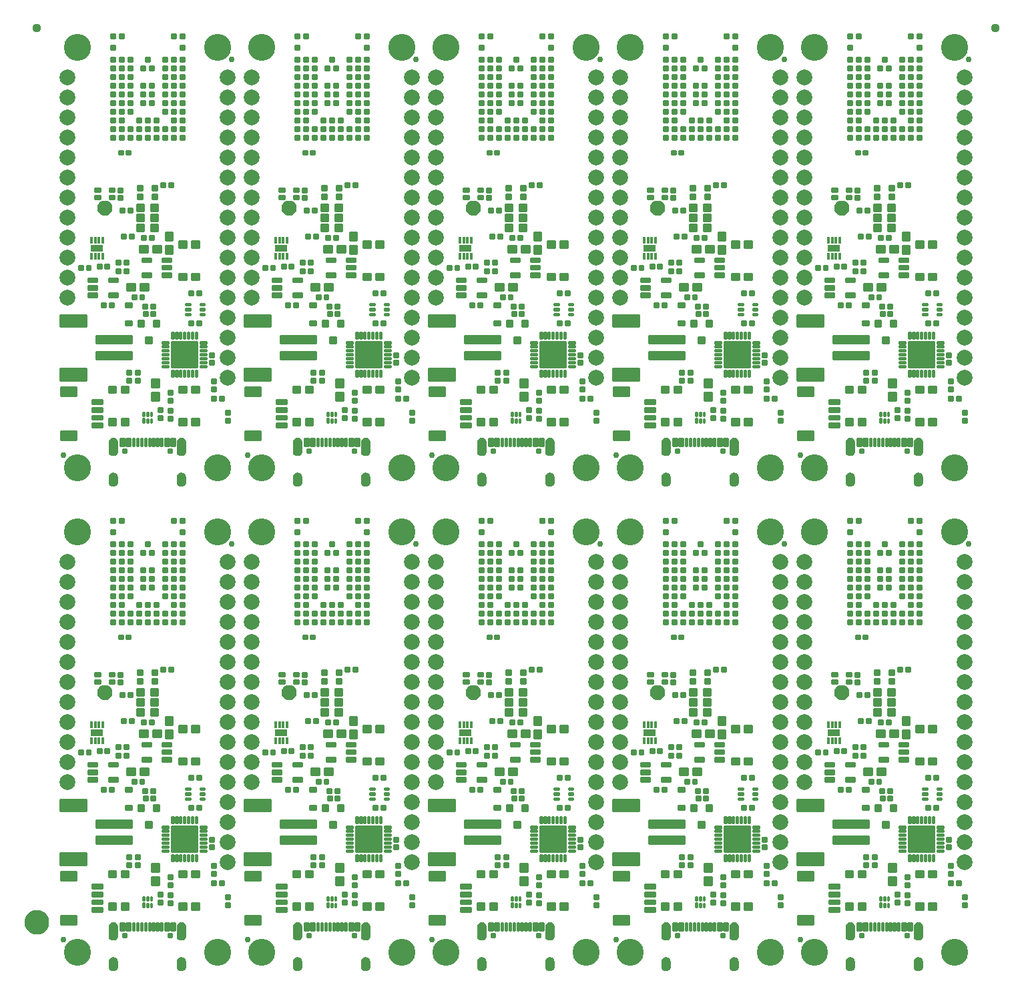
<source format=gts>
G04 EAGLE Gerber RS-274X export*
G75*
%MOMM*%
%FSLAX34Y34*%
%LPD*%
%INSoldermask Top*%
%IPPOS*%
%AMOC8*
5,1,8,0,0,1.08239X$1,22.5*%
G01*
%ADD10C,0.225938*%
%ADD11C,0.225369*%
%ADD12C,0.223409*%
%ADD13C,0.225400*%
%ADD14C,0.227100*%
%ADD15C,0.224509*%
%ADD16C,0.428259*%
%ADD17C,0.231750*%
%ADD18C,0.225588*%
%ADD19C,0.762000*%
%ADD20C,0.230578*%
%ADD21C,0.777000*%
%ADD22C,3.429000*%
%ADD23C,2.006600*%
%ADD24C,0.229969*%
%ADD25C,0.231559*%
%ADD26R,0.440000X0.840000*%
%ADD27R,1.520000X0.940000*%
%ADD28C,0.227150*%
%ADD29C,0.927000*%
%ADD30C,0.600000*%
%ADD31C,0.228900*%
%ADD32C,0.243388*%
%ADD33C,1.127000*%
%ADD34C,1.270000*%
%ADD35C,1.627000*%

G36*
X859824Y655023D02*
X859824Y655023D01*
X859830Y655029D01*
X859835Y655025D01*
X861065Y655390D01*
X861070Y655397D01*
X861075Y655395D01*
X862194Y656025D01*
X862197Y656032D01*
X862203Y656031D01*
X863153Y656894D01*
X863154Y656902D01*
X863160Y656902D01*
X863894Y657955D01*
X863894Y657963D01*
X863899Y657965D01*
X864381Y659155D01*
X864379Y659160D01*
X864383Y659163D01*
X864382Y659164D01*
X864384Y659165D01*
X864589Y660432D01*
X864586Y660437D01*
X864589Y660440D01*
X864589Y672440D01*
X864586Y672444D01*
X864589Y672447D01*
X864434Y673569D01*
X864429Y673574D01*
X864432Y673578D01*
X864061Y674649D01*
X864055Y674653D01*
X864057Y674658D01*
X863484Y675635D01*
X863478Y675638D01*
X863479Y675643D01*
X862726Y676490D01*
X862719Y676492D01*
X862719Y676497D01*
X861816Y677181D01*
X861809Y677181D01*
X861808Y677186D01*
X860789Y677681D01*
X860782Y677679D01*
X860780Y677684D01*
X859683Y677971D01*
X859677Y677968D01*
X859674Y677972D01*
X858543Y678039D01*
X858537Y678039D01*
X857406Y677972D01*
X857401Y677967D01*
X857397Y677971D01*
X856300Y677684D01*
X856296Y677678D01*
X856291Y677681D01*
X855272Y677186D01*
X855269Y677180D01*
X855264Y677181D01*
X854361Y676497D01*
X854359Y676490D01*
X854354Y676490D01*
X853601Y675643D01*
X853601Y675636D01*
X853596Y675635D01*
X853023Y674658D01*
X853024Y674655D01*
X853023Y674654D01*
X853024Y674653D01*
X853024Y674651D01*
X853019Y674649D01*
X852648Y673578D01*
X852650Y673573D01*
X852647Y673571D01*
X852647Y673570D01*
X852646Y673569D01*
X852491Y672447D01*
X852494Y672442D01*
X852491Y672440D01*
X852491Y660440D01*
X852494Y660435D01*
X852491Y660432D01*
X852696Y659165D01*
X852702Y659159D01*
X852699Y659155D01*
X853181Y657965D01*
X853188Y657961D01*
X853186Y657955D01*
X853920Y656902D01*
X853928Y656900D01*
X853927Y656894D01*
X854877Y656031D01*
X854886Y656030D01*
X854886Y656025D01*
X856005Y655395D01*
X856013Y655396D01*
X856015Y655390D01*
X857245Y655025D01*
X857253Y655028D01*
X857256Y655023D01*
X858537Y654941D01*
X858541Y654944D01*
X858543Y654941D01*
X859824Y655023D01*
G37*
G36*
X72384Y655023D02*
X72384Y655023D01*
X72390Y655029D01*
X72395Y655025D01*
X73625Y655390D01*
X73630Y655397D01*
X73635Y655395D01*
X74754Y656025D01*
X74757Y656032D01*
X74763Y656031D01*
X75713Y656894D01*
X75714Y656902D01*
X75720Y656902D01*
X76454Y657955D01*
X76454Y657963D01*
X76459Y657965D01*
X76941Y659155D01*
X76939Y659160D01*
X76943Y659163D01*
X76942Y659164D01*
X76944Y659165D01*
X77149Y660432D01*
X77146Y660437D01*
X77149Y660440D01*
X77149Y672440D01*
X77146Y672444D01*
X77149Y672447D01*
X76994Y673569D01*
X76989Y673574D01*
X76992Y673578D01*
X76621Y674649D01*
X76615Y674653D01*
X76617Y674658D01*
X76044Y675635D01*
X76038Y675638D01*
X76039Y675643D01*
X75286Y676490D01*
X75279Y676492D01*
X75279Y676497D01*
X74376Y677181D01*
X74369Y677181D01*
X74368Y677186D01*
X73349Y677681D01*
X73342Y677679D01*
X73340Y677684D01*
X72243Y677971D01*
X72237Y677968D01*
X72234Y677972D01*
X71103Y678039D01*
X71097Y678039D01*
X69966Y677972D01*
X69961Y677967D01*
X69957Y677971D01*
X68860Y677684D01*
X68856Y677678D01*
X68851Y677681D01*
X67832Y677186D01*
X67829Y677180D01*
X67824Y677181D01*
X66921Y676497D01*
X66919Y676490D01*
X66914Y676490D01*
X66161Y675643D01*
X66161Y675636D01*
X66156Y675635D01*
X65583Y674658D01*
X65584Y674655D01*
X65583Y674654D01*
X65584Y674653D01*
X65584Y674651D01*
X65579Y674649D01*
X65208Y673578D01*
X65210Y673573D01*
X65207Y673571D01*
X65207Y673570D01*
X65206Y673569D01*
X65051Y672447D01*
X65054Y672442D01*
X65051Y672440D01*
X65051Y660440D01*
X65054Y660435D01*
X65051Y660432D01*
X65256Y659165D01*
X65262Y659159D01*
X65259Y659155D01*
X65741Y657965D01*
X65748Y657961D01*
X65746Y657955D01*
X66480Y656902D01*
X66488Y656900D01*
X66487Y656894D01*
X67437Y656031D01*
X67446Y656030D01*
X67446Y656025D01*
X68565Y655395D01*
X68573Y655396D01*
X68575Y655390D01*
X69805Y655025D01*
X69813Y655028D01*
X69816Y655023D01*
X71097Y654941D01*
X71101Y654944D01*
X71103Y654941D01*
X72384Y655023D01*
G37*
G36*
X1007104Y655023D02*
X1007104Y655023D01*
X1007110Y655029D01*
X1007115Y655025D01*
X1008345Y655390D01*
X1008350Y655397D01*
X1008355Y655395D01*
X1009474Y656025D01*
X1009477Y656032D01*
X1009483Y656031D01*
X1010433Y656894D01*
X1010434Y656902D01*
X1010440Y656902D01*
X1011174Y657955D01*
X1011174Y657963D01*
X1011179Y657965D01*
X1011661Y659155D01*
X1011659Y659160D01*
X1011663Y659163D01*
X1011662Y659164D01*
X1011664Y659165D01*
X1011869Y660432D01*
X1011866Y660437D01*
X1011869Y660440D01*
X1011869Y672440D01*
X1011866Y672444D01*
X1011869Y672447D01*
X1011714Y673569D01*
X1011709Y673574D01*
X1011712Y673578D01*
X1011341Y674649D01*
X1011335Y674653D01*
X1011337Y674658D01*
X1010764Y675635D01*
X1010758Y675638D01*
X1010759Y675643D01*
X1010006Y676490D01*
X1009999Y676492D01*
X1009999Y676497D01*
X1009096Y677181D01*
X1009089Y677181D01*
X1009088Y677186D01*
X1008069Y677681D01*
X1008062Y677679D01*
X1008060Y677684D01*
X1006963Y677971D01*
X1006957Y677968D01*
X1006954Y677972D01*
X1005823Y678039D01*
X1005817Y678039D01*
X1004686Y677972D01*
X1004681Y677967D01*
X1004677Y677971D01*
X1003580Y677684D01*
X1003576Y677678D01*
X1003571Y677681D01*
X1002552Y677186D01*
X1002549Y677180D01*
X1002544Y677181D01*
X1001641Y676497D01*
X1001639Y676490D01*
X1001634Y676490D01*
X1000881Y675643D01*
X1000881Y675636D01*
X1000876Y675635D01*
X1000303Y674658D01*
X1000304Y674655D01*
X1000303Y674654D01*
X1000304Y674653D01*
X1000304Y674651D01*
X1000299Y674649D01*
X999928Y673578D01*
X999930Y673573D01*
X999927Y673571D01*
X999927Y673570D01*
X999926Y673569D01*
X999771Y672447D01*
X999774Y672442D01*
X999771Y672440D01*
X999771Y660440D01*
X999774Y660435D01*
X999771Y660432D01*
X999976Y659165D01*
X999982Y659159D01*
X999979Y659155D01*
X1000461Y657965D01*
X1000468Y657961D01*
X1000466Y657955D01*
X1001200Y656902D01*
X1001208Y656900D01*
X1001207Y656894D01*
X1002157Y656031D01*
X1002166Y656030D01*
X1002166Y656025D01*
X1003285Y655395D01*
X1003293Y655396D01*
X1003295Y655390D01*
X1004525Y655025D01*
X1004533Y655028D01*
X1004536Y655023D01*
X1005817Y654941D01*
X1005821Y654944D01*
X1005823Y654941D01*
X1007104Y655023D01*
G37*
G36*
X1093504Y655023D02*
X1093504Y655023D01*
X1093510Y655029D01*
X1093515Y655025D01*
X1094745Y655390D01*
X1094750Y655397D01*
X1094755Y655395D01*
X1095874Y656025D01*
X1095877Y656032D01*
X1095883Y656031D01*
X1096833Y656894D01*
X1096834Y656902D01*
X1096840Y656902D01*
X1097574Y657955D01*
X1097574Y657963D01*
X1097579Y657965D01*
X1098061Y659155D01*
X1098059Y659160D01*
X1098063Y659163D01*
X1098062Y659164D01*
X1098064Y659165D01*
X1098269Y660432D01*
X1098266Y660437D01*
X1098269Y660440D01*
X1098269Y672440D01*
X1098266Y672444D01*
X1098269Y672447D01*
X1098114Y673569D01*
X1098109Y673574D01*
X1098112Y673578D01*
X1097741Y674649D01*
X1097735Y674653D01*
X1097737Y674658D01*
X1097164Y675635D01*
X1097158Y675638D01*
X1097159Y675643D01*
X1096406Y676490D01*
X1096399Y676492D01*
X1096399Y676497D01*
X1095496Y677181D01*
X1095489Y677181D01*
X1095488Y677186D01*
X1094469Y677681D01*
X1094462Y677679D01*
X1094460Y677684D01*
X1093363Y677971D01*
X1093357Y677968D01*
X1093354Y677972D01*
X1092223Y678039D01*
X1092217Y678039D01*
X1091086Y677972D01*
X1091081Y677967D01*
X1091077Y677971D01*
X1089980Y677684D01*
X1089976Y677678D01*
X1089971Y677681D01*
X1088952Y677186D01*
X1088949Y677180D01*
X1088944Y677181D01*
X1088041Y676497D01*
X1088039Y676490D01*
X1088034Y676490D01*
X1087281Y675643D01*
X1087281Y675636D01*
X1087276Y675635D01*
X1086703Y674658D01*
X1086704Y674655D01*
X1086703Y674654D01*
X1086704Y674653D01*
X1086704Y674651D01*
X1086699Y674649D01*
X1086328Y673578D01*
X1086330Y673573D01*
X1086327Y673571D01*
X1086327Y673570D01*
X1086326Y673569D01*
X1086171Y672447D01*
X1086174Y672442D01*
X1086171Y672440D01*
X1086171Y660440D01*
X1086174Y660435D01*
X1086171Y660432D01*
X1086376Y659165D01*
X1086382Y659159D01*
X1086379Y659155D01*
X1086861Y657965D01*
X1086868Y657961D01*
X1086866Y657955D01*
X1087600Y656902D01*
X1087608Y656900D01*
X1087607Y656894D01*
X1088557Y656031D01*
X1088566Y656030D01*
X1088566Y656025D01*
X1089685Y655395D01*
X1089693Y655396D01*
X1089695Y655390D01*
X1090925Y655025D01*
X1090933Y655028D01*
X1090936Y655023D01*
X1092217Y654941D01*
X1092221Y654944D01*
X1092223Y654941D01*
X1093504Y655023D01*
G37*
G36*
X626144Y655023D02*
X626144Y655023D01*
X626150Y655029D01*
X626155Y655025D01*
X627385Y655390D01*
X627390Y655397D01*
X627395Y655395D01*
X628514Y656025D01*
X628517Y656032D01*
X628523Y656031D01*
X629473Y656894D01*
X629474Y656902D01*
X629480Y656902D01*
X630214Y657955D01*
X630214Y657963D01*
X630219Y657965D01*
X630701Y659155D01*
X630699Y659160D01*
X630703Y659163D01*
X630702Y659164D01*
X630704Y659165D01*
X630909Y660432D01*
X630906Y660437D01*
X630909Y660440D01*
X630909Y672440D01*
X630906Y672444D01*
X630909Y672447D01*
X630754Y673569D01*
X630749Y673574D01*
X630752Y673578D01*
X630381Y674649D01*
X630375Y674653D01*
X630377Y674658D01*
X629804Y675635D01*
X629798Y675638D01*
X629799Y675643D01*
X629046Y676490D01*
X629039Y676492D01*
X629039Y676497D01*
X628136Y677181D01*
X628129Y677181D01*
X628128Y677186D01*
X627109Y677681D01*
X627102Y677679D01*
X627100Y677684D01*
X626003Y677971D01*
X625997Y677968D01*
X625994Y677972D01*
X624863Y678039D01*
X624857Y678039D01*
X623726Y677972D01*
X623721Y677967D01*
X623717Y677971D01*
X622620Y677684D01*
X622616Y677678D01*
X622611Y677681D01*
X621592Y677186D01*
X621589Y677180D01*
X621584Y677181D01*
X620681Y676497D01*
X620679Y676490D01*
X620674Y676490D01*
X619921Y675643D01*
X619921Y675636D01*
X619916Y675635D01*
X619343Y674658D01*
X619344Y674655D01*
X619343Y674654D01*
X619344Y674653D01*
X619344Y674651D01*
X619339Y674649D01*
X618968Y673578D01*
X618970Y673573D01*
X618967Y673571D01*
X618967Y673570D01*
X618966Y673569D01*
X618811Y672447D01*
X618814Y672442D01*
X618811Y672440D01*
X618811Y660440D01*
X618814Y660435D01*
X618811Y660432D01*
X619016Y659165D01*
X619022Y659159D01*
X619019Y659155D01*
X619501Y657965D01*
X619508Y657961D01*
X619506Y657955D01*
X620240Y656902D01*
X620248Y656900D01*
X620247Y656894D01*
X621197Y656031D01*
X621206Y656030D01*
X621206Y656025D01*
X622325Y655395D01*
X622333Y655396D01*
X622335Y655390D01*
X623565Y655025D01*
X623573Y655028D01*
X623576Y655023D01*
X624857Y654941D01*
X624861Y654944D01*
X624863Y654941D01*
X626144Y655023D01*
G37*
G36*
X392464Y655023D02*
X392464Y655023D01*
X392470Y655029D01*
X392475Y655025D01*
X393705Y655390D01*
X393710Y655397D01*
X393715Y655395D01*
X394834Y656025D01*
X394837Y656032D01*
X394843Y656031D01*
X395793Y656894D01*
X395794Y656902D01*
X395800Y656902D01*
X396534Y657955D01*
X396534Y657963D01*
X396539Y657965D01*
X397021Y659155D01*
X397019Y659160D01*
X397023Y659163D01*
X397022Y659164D01*
X397024Y659165D01*
X397229Y660432D01*
X397226Y660437D01*
X397229Y660440D01*
X397229Y672440D01*
X397226Y672444D01*
X397229Y672447D01*
X397074Y673569D01*
X397069Y673574D01*
X397072Y673578D01*
X396701Y674649D01*
X396695Y674653D01*
X396697Y674658D01*
X396124Y675635D01*
X396118Y675638D01*
X396119Y675643D01*
X395366Y676490D01*
X395359Y676492D01*
X395359Y676497D01*
X394456Y677181D01*
X394449Y677181D01*
X394448Y677186D01*
X393429Y677681D01*
X393422Y677679D01*
X393420Y677684D01*
X392323Y677971D01*
X392317Y677968D01*
X392314Y677972D01*
X391183Y678039D01*
X391177Y678039D01*
X390046Y677972D01*
X390041Y677967D01*
X390037Y677971D01*
X388940Y677684D01*
X388936Y677678D01*
X388931Y677681D01*
X387912Y677186D01*
X387909Y677180D01*
X387904Y677181D01*
X387001Y676497D01*
X386999Y676490D01*
X386994Y676490D01*
X386241Y675643D01*
X386241Y675636D01*
X386236Y675635D01*
X385663Y674658D01*
X385664Y674655D01*
X385663Y674654D01*
X385664Y674653D01*
X385664Y674651D01*
X385659Y674649D01*
X385288Y673578D01*
X385290Y673573D01*
X385287Y673571D01*
X385287Y673570D01*
X385286Y673569D01*
X385131Y672447D01*
X385134Y672442D01*
X385131Y672440D01*
X385131Y660440D01*
X385134Y660435D01*
X385131Y660432D01*
X385336Y659165D01*
X385342Y659159D01*
X385339Y659155D01*
X385821Y657965D01*
X385828Y657961D01*
X385826Y657955D01*
X386560Y656902D01*
X386568Y656900D01*
X386567Y656894D01*
X387517Y656031D01*
X387526Y656030D01*
X387526Y656025D01*
X388645Y655395D01*
X388653Y655396D01*
X388655Y655390D01*
X389885Y655025D01*
X389893Y655028D01*
X389896Y655023D01*
X391177Y654941D01*
X391181Y654944D01*
X391183Y654941D01*
X392464Y655023D01*
G37*
G36*
X158784Y655023D02*
X158784Y655023D01*
X158790Y655029D01*
X158795Y655025D01*
X160025Y655390D01*
X160030Y655397D01*
X160035Y655395D01*
X161154Y656025D01*
X161157Y656032D01*
X161163Y656031D01*
X162113Y656894D01*
X162114Y656902D01*
X162120Y656902D01*
X162854Y657955D01*
X162854Y657963D01*
X162859Y657965D01*
X163341Y659155D01*
X163339Y659160D01*
X163343Y659163D01*
X163342Y659164D01*
X163344Y659165D01*
X163549Y660432D01*
X163546Y660437D01*
X163549Y660440D01*
X163549Y672440D01*
X163546Y672444D01*
X163549Y672447D01*
X163394Y673569D01*
X163389Y673574D01*
X163392Y673578D01*
X163021Y674649D01*
X163015Y674653D01*
X163017Y674658D01*
X162444Y675635D01*
X162438Y675638D01*
X162439Y675643D01*
X161686Y676490D01*
X161679Y676492D01*
X161679Y676497D01*
X160776Y677181D01*
X160769Y677181D01*
X160768Y677186D01*
X159749Y677681D01*
X159742Y677679D01*
X159740Y677684D01*
X158643Y677971D01*
X158637Y677968D01*
X158634Y677972D01*
X157503Y678039D01*
X157497Y678039D01*
X156366Y677972D01*
X156361Y677967D01*
X156357Y677971D01*
X155260Y677684D01*
X155256Y677678D01*
X155251Y677681D01*
X154232Y677186D01*
X154229Y677180D01*
X154224Y677181D01*
X153321Y676497D01*
X153319Y676490D01*
X153314Y676490D01*
X152561Y675643D01*
X152561Y675636D01*
X152556Y675635D01*
X151983Y674658D01*
X151984Y674655D01*
X151983Y674654D01*
X151984Y674653D01*
X151984Y674651D01*
X151979Y674649D01*
X151608Y673578D01*
X151610Y673573D01*
X151607Y673571D01*
X151607Y673570D01*
X151606Y673569D01*
X151451Y672447D01*
X151454Y672442D01*
X151451Y672440D01*
X151451Y660440D01*
X151454Y660435D01*
X151451Y660432D01*
X151656Y659165D01*
X151662Y659159D01*
X151659Y659155D01*
X152141Y657965D01*
X152148Y657961D01*
X152146Y657955D01*
X152880Y656902D01*
X152888Y656900D01*
X152887Y656894D01*
X153837Y656031D01*
X153846Y656030D01*
X153846Y656025D01*
X154965Y655395D01*
X154973Y655396D01*
X154975Y655390D01*
X156205Y655025D01*
X156213Y655028D01*
X156216Y655023D01*
X157497Y654941D01*
X157501Y654944D01*
X157503Y654941D01*
X158784Y655023D01*
G37*
G36*
X306064Y655023D02*
X306064Y655023D01*
X306070Y655029D01*
X306075Y655025D01*
X307305Y655390D01*
X307310Y655397D01*
X307315Y655395D01*
X308434Y656025D01*
X308437Y656032D01*
X308443Y656031D01*
X309393Y656894D01*
X309394Y656902D01*
X309400Y656902D01*
X310134Y657955D01*
X310134Y657963D01*
X310139Y657965D01*
X310621Y659155D01*
X310619Y659160D01*
X310623Y659163D01*
X310622Y659164D01*
X310624Y659165D01*
X310829Y660432D01*
X310826Y660437D01*
X310829Y660440D01*
X310829Y672440D01*
X310826Y672444D01*
X310829Y672447D01*
X310674Y673569D01*
X310669Y673574D01*
X310672Y673578D01*
X310301Y674649D01*
X310295Y674653D01*
X310297Y674658D01*
X309724Y675635D01*
X309718Y675638D01*
X309719Y675643D01*
X308966Y676490D01*
X308959Y676492D01*
X308959Y676497D01*
X308056Y677181D01*
X308049Y677181D01*
X308048Y677186D01*
X307029Y677681D01*
X307022Y677679D01*
X307020Y677684D01*
X305923Y677971D01*
X305917Y677968D01*
X305914Y677972D01*
X304783Y678039D01*
X304777Y678039D01*
X303646Y677972D01*
X303641Y677967D01*
X303637Y677971D01*
X302540Y677684D01*
X302536Y677678D01*
X302531Y677681D01*
X301512Y677186D01*
X301509Y677180D01*
X301504Y677181D01*
X300601Y676497D01*
X300599Y676490D01*
X300594Y676490D01*
X299841Y675643D01*
X299841Y675636D01*
X299836Y675635D01*
X299263Y674658D01*
X299264Y674655D01*
X299263Y674654D01*
X299264Y674653D01*
X299264Y674651D01*
X299259Y674649D01*
X298888Y673578D01*
X298890Y673573D01*
X298887Y673571D01*
X298887Y673570D01*
X298886Y673569D01*
X298731Y672447D01*
X298734Y672442D01*
X298731Y672440D01*
X298731Y660440D01*
X298734Y660435D01*
X298731Y660432D01*
X298936Y659165D01*
X298942Y659159D01*
X298939Y659155D01*
X299421Y657965D01*
X299428Y657961D01*
X299426Y657955D01*
X300160Y656902D01*
X300168Y656900D01*
X300167Y656894D01*
X301117Y656031D01*
X301126Y656030D01*
X301126Y656025D01*
X302245Y655395D01*
X302253Y655396D01*
X302255Y655390D01*
X303485Y655025D01*
X303493Y655028D01*
X303496Y655023D01*
X304777Y654941D01*
X304781Y654944D01*
X304783Y654941D01*
X306064Y655023D01*
G37*
G36*
X773424Y655023D02*
X773424Y655023D01*
X773430Y655029D01*
X773435Y655025D01*
X774665Y655390D01*
X774670Y655397D01*
X774675Y655395D01*
X775794Y656025D01*
X775797Y656032D01*
X775803Y656031D01*
X776753Y656894D01*
X776754Y656902D01*
X776760Y656902D01*
X777494Y657955D01*
X777494Y657963D01*
X777499Y657965D01*
X777981Y659155D01*
X777979Y659160D01*
X777983Y659163D01*
X777982Y659164D01*
X777984Y659165D01*
X778189Y660432D01*
X778186Y660437D01*
X778189Y660440D01*
X778189Y672440D01*
X778186Y672444D01*
X778189Y672447D01*
X778034Y673569D01*
X778029Y673574D01*
X778032Y673578D01*
X777661Y674649D01*
X777655Y674653D01*
X777657Y674658D01*
X777084Y675635D01*
X777078Y675638D01*
X777079Y675643D01*
X776326Y676490D01*
X776319Y676492D01*
X776319Y676497D01*
X775416Y677181D01*
X775409Y677181D01*
X775408Y677186D01*
X774389Y677681D01*
X774382Y677679D01*
X774380Y677684D01*
X773283Y677971D01*
X773277Y677968D01*
X773274Y677972D01*
X772143Y678039D01*
X772137Y678039D01*
X771006Y677972D01*
X771001Y677967D01*
X770997Y677971D01*
X769900Y677684D01*
X769896Y677678D01*
X769891Y677681D01*
X768872Y677186D01*
X768869Y677180D01*
X768864Y677181D01*
X767961Y676497D01*
X767959Y676490D01*
X767954Y676490D01*
X767201Y675643D01*
X767201Y675636D01*
X767196Y675635D01*
X766623Y674658D01*
X766624Y674655D01*
X766623Y674654D01*
X766624Y674653D01*
X766624Y674651D01*
X766619Y674649D01*
X766248Y673578D01*
X766250Y673573D01*
X766247Y673571D01*
X766247Y673570D01*
X766246Y673569D01*
X766091Y672447D01*
X766094Y672442D01*
X766091Y672440D01*
X766091Y660440D01*
X766094Y660435D01*
X766091Y660432D01*
X766296Y659165D01*
X766302Y659159D01*
X766299Y659155D01*
X766781Y657965D01*
X766788Y657961D01*
X766786Y657955D01*
X767520Y656902D01*
X767528Y656900D01*
X767527Y656894D01*
X768477Y656031D01*
X768486Y656030D01*
X768486Y656025D01*
X769605Y655395D01*
X769613Y655396D01*
X769615Y655390D01*
X770845Y655025D01*
X770853Y655028D01*
X770856Y655023D01*
X772137Y654941D01*
X772141Y654944D01*
X772143Y654941D01*
X773424Y655023D01*
G37*
G36*
X539744Y655023D02*
X539744Y655023D01*
X539750Y655029D01*
X539755Y655025D01*
X540985Y655390D01*
X540990Y655397D01*
X540995Y655395D01*
X542114Y656025D01*
X542117Y656032D01*
X542123Y656031D01*
X543073Y656894D01*
X543074Y656902D01*
X543080Y656902D01*
X543814Y657955D01*
X543814Y657963D01*
X543819Y657965D01*
X544301Y659155D01*
X544299Y659160D01*
X544303Y659163D01*
X544302Y659164D01*
X544304Y659165D01*
X544509Y660432D01*
X544506Y660437D01*
X544509Y660440D01*
X544509Y672440D01*
X544506Y672444D01*
X544509Y672447D01*
X544354Y673569D01*
X544349Y673574D01*
X544352Y673578D01*
X543981Y674649D01*
X543975Y674653D01*
X543977Y674658D01*
X543404Y675635D01*
X543398Y675638D01*
X543399Y675643D01*
X542646Y676490D01*
X542639Y676492D01*
X542639Y676497D01*
X541736Y677181D01*
X541729Y677181D01*
X541728Y677186D01*
X540709Y677681D01*
X540702Y677679D01*
X540700Y677684D01*
X539603Y677971D01*
X539597Y677968D01*
X539594Y677972D01*
X538463Y678039D01*
X538457Y678039D01*
X537326Y677972D01*
X537321Y677967D01*
X537317Y677971D01*
X536220Y677684D01*
X536216Y677678D01*
X536211Y677681D01*
X535192Y677186D01*
X535189Y677180D01*
X535184Y677181D01*
X534281Y676497D01*
X534279Y676490D01*
X534274Y676490D01*
X533521Y675643D01*
X533521Y675636D01*
X533516Y675635D01*
X532943Y674658D01*
X532944Y674655D01*
X532943Y674654D01*
X532944Y674653D01*
X532944Y674651D01*
X532939Y674649D01*
X532568Y673578D01*
X532570Y673573D01*
X532567Y673571D01*
X532567Y673570D01*
X532566Y673569D01*
X532411Y672447D01*
X532414Y672442D01*
X532411Y672440D01*
X532411Y660440D01*
X532414Y660435D01*
X532411Y660432D01*
X532616Y659165D01*
X532622Y659159D01*
X532619Y659155D01*
X533101Y657965D01*
X533108Y657961D01*
X533106Y657955D01*
X533840Y656902D01*
X533848Y656900D01*
X533847Y656894D01*
X534797Y656031D01*
X534806Y656030D01*
X534806Y656025D01*
X535925Y655395D01*
X535933Y655396D01*
X535935Y655390D01*
X537165Y655025D01*
X537173Y655028D01*
X537176Y655023D01*
X538457Y654941D01*
X538461Y654944D01*
X538463Y654941D01*
X539744Y655023D01*
G37*
G36*
X773424Y40343D02*
X773424Y40343D01*
X773430Y40349D01*
X773435Y40345D01*
X774665Y40710D01*
X774670Y40717D01*
X774675Y40715D01*
X775794Y41345D01*
X775797Y41352D01*
X775803Y41351D01*
X776753Y42214D01*
X776754Y42222D01*
X776760Y42222D01*
X777494Y43275D01*
X777494Y43283D01*
X777499Y43285D01*
X777981Y44475D01*
X777979Y44480D01*
X777983Y44483D01*
X777982Y44484D01*
X777984Y44485D01*
X778189Y45752D01*
X778186Y45757D01*
X778189Y45760D01*
X778189Y57760D01*
X778186Y57764D01*
X778189Y57767D01*
X778034Y58889D01*
X778029Y58894D01*
X778032Y58898D01*
X777661Y59969D01*
X777655Y59973D01*
X777657Y59978D01*
X777084Y60955D01*
X777078Y60958D01*
X777079Y60963D01*
X776326Y61810D01*
X776319Y61812D01*
X776319Y61817D01*
X775416Y62501D01*
X775409Y62501D01*
X775408Y62506D01*
X774389Y63001D01*
X774382Y62999D01*
X774380Y63004D01*
X773283Y63291D01*
X773277Y63288D01*
X773274Y63292D01*
X772143Y63359D01*
X772137Y63359D01*
X771006Y63292D01*
X771001Y63287D01*
X770997Y63291D01*
X769900Y63004D01*
X769896Y62998D01*
X769891Y63001D01*
X768872Y62506D01*
X768869Y62500D01*
X768864Y62501D01*
X767961Y61817D01*
X767959Y61810D01*
X767954Y61810D01*
X767201Y60963D01*
X767201Y60956D01*
X767196Y60955D01*
X766623Y59978D01*
X766624Y59975D01*
X766623Y59974D01*
X766624Y59973D01*
X766624Y59971D01*
X766619Y59969D01*
X766248Y58898D01*
X766250Y58893D01*
X766247Y58891D01*
X766247Y58890D01*
X766246Y58889D01*
X766091Y57767D01*
X766094Y57762D01*
X766091Y57760D01*
X766091Y45760D01*
X766094Y45755D01*
X766091Y45752D01*
X766296Y44485D01*
X766302Y44479D01*
X766299Y44475D01*
X766781Y43285D01*
X766788Y43281D01*
X766786Y43275D01*
X767520Y42222D01*
X767528Y42220D01*
X767527Y42214D01*
X768477Y41351D01*
X768486Y41350D01*
X768486Y41345D01*
X769605Y40715D01*
X769613Y40716D01*
X769615Y40710D01*
X770845Y40345D01*
X770853Y40348D01*
X770856Y40343D01*
X772137Y40261D01*
X772141Y40264D01*
X772143Y40261D01*
X773424Y40343D01*
G37*
G36*
X1093504Y40343D02*
X1093504Y40343D01*
X1093510Y40349D01*
X1093515Y40345D01*
X1094745Y40710D01*
X1094750Y40717D01*
X1094755Y40715D01*
X1095874Y41345D01*
X1095877Y41352D01*
X1095883Y41351D01*
X1096833Y42214D01*
X1096834Y42222D01*
X1096840Y42222D01*
X1097574Y43275D01*
X1097574Y43283D01*
X1097579Y43285D01*
X1098061Y44475D01*
X1098059Y44480D01*
X1098063Y44483D01*
X1098062Y44484D01*
X1098064Y44485D01*
X1098269Y45752D01*
X1098266Y45757D01*
X1098269Y45760D01*
X1098269Y57760D01*
X1098266Y57764D01*
X1098269Y57767D01*
X1098114Y58889D01*
X1098109Y58894D01*
X1098112Y58898D01*
X1097741Y59969D01*
X1097735Y59973D01*
X1097737Y59978D01*
X1097164Y60955D01*
X1097158Y60958D01*
X1097159Y60963D01*
X1096406Y61810D01*
X1096399Y61812D01*
X1096399Y61817D01*
X1095496Y62501D01*
X1095489Y62501D01*
X1095488Y62506D01*
X1094469Y63001D01*
X1094462Y62999D01*
X1094460Y63004D01*
X1093363Y63291D01*
X1093357Y63288D01*
X1093354Y63292D01*
X1092223Y63359D01*
X1092217Y63359D01*
X1091086Y63292D01*
X1091081Y63287D01*
X1091077Y63291D01*
X1089980Y63004D01*
X1089976Y62998D01*
X1089971Y63001D01*
X1088952Y62506D01*
X1088949Y62500D01*
X1088944Y62501D01*
X1088041Y61817D01*
X1088039Y61810D01*
X1088034Y61810D01*
X1087281Y60963D01*
X1087281Y60956D01*
X1087276Y60955D01*
X1086703Y59978D01*
X1086704Y59975D01*
X1086703Y59974D01*
X1086704Y59973D01*
X1086704Y59971D01*
X1086699Y59969D01*
X1086328Y58898D01*
X1086330Y58893D01*
X1086327Y58891D01*
X1086327Y58890D01*
X1086326Y58889D01*
X1086171Y57767D01*
X1086174Y57762D01*
X1086171Y57760D01*
X1086171Y45760D01*
X1086174Y45755D01*
X1086171Y45752D01*
X1086376Y44485D01*
X1086382Y44479D01*
X1086379Y44475D01*
X1086861Y43285D01*
X1086868Y43281D01*
X1086866Y43275D01*
X1087600Y42222D01*
X1087608Y42220D01*
X1087607Y42214D01*
X1088557Y41351D01*
X1088566Y41350D01*
X1088566Y41345D01*
X1089685Y40715D01*
X1089693Y40716D01*
X1089695Y40710D01*
X1090925Y40345D01*
X1090933Y40348D01*
X1090936Y40343D01*
X1092217Y40261D01*
X1092221Y40264D01*
X1092223Y40261D01*
X1093504Y40343D01*
G37*
G36*
X392464Y40343D02*
X392464Y40343D01*
X392470Y40349D01*
X392475Y40345D01*
X393705Y40710D01*
X393710Y40717D01*
X393715Y40715D01*
X394834Y41345D01*
X394837Y41352D01*
X394843Y41351D01*
X395793Y42214D01*
X395794Y42222D01*
X395800Y42222D01*
X396534Y43275D01*
X396534Y43283D01*
X396539Y43285D01*
X397021Y44475D01*
X397019Y44480D01*
X397023Y44483D01*
X397022Y44484D01*
X397024Y44485D01*
X397229Y45752D01*
X397226Y45757D01*
X397229Y45760D01*
X397229Y57760D01*
X397226Y57764D01*
X397229Y57767D01*
X397074Y58889D01*
X397069Y58894D01*
X397072Y58898D01*
X396701Y59969D01*
X396695Y59973D01*
X396697Y59978D01*
X396124Y60955D01*
X396118Y60958D01*
X396119Y60963D01*
X395366Y61810D01*
X395359Y61812D01*
X395359Y61817D01*
X394456Y62501D01*
X394449Y62501D01*
X394448Y62506D01*
X393429Y63001D01*
X393422Y62999D01*
X393420Y63004D01*
X392323Y63291D01*
X392317Y63288D01*
X392314Y63292D01*
X391183Y63359D01*
X391177Y63359D01*
X390046Y63292D01*
X390041Y63287D01*
X390037Y63291D01*
X388940Y63004D01*
X388936Y62998D01*
X388931Y63001D01*
X387912Y62506D01*
X387909Y62500D01*
X387904Y62501D01*
X387001Y61817D01*
X386999Y61810D01*
X386994Y61810D01*
X386241Y60963D01*
X386241Y60956D01*
X386236Y60955D01*
X385663Y59978D01*
X385664Y59975D01*
X385663Y59974D01*
X385664Y59973D01*
X385664Y59971D01*
X385659Y59969D01*
X385288Y58898D01*
X385290Y58893D01*
X385287Y58891D01*
X385287Y58890D01*
X385286Y58889D01*
X385131Y57767D01*
X385134Y57762D01*
X385131Y57760D01*
X385131Y45760D01*
X385134Y45755D01*
X385131Y45752D01*
X385336Y44485D01*
X385342Y44479D01*
X385339Y44475D01*
X385821Y43285D01*
X385828Y43281D01*
X385826Y43275D01*
X386560Y42222D01*
X386568Y42220D01*
X386567Y42214D01*
X387517Y41351D01*
X387526Y41350D01*
X387526Y41345D01*
X388645Y40715D01*
X388653Y40716D01*
X388655Y40710D01*
X389885Y40345D01*
X389893Y40348D01*
X389896Y40343D01*
X391177Y40261D01*
X391181Y40264D01*
X391183Y40261D01*
X392464Y40343D01*
G37*
G36*
X859824Y40343D02*
X859824Y40343D01*
X859830Y40349D01*
X859835Y40345D01*
X861065Y40710D01*
X861070Y40717D01*
X861075Y40715D01*
X862194Y41345D01*
X862197Y41352D01*
X862203Y41351D01*
X863153Y42214D01*
X863154Y42222D01*
X863160Y42222D01*
X863894Y43275D01*
X863894Y43283D01*
X863899Y43285D01*
X864381Y44475D01*
X864379Y44480D01*
X864383Y44483D01*
X864382Y44484D01*
X864384Y44485D01*
X864589Y45752D01*
X864586Y45757D01*
X864589Y45760D01*
X864589Y57760D01*
X864586Y57764D01*
X864589Y57767D01*
X864434Y58889D01*
X864429Y58894D01*
X864432Y58898D01*
X864061Y59969D01*
X864055Y59973D01*
X864057Y59978D01*
X863484Y60955D01*
X863478Y60958D01*
X863479Y60963D01*
X862726Y61810D01*
X862719Y61812D01*
X862719Y61817D01*
X861816Y62501D01*
X861809Y62501D01*
X861808Y62506D01*
X860789Y63001D01*
X860782Y62999D01*
X860780Y63004D01*
X859683Y63291D01*
X859677Y63288D01*
X859674Y63292D01*
X858543Y63359D01*
X858537Y63359D01*
X857406Y63292D01*
X857401Y63287D01*
X857397Y63291D01*
X856300Y63004D01*
X856296Y62998D01*
X856291Y63001D01*
X855272Y62506D01*
X855269Y62500D01*
X855264Y62501D01*
X854361Y61817D01*
X854359Y61810D01*
X854354Y61810D01*
X853601Y60963D01*
X853601Y60956D01*
X853596Y60955D01*
X853023Y59978D01*
X853024Y59975D01*
X853023Y59974D01*
X853024Y59973D01*
X853024Y59971D01*
X853019Y59969D01*
X852648Y58898D01*
X852650Y58893D01*
X852647Y58891D01*
X852647Y58890D01*
X852646Y58889D01*
X852491Y57767D01*
X852494Y57762D01*
X852491Y57760D01*
X852491Y45760D01*
X852494Y45755D01*
X852491Y45752D01*
X852696Y44485D01*
X852702Y44479D01*
X852699Y44475D01*
X853181Y43285D01*
X853188Y43281D01*
X853186Y43275D01*
X853920Y42222D01*
X853928Y42220D01*
X853927Y42214D01*
X854877Y41351D01*
X854886Y41350D01*
X854886Y41345D01*
X856005Y40715D01*
X856013Y40716D01*
X856015Y40710D01*
X857245Y40345D01*
X857253Y40348D01*
X857256Y40343D01*
X858537Y40261D01*
X858541Y40264D01*
X858543Y40261D01*
X859824Y40343D01*
G37*
G36*
X306064Y40343D02*
X306064Y40343D01*
X306070Y40349D01*
X306075Y40345D01*
X307305Y40710D01*
X307310Y40717D01*
X307315Y40715D01*
X308434Y41345D01*
X308437Y41352D01*
X308443Y41351D01*
X309393Y42214D01*
X309394Y42222D01*
X309400Y42222D01*
X310134Y43275D01*
X310134Y43283D01*
X310139Y43285D01*
X310621Y44475D01*
X310619Y44480D01*
X310623Y44483D01*
X310622Y44484D01*
X310624Y44485D01*
X310829Y45752D01*
X310826Y45757D01*
X310829Y45760D01*
X310829Y57760D01*
X310826Y57764D01*
X310829Y57767D01*
X310674Y58889D01*
X310669Y58894D01*
X310672Y58898D01*
X310301Y59969D01*
X310295Y59973D01*
X310297Y59978D01*
X309724Y60955D01*
X309718Y60958D01*
X309719Y60963D01*
X308966Y61810D01*
X308959Y61812D01*
X308959Y61817D01*
X308056Y62501D01*
X308049Y62501D01*
X308048Y62506D01*
X307029Y63001D01*
X307022Y62999D01*
X307020Y63004D01*
X305923Y63291D01*
X305917Y63288D01*
X305914Y63292D01*
X304783Y63359D01*
X304777Y63359D01*
X303646Y63292D01*
X303641Y63287D01*
X303637Y63291D01*
X302540Y63004D01*
X302536Y62998D01*
X302531Y63001D01*
X301512Y62506D01*
X301509Y62500D01*
X301504Y62501D01*
X300601Y61817D01*
X300599Y61810D01*
X300594Y61810D01*
X299841Y60963D01*
X299841Y60956D01*
X299836Y60955D01*
X299263Y59978D01*
X299264Y59975D01*
X299263Y59974D01*
X299264Y59973D01*
X299264Y59971D01*
X299259Y59969D01*
X298888Y58898D01*
X298890Y58893D01*
X298887Y58891D01*
X298887Y58890D01*
X298886Y58889D01*
X298731Y57767D01*
X298734Y57762D01*
X298731Y57760D01*
X298731Y45760D01*
X298734Y45755D01*
X298731Y45752D01*
X298936Y44485D01*
X298942Y44479D01*
X298939Y44475D01*
X299421Y43285D01*
X299428Y43281D01*
X299426Y43275D01*
X300160Y42222D01*
X300168Y42220D01*
X300167Y42214D01*
X301117Y41351D01*
X301126Y41350D01*
X301126Y41345D01*
X302245Y40715D01*
X302253Y40716D01*
X302255Y40710D01*
X303485Y40345D01*
X303493Y40348D01*
X303496Y40343D01*
X304777Y40261D01*
X304781Y40264D01*
X304783Y40261D01*
X306064Y40343D01*
G37*
G36*
X1007104Y40343D02*
X1007104Y40343D01*
X1007110Y40349D01*
X1007115Y40345D01*
X1008345Y40710D01*
X1008350Y40717D01*
X1008355Y40715D01*
X1009474Y41345D01*
X1009477Y41352D01*
X1009483Y41351D01*
X1010433Y42214D01*
X1010434Y42222D01*
X1010440Y42222D01*
X1011174Y43275D01*
X1011174Y43283D01*
X1011179Y43285D01*
X1011661Y44475D01*
X1011659Y44480D01*
X1011663Y44483D01*
X1011662Y44484D01*
X1011664Y44485D01*
X1011869Y45752D01*
X1011866Y45757D01*
X1011869Y45760D01*
X1011869Y57760D01*
X1011866Y57764D01*
X1011869Y57767D01*
X1011714Y58889D01*
X1011709Y58894D01*
X1011712Y58898D01*
X1011341Y59969D01*
X1011335Y59973D01*
X1011337Y59978D01*
X1010764Y60955D01*
X1010758Y60958D01*
X1010759Y60963D01*
X1010006Y61810D01*
X1009999Y61812D01*
X1009999Y61817D01*
X1009096Y62501D01*
X1009089Y62501D01*
X1009088Y62506D01*
X1008069Y63001D01*
X1008062Y62999D01*
X1008060Y63004D01*
X1006963Y63291D01*
X1006957Y63288D01*
X1006954Y63292D01*
X1005823Y63359D01*
X1005817Y63359D01*
X1004686Y63292D01*
X1004681Y63287D01*
X1004677Y63291D01*
X1003580Y63004D01*
X1003576Y62998D01*
X1003571Y63001D01*
X1002552Y62506D01*
X1002549Y62500D01*
X1002544Y62501D01*
X1001641Y61817D01*
X1001639Y61810D01*
X1001634Y61810D01*
X1000881Y60963D01*
X1000881Y60956D01*
X1000876Y60955D01*
X1000303Y59978D01*
X1000304Y59975D01*
X1000303Y59974D01*
X1000304Y59973D01*
X1000304Y59971D01*
X1000299Y59969D01*
X999928Y58898D01*
X999930Y58893D01*
X999927Y58891D01*
X999927Y58890D01*
X999926Y58889D01*
X999771Y57767D01*
X999774Y57762D01*
X999771Y57760D01*
X999771Y45760D01*
X999774Y45755D01*
X999771Y45752D01*
X999976Y44485D01*
X999982Y44479D01*
X999979Y44475D01*
X1000461Y43285D01*
X1000468Y43281D01*
X1000466Y43275D01*
X1001200Y42222D01*
X1001208Y42220D01*
X1001207Y42214D01*
X1002157Y41351D01*
X1002166Y41350D01*
X1002166Y41345D01*
X1003285Y40715D01*
X1003293Y40716D01*
X1003295Y40710D01*
X1004525Y40345D01*
X1004533Y40348D01*
X1004536Y40343D01*
X1005817Y40261D01*
X1005821Y40264D01*
X1005823Y40261D01*
X1007104Y40343D01*
G37*
G36*
X539744Y40343D02*
X539744Y40343D01*
X539750Y40349D01*
X539755Y40345D01*
X540985Y40710D01*
X540990Y40717D01*
X540995Y40715D01*
X542114Y41345D01*
X542117Y41352D01*
X542123Y41351D01*
X543073Y42214D01*
X543074Y42222D01*
X543080Y42222D01*
X543814Y43275D01*
X543814Y43283D01*
X543819Y43285D01*
X544301Y44475D01*
X544299Y44480D01*
X544303Y44483D01*
X544302Y44484D01*
X544304Y44485D01*
X544509Y45752D01*
X544506Y45757D01*
X544509Y45760D01*
X544509Y57760D01*
X544506Y57764D01*
X544509Y57767D01*
X544354Y58889D01*
X544349Y58894D01*
X544352Y58898D01*
X543981Y59969D01*
X543975Y59973D01*
X543977Y59978D01*
X543404Y60955D01*
X543398Y60958D01*
X543399Y60963D01*
X542646Y61810D01*
X542639Y61812D01*
X542639Y61817D01*
X541736Y62501D01*
X541729Y62501D01*
X541728Y62506D01*
X540709Y63001D01*
X540702Y62999D01*
X540700Y63004D01*
X539603Y63291D01*
X539597Y63288D01*
X539594Y63292D01*
X538463Y63359D01*
X538457Y63359D01*
X537326Y63292D01*
X537321Y63287D01*
X537317Y63291D01*
X536220Y63004D01*
X536216Y62998D01*
X536211Y63001D01*
X535192Y62506D01*
X535189Y62500D01*
X535184Y62501D01*
X534281Y61817D01*
X534279Y61810D01*
X534274Y61810D01*
X533521Y60963D01*
X533521Y60956D01*
X533516Y60955D01*
X532943Y59978D01*
X532944Y59975D01*
X532943Y59974D01*
X532944Y59973D01*
X532944Y59971D01*
X532939Y59969D01*
X532568Y58898D01*
X532570Y58893D01*
X532567Y58891D01*
X532567Y58890D01*
X532566Y58889D01*
X532411Y57767D01*
X532414Y57762D01*
X532411Y57760D01*
X532411Y45760D01*
X532414Y45755D01*
X532411Y45752D01*
X532616Y44485D01*
X532622Y44479D01*
X532619Y44475D01*
X533101Y43285D01*
X533108Y43281D01*
X533106Y43275D01*
X533840Y42222D01*
X533848Y42220D01*
X533847Y42214D01*
X534797Y41351D01*
X534806Y41350D01*
X534806Y41345D01*
X535925Y40715D01*
X535933Y40716D01*
X535935Y40710D01*
X537165Y40345D01*
X537173Y40348D01*
X537176Y40343D01*
X538457Y40261D01*
X538461Y40264D01*
X538463Y40261D01*
X539744Y40343D01*
G37*
G36*
X158784Y40343D02*
X158784Y40343D01*
X158790Y40349D01*
X158795Y40345D01*
X160025Y40710D01*
X160030Y40717D01*
X160035Y40715D01*
X161154Y41345D01*
X161157Y41352D01*
X161163Y41351D01*
X162113Y42214D01*
X162114Y42222D01*
X162120Y42222D01*
X162854Y43275D01*
X162854Y43283D01*
X162859Y43285D01*
X163341Y44475D01*
X163339Y44480D01*
X163343Y44483D01*
X163342Y44484D01*
X163344Y44485D01*
X163549Y45752D01*
X163546Y45757D01*
X163549Y45760D01*
X163549Y57760D01*
X163546Y57764D01*
X163549Y57767D01*
X163394Y58889D01*
X163389Y58894D01*
X163392Y58898D01*
X163021Y59969D01*
X163015Y59973D01*
X163017Y59978D01*
X162444Y60955D01*
X162438Y60958D01*
X162439Y60963D01*
X161686Y61810D01*
X161679Y61812D01*
X161679Y61817D01*
X160776Y62501D01*
X160769Y62501D01*
X160768Y62506D01*
X159749Y63001D01*
X159742Y62999D01*
X159740Y63004D01*
X158643Y63291D01*
X158637Y63288D01*
X158634Y63292D01*
X157503Y63359D01*
X157497Y63359D01*
X156366Y63292D01*
X156361Y63287D01*
X156357Y63291D01*
X155260Y63004D01*
X155256Y62998D01*
X155251Y63001D01*
X154232Y62506D01*
X154229Y62500D01*
X154224Y62501D01*
X153321Y61817D01*
X153319Y61810D01*
X153314Y61810D01*
X152561Y60963D01*
X152561Y60956D01*
X152556Y60955D01*
X151983Y59978D01*
X151984Y59975D01*
X151983Y59974D01*
X151984Y59973D01*
X151984Y59971D01*
X151979Y59969D01*
X151608Y58898D01*
X151610Y58893D01*
X151607Y58891D01*
X151607Y58890D01*
X151606Y58889D01*
X151451Y57767D01*
X151454Y57762D01*
X151451Y57760D01*
X151451Y45760D01*
X151454Y45755D01*
X151451Y45752D01*
X151656Y44485D01*
X151662Y44479D01*
X151659Y44475D01*
X152141Y43285D01*
X152148Y43281D01*
X152146Y43275D01*
X152880Y42222D01*
X152888Y42220D01*
X152887Y42214D01*
X153837Y41351D01*
X153846Y41350D01*
X153846Y41345D01*
X154965Y40715D01*
X154973Y40716D01*
X154975Y40710D01*
X156205Y40345D01*
X156213Y40348D01*
X156216Y40343D01*
X157497Y40261D01*
X157501Y40264D01*
X157503Y40261D01*
X158784Y40343D01*
G37*
G36*
X626144Y40343D02*
X626144Y40343D01*
X626150Y40349D01*
X626155Y40345D01*
X627385Y40710D01*
X627390Y40717D01*
X627395Y40715D01*
X628514Y41345D01*
X628517Y41352D01*
X628523Y41351D01*
X629473Y42214D01*
X629474Y42222D01*
X629480Y42222D01*
X630214Y43275D01*
X630214Y43283D01*
X630219Y43285D01*
X630701Y44475D01*
X630699Y44480D01*
X630703Y44483D01*
X630702Y44484D01*
X630704Y44485D01*
X630909Y45752D01*
X630906Y45757D01*
X630909Y45760D01*
X630909Y57760D01*
X630906Y57764D01*
X630909Y57767D01*
X630754Y58889D01*
X630749Y58894D01*
X630752Y58898D01*
X630381Y59969D01*
X630375Y59973D01*
X630377Y59978D01*
X629804Y60955D01*
X629798Y60958D01*
X629799Y60963D01*
X629046Y61810D01*
X629039Y61812D01*
X629039Y61817D01*
X628136Y62501D01*
X628129Y62501D01*
X628128Y62506D01*
X627109Y63001D01*
X627102Y62999D01*
X627100Y63004D01*
X626003Y63291D01*
X625997Y63288D01*
X625994Y63292D01*
X624863Y63359D01*
X624857Y63359D01*
X623726Y63292D01*
X623721Y63287D01*
X623717Y63291D01*
X622620Y63004D01*
X622616Y62998D01*
X622611Y63001D01*
X621592Y62506D01*
X621589Y62500D01*
X621584Y62501D01*
X620681Y61817D01*
X620679Y61810D01*
X620674Y61810D01*
X619921Y60963D01*
X619921Y60956D01*
X619916Y60955D01*
X619343Y59978D01*
X619344Y59975D01*
X619343Y59974D01*
X619344Y59973D01*
X619344Y59971D01*
X619339Y59969D01*
X618968Y58898D01*
X618970Y58893D01*
X618967Y58891D01*
X618967Y58890D01*
X618966Y58889D01*
X618811Y57767D01*
X618814Y57762D01*
X618811Y57760D01*
X618811Y45760D01*
X618814Y45755D01*
X618811Y45752D01*
X619016Y44485D01*
X619022Y44479D01*
X619019Y44475D01*
X619501Y43285D01*
X619508Y43281D01*
X619506Y43275D01*
X620240Y42222D01*
X620248Y42220D01*
X620247Y42214D01*
X621197Y41351D01*
X621206Y41350D01*
X621206Y41345D01*
X622325Y40715D01*
X622333Y40716D01*
X622335Y40710D01*
X623565Y40345D01*
X623573Y40348D01*
X623576Y40343D01*
X624857Y40261D01*
X624861Y40264D01*
X624863Y40261D01*
X626144Y40343D01*
G37*
G36*
X72384Y40343D02*
X72384Y40343D01*
X72390Y40349D01*
X72395Y40345D01*
X73625Y40710D01*
X73630Y40717D01*
X73635Y40715D01*
X74754Y41345D01*
X74757Y41352D01*
X74763Y41351D01*
X75713Y42214D01*
X75714Y42222D01*
X75720Y42222D01*
X76454Y43275D01*
X76454Y43283D01*
X76459Y43285D01*
X76941Y44475D01*
X76939Y44480D01*
X76943Y44483D01*
X76942Y44484D01*
X76944Y44485D01*
X77149Y45752D01*
X77146Y45757D01*
X77149Y45760D01*
X77149Y57760D01*
X77146Y57764D01*
X77149Y57767D01*
X76994Y58889D01*
X76989Y58894D01*
X76992Y58898D01*
X76621Y59969D01*
X76615Y59973D01*
X76617Y59978D01*
X76044Y60955D01*
X76038Y60958D01*
X76039Y60963D01*
X75286Y61810D01*
X75279Y61812D01*
X75279Y61817D01*
X74376Y62501D01*
X74369Y62501D01*
X74368Y62506D01*
X73349Y63001D01*
X73342Y62999D01*
X73340Y63004D01*
X72243Y63291D01*
X72237Y63288D01*
X72234Y63292D01*
X71103Y63359D01*
X71097Y63359D01*
X69966Y63292D01*
X69961Y63287D01*
X69957Y63291D01*
X68860Y63004D01*
X68856Y62998D01*
X68851Y63001D01*
X67832Y62506D01*
X67829Y62500D01*
X67824Y62501D01*
X66921Y61817D01*
X66919Y61810D01*
X66914Y61810D01*
X66161Y60963D01*
X66161Y60956D01*
X66156Y60955D01*
X65583Y59978D01*
X65584Y59975D01*
X65583Y59974D01*
X65584Y59973D01*
X65584Y59971D01*
X65579Y59969D01*
X65208Y58898D01*
X65210Y58893D01*
X65207Y58891D01*
X65207Y58890D01*
X65206Y58889D01*
X65051Y57767D01*
X65054Y57762D01*
X65051Y57760D01*
X65051Y45760D01*
X65054Y45755D01*
X65051Y45752D01*
X65256Y44485D01*
X65262Y44479D01*
X65259Y44475D01*
X65741Y43285D01*
X65748Y43281D01*
X65746Y43275D01*
X66480Y42222D01*
X66488Y42220D01*
X66487Y42214D01*
X67437Y41351D01*
X67446Y41350D01*
X67446Y41345D01*
X68565Y40715D01*
X68573Y40716D01*
X68575Y40710D01*
X69805Y40345D01*
X69813Y40348D01*
X69816Y40343D01*
X71097Y40261D01*
X71101Y40264D01*
X71103Y40261D01*
X72384Y40343D01*
G37*
G36*
X859711Y615751D02*
X859711Y615751D01*
X859716Y615756D01*
X859720Y615753D01*
X860843Y616088D01*
X860847Y616094D01*
X860851Y616092D01*
X861887Y616640D01*
X861890Y616646D01*
X861895Y616645D01*
X862803Y617384D01*
X862805Y617391D01*
X862810Y617391D01*
X863557Y618293D01*
X863557Y618301D01*
X863563Y618301D01*
X864119Y619332D01*
X864118Y619339D01*
X864123Y619341D01*
X864467Y620460D01*
X864465Y620467D01*
X864469Y620470D01*
X864589Y621635D01*
X864587Y621638D01*
X864589Y621640D01*
X864589Y627640D01*
X864587Y627643D01*
X864589Y627645D01*
X864478Y628821D01*
X864473Y628826D01*
X864476Y628830D01*
X864138Y629962D01*
X864132Y629966D01*
X864134Y629971D01*
X863582Y631015D01*
X863575Y631018D01*
X863577Y631023D01*
X862831Y631939D01*
X862824Y631940D01*
X862824Y631946D01*
X861915Y632699D01*
X861907Y632699D01*
X861907Y632704D01*
X860867Y633265D01*
X860860Y633264D01*
X860858Y633269D01*
X859729Y633616D01*
X859723Y633614D01*
X859720Y633618D01*
X858545Y633739D01*
X858538Y633735D01*
X858534Y633739D01*
X857194Y633582D01*
X857188Y633577D01*
X857183Y633580D01*
X855912Y633129D01*
X855907Y633122D01*
X855902Y633124D01*
X854763Y632402D01*
X854760Y632394D01*
X854754Y632395D01*
X853804Y631437D01*
X853803Y631429D01*
X853797Y631428D01*
X853084Y630283D01*
X853085Y630275D01*
X853079Y630273D01*
X852639Y628997D01*
X852641Y628990D01*
X852637Y628987D01*
X852491Y627645D01*
X852493Y627642D01*
X852491Y627640D01*
X852491Y621640D01*
X852493Y621637D01*
X852491Y621634D01*
X852646Y620305D01*
X852652Y620299D01*
X852649Y620295D01*
X853096Y619034D01*
X853103Y619029D01*
X853101Y619024D01*
X853818Y617894D01*
X853825Y617891D01*
X853824Y617885D01*
X854775Y616943D01*
X854783Y616942D01*
X854783Y616936D01*
X855919Y616229D01*
X855927Y616230D01*
X855929Y616224D01*
X857194Y615788D01*
X857199Y615789D01*
X857200Y615789D01*
X857203Y615789D01*
X857205Y615785D01*
X858535Y615641D01*
X858541Y615645D01*
X858545Y615641D01*
X859711Y615751D01*
G37*
G36*
X392351Y615751D02*
X392351Y615751D01*
X392356Y615756D01*
X392360Y615753D01*
X393483Y616088D01*
X393487Y616094D01*
X393491Y616092D01*
X394527Y616640D01*
X394530Y616646D01*
X394535Y616645D01*
X395443Y617384D01*
X395445Y617391D01*
X395450Y617391D01*
X396197Y618293D01*
X396197Y618301D01*
X396203Y618301D01*
X396759Y619332D01*
X396758Y619339D01*
X396763Y619341D01*
X397107Y620460D01*
X397105Y620467D01*
X397109Y620470D01*
X397229Y621635D01*
X397227Y621638D01*
X397229Y621640D01*
X397229Y627640D01*
X397227Y627643D01*
X397229Y627645D01*
X397118Y628821D01*
X397113Y628826D01*
X397116Y628830D01*
X396778Y629962D01*
X396772Y629966D01*
X396774Y629971D01*
X396222Y631015D01*
X396215Y631018D01*
X396217Y631023D01*
X395471Y631939D01*
X395464Y631940D01*
X395464Y631946D01*
X394555Y632699D01*
X394547Y632699D01*
X394547Y632704D01*
X393507Y633265D01*
X393500Y633264D01*
X393498Y633269D01*
X392369Y633616D01*
X392363Y633614D01*
X392360Y633618D01*
X391185Y633739D01*
X391178Y633735D01*
X391174Y633739D01*
X389834Y633582D01*
X389828Y633577D01*
X389823Y633580D01*
X388552Y633129D01*
X388547Y633122D01*
X388542Y633124D01*
X387403Y632402D01*
X387400Y632394D01*
X387394Y632395D01*
X386444Y631437D01*
X386443Y631429D01*
X386437Y631428D01*
X385724Y630283D01*
X385725Y630275D01*
X385719Y630273D01*
X385279Y628997D01*
X385281Y628990D01*
X385277Y628987D01*
X385131Y627645D01*
X385133Y627642D01*
X385131Y627640D01*
X385131Y621640D01*
X385133Y621637D01*
X385131Y621634D01*
X385286Y620305D01*
X385292Y620299D01*
X385289Y620295D01*
X385736Y619034D01*
X385743Y619029D01*
X385741Y619024D01*
X386458Y617894D01*
X386465Y617891D01*
X386464Y617885D01*
X387415Y616943D01*
X387423Y616942D01*
X387423Y616936D01*
X388559Y616229D01*
X388567Y616230D01*
X388569Y616224D01*
X389834Y615788D01*
X389839Y615789D01*
X389840Y615789D01*
X389843Y615789D01*
X389845Y615785D01*
X391175Y615641D01*
X391181Y615645D01*
X391185Y615641D01*
X392351Y615751D01*
G37*
G36*
X158671Y615751D02*
X158671Y615751D01*
X158676Y615756D01*
X158680Y615753D01*
X159803Y616088D01*
X159807Y616094D01*
X159811Y616092D01*
X160847Y616640D01*
X160850Y616646D01*
X160855Y616645D01*
X161763Y617384D01*
X161765Y617391D01*
X161770Y617391D01*
X162517Y618293D01*
X162517Y618301D01*
X162523Y618301D01*
X163079Y619332D01*
X163078Y619339D01*
X163083Y619341D01*
X163427Y620460D01*
X163425Y620467D01*
X163429Y620470D01*
X163549Y621635D01*
X163547Y621638D01*
X163549Y621640D01*
X163549Y627640D01*
X163547Y627643D01*
X163549Y627645D01*
X163438Y628821D01*
X163433Y628826D01*
X163436Y628830D01*
X163098Y629962D01*
X163092Y629966D01*
X163094Y629971D01*
X162542Y631015D01*
X162535Y631018D01*
X162537Y631023D01*
X161791Y631939D01*
X161784Y631940D01*
X161784Y631946D01*
X160875Y632699D01*
X160867Y632699D01*
X160867Y632704D01*
X159827Y633265D01*
X159820Y633264D01*
X159818Y633269D01*
X158689Y633616D01*
X158683Y633614D01*
X158680Y633618D01*
X157505Y633739D01*
X157498Y633735D01*
X157494Y633739D01*
X156154Y633582D01*
X156148Y633577D01*
X156143Y633580D01*
X154872Y633129D01*
X154867Y633122D01*
X154862Y633124D01*
X153723Y632402D01*
X153720Y632394D01*
X153714Y632395D01*
X152764Y631437D01*
X152763Y631429D01*
X152757Y631428D01*
X152044Y630283D01*
X152045Y630275D01*
X152039Y630273D01*
X151599Y628997D01*
X151601Y628990D01*
X151597Y628987D01*
X151451Y627645D01*
X151453Y627642D01*
X151451Y627640D01*
X151451Y621640D01*
X151453Y621637D01*
X151451Y621634D01*
X151606Y620305D01*
X151612Y620299D01*
X151609Y620295D01*
X152056Y619034D01*
X152063Y619029D01*
X152061Y619024D01*
X152778Y617894D01*
X152785Y617891D01*
X152784Y617885D01*
X153735Y616943D01*
X153743Y616942D01*
X153743Y616936D01*
X154879Y616229D01*
X154887Y616230D01*
X154889Y616224D01*
X156154Y615788D01*
X156159Y615789D01*
X156160Y615789D01*
X156163Y615789D01*
X156165Y615785D01*
X157495Y615641D01*
X157501Y615645D01*
X157505Y615641D01*
X158671Y615751D01*
G37*
G36*
X539631Y615751D02*
X539631Y615751D01*
X539636Y615756D01*
X539640Y615753D01*
X540763Y616088D01*
X540767Y616094D01*
X540771Y616092D01*
X541807Y616640D01*
X541810Y616646D01*
X541815Y616645D01*
X542723Y617384D01*
X542725Y617391D01*
X542730Y617391D01*
X543477Y618293D01*
X543477Y618301D01*
X543483Y618301D01*
X544039Y619332D01*
X544038Y619339D01*
X544043Y619341D01*
X544387Y620460D01*
X544385Y620467D01*
X544389Y620470D01*
X544509Y621635D01*
X544507Y621638D01*
X544509Y621640D01*
X544509Y627640D01*
X544507Y627643D01*
X544509Y627645D01*
X544398Y628821D01*
X544393Y628826D01*
X544396Y628830D01*
X544058Y629962D01*
X544052Y629966D01*
X544054Y629971D01*
X543502Y631015D01*
X543495Y631018D01*
X543497Y631023D01*
X542751Y631939D01*
X542744Y631940D01*
X542744Y631946D01*
X541835Y632699D01*
X541827Y632699D01*
X541827Y632704D01*
X540787Y633265D01*
X540780Y633264D01*
X540778Y633269D01*
X539649Y633616D01*
X539643Y633614D01*
X539640Y633618D01*
X538465Y633739D01*
X538458Y633735D01*
X538454Y633739D01*
X537114Y633582D01*
X537108Y633577D01*
X537103Y633580D01*
X535832Y633129D01*
X535827Y633122D01*
X535822Y633124D01*
X534683Y632402D01*
X534680Y632394D01*
X534674Y632395D01*
X533724Y631437D01*
X533723Y631429D01*
X533717Y631428D01*
X533004Y630283D01*
X533005Y630275D01*
X532999Y630273D01*
X532559Y628997D01*
X532561Y628990D01*
X532557Y628987D01*
X532411Y627645D01*
X532413Y627642D01*
X532411Y627640D01*
X532411Y621640D01*
X532413Y621637D01*
X532411Y621634D01*
X532566Y620305D01*
X532572Y620299D01*
X532569Y620295D01*
X533016Y619034D01*
X533023Y619029D01*
X533021Y619024D01*
X533738Y617894D01*
X533745Y617891D01*
X533744Y617885D01*
X534695Y616943D01*
X534703Y616942D01*
X534703Y616936D01*
X535839Y616229D01*
X535847Y616230D01*
X535849Y616224D01*
X537114Y615788D01*
X537119Y615789D01*
X537120Y615789D01*
X537123Y615789D01*
X537125Y615785D01*
X538455Y615641D01*
X538461Y615645D01*
X538465Y615641D01*
X539631Y615751D01*
G37*
G36*
X773311Y615751D02*
X773311Y615751D01*
X773316Y615756D01*
X773320Y615753D01*
X774443Y616088D01*
X774447Y616094D01*
X774451Y616092D01*
X775487Y616640D01*
X775490Y616646D01*
X775495Y616645D01*
X776403Y617384D01*
X776405Y617391D01*
X776410Y617391D01*
X777157Y618293D01*
X777157Y618301D01*
X777163Y618301D01*
X777719Y619332D01*
X777718Y619339D01*
X777723Y619341D01*
X778067Y620460D01*
X778065Y620467D01*
X778069Y620470D01*
X778189Y621635D01*
X778187Y621638D01*
X778189Y621640D01*
X778189Y627640D01*
X778187Y627643D01*
X778189Y627645D01*
X778078Y628821D01*
X778073Y628826D01*
X778076Y628830D01*
X777738Y629962D01*
X777732Y629966D01*
X777734Y629971D01*
X777182Y631015D01*
X777175Y631018D01*
X777177Y631023D01*
X776431Y631939D01*
X776424Y631940D01*
X776424Y631946D01*
X775515Y632699D01*
X775507Y632699D01*
X775507Y632704D01*
X774467Y633265D01*
X774460Y633264D01*
X774458Y633269D01*
X773329Y633616D01*
X773323Y633614D01*
X773320Y633618D01*
X772145Y633739D01*
X772138Y633735D01*
X772134Y633739D01*
X770794Y633582D01*
X770788Y633577D01*
X770783Y633580D01*
X769512Y633129D01*
X769507Y633122D01*
X769502Y633124D01*
X768363Y632402D01*
X768360Y632394D01*
X768354Y632395D01*
X767404Y631437D01*
X767403Y631429D01*
X767397Y631428D01*
X766684Y630283D01*
X766685Y630275D01*
X766679Y630273D01*
X766239Y628997D01*
X766241Y628990D01*
X766237Y628987D01*
X766091Y627645D01*
X766093Y627642D01*
X766091Y627640D01*
X766091Y621640D01*
X766093Y621637D01*
X766091Y621634D01*
X766246Y620305D01*
X766252Y620299D01*
X766249Y620295D01*
X766696Y619034D01*
X766703Y619029D01*
X766701Y619024D01*
X767418Y617894D01*
X767425Y617891D01*
X767424Y617885D01*
X768375Y616943D01*
X768383Y616942D01*
X768383Y616936D01*
X769519Y616229D01*
X769527Y616230D01*
X769529Y616224D01*
X770794Y615788D01*
X770799Y615789D01*
X770800Y615789D01*
X770803Y615789D01*
X770805Y615785D01*
X772135Y615641D01*
X772141Y615645D01*
X772145Y615641D01*
X773311Y615751D01*
G37*
G36*
X626031Y615751D02*
X626031Y615751D01*
X626036Y615756D01*
X626040Y615753D01*
X627163Y616088D01*
X627167Y616094D01*
X627171Y616092D01*
X628207Y616640D01*
X628210Y616646D01*
X628215Y616645D01*
X629123Y617384D01*
X629125Y617391D01*
X629130Y617391D01*
X629877Y618293D01*
X629877Y618301D01*
X629883Y618301D01*
X630439Y619332D01*
X630438Y619339D01*
X630443Y619341D01*
X630787Y620460D01*
X630785Y620467D01*
X630789Y620470D01*
X630909Y621635D01*
X630907Y621638D01*
X630909Y621640D01*
X630909Y627640D01*
X630907Y627643D01*
X630909Y627645D01*
X630798Y628821D01*
X630793Y628826D01*
X630796Y628830D01*
X630458Y629962D01*
X630452Y629966D01*
X630454Y629971D01*
X629902Y631015D01*
X629895Y631018D01*
X629897Y631023D01*
X629151Y631939D01*
X629144Y631940D01*
X629144Y631946D01*
X628235Y632699D01*
X628227Y632699D01*
X628227Y632704D01*
X627187Y633265D01*
X627180Y633264D01*
X627178Y633269D01*
X626049Y633616D01*
X626043Y633614D01*
X626040Y633618D01*
X624865Y633739D01*
X624858Y633735D01*
X624854Y633739D01*
X623514Y633582D01*
X623508Y633577D01*
X623503Y633580D01*
X622232Y633129D01*
X622227Y633122D01*
X622222Y633124D01*
X621083Y632402D01*
X621080Y632394D01*
X621074Y632395D01*
X620124Y631437D01*
X620123Y631429D01*
X620117Y631428D01*
X619404Y630283D01*
X619405Y630275D01*
X619399Y630273D01*
X618959Y628997D01*
X618961Y628990D01*
X618957Y628987D01*
X618811Y627645D01*
X618813Y627642D01*
X618811Y627640D01*
X618811Y621640D01*
X618813Y621637D01*
X618811Y621634D01*
X618966Y620305D01*
X618972Y620299D01*
X618969Y620295D01*
X619416Y619034D01*
X619423Y619029D01*
X619421Y619024D01*
X620138Y617894D01*
X620145Y617891D01*
X620144Y617885D01*
X621095Y616943D01*
X621103Y616942D01*
X621103Y616936D01*
X622239Y616229D01*
X622247Y616230D01*
X622249Y616224D01*
X623514Y615788D01*
X623519Y615789D01*
X623520Y615789D01*
X623523Y615789D01*
X623525Y615785D01*
X624855Y615641D01*
X624861Y615645D01*
X624865Y615641D01*
X626031Y615751D01*
G37*
G36*
X1006991Y615751D02*
X1006991Y615751D01*
X1006996Y615756D01*
X1007000Y615753D01*
X1008123Y616088D01*
X1008127Y616094D01*
X1008131Y616092D01*
X1009167Y616640D01*
X1009170Y616646D01*
X1009175Y616645D01*
X1010083Y617384D01*
X1010085Y617391D01*
X1010090Y617391D01*
X1010837Y618293D01*
X1010837Y618301D01*
X1010843Y618301D01*
X1011399Y619332D01*
X1011398Y619339D01*
X1011403Y619341D01*
X1011747Y620460D01*
X1011745Y620467D01*
X1011749Y620470D01*
X1011869Y621635D01*
X1011867Y621638D01*
X1011869Y621640D01*
X1011869Y627640D01*
X1011867Y627643D01*
X1011869Y627645D01*
X1011758Y628821D01*
X1011753Y628826D01*
X1011756Y628830D01*
X1011418Y629962D01*
X1011412Y629966D01*
X1011414Y629971D01*
X1010862Y631015D01*
X1010855Y631018D01*
X1010857Y631023D01*
X1010111Y631939D01*
X1010104Y631940D01*
X1010104Y631946D01*
X1009195Y632699D01*
X1009187Y632699D01*
X1009187Y632704D01*
X1008147Y633265D01*
X1008140Y633264D01*
X1008138Y633269D01*
X1007009Y633616D01*
X1007003Y633614D01*
X1007000Y633618D01*
X1005825Y633739D01*
X1005818Y633735D01*
X1005814Y633739D01*
X1004474Y633582D01*
X1004468Y633577D01*
X1004463Y633580D01*
X1003192Y633129D01*
X1003187Y633122D01*
X1003182Y633124D01*
X1002043Y632402D01*
X1002040Y632394D01*
X1002034Y632395D01*
X1001084Y631437D01*
X1001083Y631429D01*
X1001077Y631428D01*
X1000364Y630283D01*
X1000365Y630275D01*
X1000359Y630273D01*
X999919Y628997D01*
X999921Y628990D01*
X999917Y628987D01*
X999771Y627645D01*
X999773Y627642D01*
X999771Y627640D01*
X999771Y621640D01*
X999773Y621637D01*
X999771Y621634D01*
X999926Y620305D01*
X999932Y620299D01*
X999929Y620295D01*
X1000376Y619034D01*
X1000383Y619029D01*
X1000381Y619024D01*
X1001098Y617894D01*
X1001105Y617891D01*
X1001104Y617885D01*
X1002055Y616943D01*
X1002063Y616942D01*
X1002063Y616936D01*
X1003199Y616229D01*
X1003207Y616230D01*
X1003209Y616224D01*
X1004474Y615788D01*
X1004479Y615789D01*
X1004480Y615789D01*
X1004483Y615789D01*
X1004485Y615785D01*
X1005815Y615641D01*
X1005821Y615645D01*
X1005825Y615641D01*
X1006991Y615751D01*
G37*
G36*
X72271Y615751D02*
X72271Y615751D01*
X72276Y615756D01*
X72280Y615753D01*
X73403Y616088D01*
X73407Y616094D01*
X73411Y616092D01*
X74447Y616640D01*
X74450Y616646D01*
X74455Y616645D01*
X75363Y617384D01*
X75365Y617391D01*
X75370Y617391D01*
X76117Y618293D01*
X76117Y618301D01*
X76123Y618301D01*
X76679Y619332D01*
X76678Y619339D01*
X76683Y619341D01*
X77027Y620460D01*
X77025Y620467D01*
X77029Y620470D01*
X77149Y621635D01*
X77147Y621638D01*
X77149Y621640D01*
X77149Y627640D01*
X77147Y627643D01*
X77149Y627645D01*
X77038Y628821D01*
X77033Y628826D01*
X77036Y628830D01*
X76698Y629962D01*
X76692Y629966D01*
X76694Y629971D01*
X76142Y631015D01*
X76135Y631018D01*
X76137Y631023D01*
X75391Y631939D01*
X75384Y631940D01*
X75384Y631946D01*
X74475Y632699D01*
X74467Y632699D01*
X74467Y632704D01*
X73427Y633265D01*
X73420Y633264D01*
X73418Y633269D01*
X72289Y633616D01*
X72283Y633614D01*
X72280Y633618D01*
X71105Y633739D01*
X71098Y633735D01*
X71094Y633739D01*
X69754Y633582D01*
X69748Y633577D01*
X69743Y633580D01*
X68472Y633129D01*
X68467Y633122D01*
X68462Y633124D01*
X67323Y632402D01*
X67320Y632394D01*
X67314Y632395D01*
X66364Y631437D01*
X66363Y631429D01*
X66357Y631428D01*
X65644Y630283D01*
X65645Y630275D01*
X65639Y630273D01*
X65199Y628997D01*
X65201Y628990D01*
X65197Y628987D01*
X65051Y627645D01*
X65053Y627642D01*
X65051Y627640D01*
X65051Y621640D01*
X65053Y621637D01*
X65051Y621634D01*
X65206Y620305D01*
X65212Y620299D01*
X65209Y620295D01*
X65656Y619034D01*
X65663Y619029D01*
X65661Y619024D01*
X66378Y617894D01*
X66385Y617891D01*
X66384Y617885D01*
X67335Y616943D01*
X67343Y616942D01*
X67343Y616936D01*
X68479Y616229D01*
X68487Y616230D01*
X68489Y616224D01*
X69754Y615788D01*
X69759Y615789D01*
X69760Y615789D01*
X69763Y615789D01*
X69765Y615785D01*
X71095Y615641D01*
X71101Y615645D01*
X71105Y615641D01*
X72271Y615751D01*
G37*
G36*
X305951Y615751D02*
X305951Y615751D01*
X305956Y615756D01*
X305960Y615753D01*
X307083Y616088D01*
X307087Y616094D01*
X307091Y616092D01*
X308127Y616640D01*
X308130Y616646D01*
X308135Y616645D01*
X309043Y617384D01*
X309045Y617391D01*
X309050Y617391D01*
X309797Y618293D01*
X309797Y618301D01*
X309803Y618301D01*
X310359Y619332D01*
X310358Y619339D01*
X310363Y619341D01*
X310707Y620460D01*
X310705Y620467D01*
X310709Y620470D01*
X310829Y621635D01*
X310827Y621638D01*
X310829Y621640D01*
X310829Y627640D01*
X310827Y627643D01*
X310829Y627645D01*
X310718Y628821D01*
X310713Y628826D01*
X310716Y628830D01*
X310378Y629962D01*
X310372Y629966D01*
X310374Y629971D01*
X309822Y631015D01*
X309815Y631018D01*
X309817Y631023D01*
X309071Y631939D01*
X309064Y631940D01*
X309064Y631946D01*
X308155Y632699D01*
X308147Y632699D01*
X308147Y632704D01*
X307107Y633265D01*
X307100Y633264D01*
X307098Y633269D01*
X305969Y633616D01*
X305963Y633614D01*
X305960Y633618D01*
X304785Y633739D01*
X304778Y633735D01*
X304774Y633739D01*
X303434Y633582D01*
X303428Y633577D01*
X303423Y633580D01*
X302152Y633129D01*
X302147Y633122D01*
X302142Y633124D01*
X301003Y632402D01*
X301000Y632394D01*
X300994Y632395D01*
X300044Y631437D01*
X300043Y631429D01*
X300037Y631428D01*
X299324Y630283D01*
X299325Y630275D01*
X299319Y630273D01*
X298879Y628997D01*
X298881Y628990D01*
X298877Y628987D01*
X298731Y627645D01*
X298733Y627642D01*
X298731Y627640D01*
X298731Y621640D01*
X298733Y621637D01*
X298731Y621634D01*
X298886Y620305D01*
X298892Y620299D01*
X298889Y620295D01*
X299336Y619034D01*
X299343Y619029D01*
X299341Y619024D01*
X300058Y617894D01*
X300065Y617891D01*
X300064Y617885D01*
X301015Y616943D01*
X301023Y616942D01*
X301023Y616936D01*
X302159Y616229D01*
X302167Y616230D01*
X302169Y616224D01*
X303434Y615788D01*
X303439Y615789D01*
X303440Y615789D01*
X303443Y615789D01*
X303445Y615785D01*
X304775Y615641D01*
X304781Y615645D01*
X304785Y615641D01*
X305951Y615751D01*
G37*
G36*
X1093391Y615751D02*
X1093391Y615751D01*
X1093396Y615756D01*
X1093400Y615753D01*
X1094523Y616088D01*
X1094527Y616094D01*
X1094531Y616092D01*
X1095567Y616640D01*
X1095570Y616646D01*
X1095575Y616645D01*
X1096483Y617384D01*
X1096485Y617391D01*
X1096490Y617391D01*
X1097237Y618293D01*
X1097237Y618301D01*
X1097243Y618301D01*
X1097799Y619332D01*
X1097798Y619339D01*
X1097803Y619341D01*
X1098147Y620460D01*
X1098145Y620467D01*
X1098149Y620470D01*
X1098269Y621635D01*
X1098267Y621638D01*
X1098269Y621640D01*
X1098269Y627640D01*
X1098267Y627643D01*
X1098269Y627645D01*
X1098158Y628821D01*
X1098153Y628826D01*
X1098156Y628830D01*
X1097818Y629962D01*
X1097812Y629966D01*
X1097814Y629971D01*
X1097262Y631015D01*
X1097255Y631018D01*
X1097257Y631023D01*
X1096511Y631939D01*
X1096504Y631940D01*
X1096504Y631946D01*
X1095595Y632699D01*
X1095587Y632699D01*
X1095587Y632704D01*
X1094547Y633265D01*
X1094540Y633264D01*
X1094538Y633269D01*
X1093409Y633616D01*
X1093403Y633614D01*
X1093400Y633618D01*
X1092225Y633739D01*
X1092218Y633735D01*
X1092214Y633739D01*
X1090874Y633582D01*
X1090868Y633577D01*
X1090863Y633580D01*
X1089592Y633129D01*
X1089587Y633122D01*
X1089582Y633124D01*
X1088443Y632402D01*
X1088440Y632394D01*
X1088434Y632395D01*
X1087484Y631437D01*
X1087483Y631429D01*
X1087477Y631428D01*
X1086764Y630283D01*
X1086765Y630275D01*
X1086759Y630273D01*
X1086319Y628997D01*
X1086321Y628990D01*
X1086317Y628987D01*
X1086171Y627645D01*
X1086173Y627642D01*
X1086171Y627640D01*
X1086171Y621640D01*
X1086173Y621637D01*
X1086171Y621634D01*
X1086326Y620305D01*
X1086332Y620299D01*
X1086329Y620295D01*
X1086776Y619034D01*
X1086783Y619029D01*
X1086781Y619024D01*
X1087498Y617894D01*
X1087505Y617891D01*
X1087504Y617885D01*
X1088455Y616943D01*
X1088463Y616942D01*
X1088463Y616936D01*
X1089599Y616229D01*
X1089607Y616230D01*
X1089609Y616224D01*
X1090874Y615788D01*
X1090879Y615789D01*
X1090880Y615789D01*
X1090883Y615789D01*
X1090885Y615785D01*
X1092215Y615641D01*
X1092221Y615645D01*
X1092225Y615641D01*
X1093391Y615751D01*
G37*
G36*
X1006991Y1071D02*
X1006991Y1071D01*
X1006996Y1076D01*
X1007000Y1073D01*
X1008123Y1408D01*
X1008127Y1414D01*
X1008131Y1412D01*
X1009167Y1960D01*
X1009170Y1966D01*
X1009175Y1965D01*
X1010083Y2704D01*
X1010085Y2711D01*
X1010090Y2711D01*
X1010837Y3613D01*
X1010837Y3621D01*
X1010843Y3621D01*
X1011399Y4652D01*
X1011398Y4659D01*
X1011403Y4661D01*
X1011747Y5780D01*
X1011745Y5787D01*
X1011749Y5790D01*
X1011869Y6955D01*
X1011867Y6958D01*
X1011869Y6960D01*
X1011869Y12960D01*
X1011867Y12963D01*
X1011869Y12965D01*
X1011758Y14141D01*
X1011753Y14146D01*
X1011756Y14150D01*
X1011418Y15282D01*
X1011412Y15286D01*
X1011414Y15291D01*
X1010862Y16335D01*
X1010855Y16338D01*
X1010857Y16343D01*
X1010111Y17259D01*
X1010104Y17260D01*
X1010104Y17266D01*
X1009195Y18019D01*
X1009187Y18019D01*
X1009187Y18024D01*
X1008147Y18585D01*
X1008140Y18584D01*
X1008138Y18589D01*
X1007009Y18936D01*
X1007003Y18934D01*
X1007000Y18938D01*
X1005825Y19059D01*
X1005818Y19055D01*
X1005814Y19059D01*
X1004474Y18902D01*
X1004468Y18897D01*
X1004463Y18900D01*
X1003192Y18449D01*
X1003187Y18442D01*
X1003182Y18444D01*
X1002043Y17722D01*
X1002040Y17714D01*
X1002034Y17715D01*
X1001084Y16757D01*
X1001083Y16749D01*
X1001077Y16748D01*
X1000364Y15603D01*
X1000365Y15595D01*
X1000359Y15593D01*
X999919Y14317D01*
X999921Y14310D01*
X999917Y14307D01*
X999771Y12965D01*
X999773Y12962D01*
X999771Y12960D01*
X999771Y6960D01*
X999773Y6957D01*
X999771Y6954D01*
X999926Y5625D01*
X999932Y5619D01*
X999929Y5615D01*
X1000376Y4354D01*
X1000383Y4349D01*
X1000381Y4344D01*
X1001098Y3214D01*
X1001105Y3211D01*
X1001104Y3205D01*
X1002055Y2263D01*
X1002063Y2262D01*
X1002063Y2256D01*
X1003199Y1549D01*
X1003207Y1550D01*
X1003209Y1544D01*
X1004474Y1108D01*
X1004479Y1109D01*
X1004480Y1108D01*
X1004483Y1108D01*
X1004485Y1105D01*
X1005815Y961D01*
X1005821Y965D01*
X1005825Y961D01*
X1006991Y1071D01*
G37*
G36*
X626031Y1071D02*
X626031Y1071D01*
X626036Y1076D01*
X626040Y1073D01*
X627163Y1408D01*
X627167Y1414D01*
X627171Y1412D01*
X628207Y1960D01*
X628210Y1966D01*
X628215Y1965D01*
X629123Y2704D01*
X629125Y2711D01*
X629130Y2711D01*
X629877Y3613D01*
X629877Y3621D01*
X629883Y3621D01*
X630439Y4652D01*
X630438Y4659D01*
X630443Y4661D01*
X630787Y5780D01*
X630785Y5787D01*
X630789Y5790D01*
X630909Y6955D01*
X630907Y6958D01*
X630909Y6960D01*
X630909Y12960D01*
X630907Y12963D01*
X630909Y12965D01*
X630798Y14141D01*
X630793Y14146D01*
X630796Y14150D01*
X630458Y15282D01*
X630452Y15286D01*
X630454Y15291D01*
X629902Y16335D01*
X629895Y16338D01*
X629897Y16343D01*
X629151Y17259D01*
X629144Y17260D01*
X629144Y17266D01*
X628235Y18019D01*
X628227Y18019D01*
X628227Y18024D01*
X627187Y18585D01*
X627180Y18584D01*
X627178Y18589D01*
X626049Y18936D01*
X626043Y18934D01*
X626040Y18938D01*
X624865Y19059D01*
X624858Y19055D01*
X624854Y19059D01*
X623514Y18902D01*
X623508Y18897D01*
X623503Y18900D01*
X622232Y18449D01*
X622227Y18442D01*
X622222Y18444D01*
X621083Y17722D01*
X621080Y17714D01*
X621074Y17715D01*
X620124Y16757D01*
X620123Y16749D01*
X620117Y16748D01*
X619404Y15603D01*
X619405Y15595D01*
X619399Y15593D01*
X618959Y14317D01*
X618961Y14310D01*
X618957Y14307D01*
X618811Y12965D01*
X618813Y12962D01*
X618811Y12960D01*
X618811Y6960D01*
X618813Y6957D01*
X618811Y6954D01*
X618966Y5625D01*
X618972Y5619D01*
X618969Y5615D01*
X619416Y4354D01*
X619423Y4349D01*
X619421Y4344D01*
X620138Y3214D01*
X620145Y3211D01*
X620144Y3205D01*
X621095Y2263D01*
X621103Y2262D01*
X621103Y2256D01*
X622239Y1549D01*
X622247Y1550D01*
X622249Y1544D01*
X623514Y1108D01*
X623519Y1109D01*
X623520Y1108D01*
X623523Y1108D01*
X623525Y1105D01*
X624855Y961D01*
X624861Y965D01*
X624865Y961D01*
X626031Y1071D01*
G37*
G36*
X859711Y1071D02*
X859711Y1071D01*
X859716Y1076D01*
X859720Y1073D01*
X860843Y1408D01*
X860847Y1414D01*
X860851Y1412D01*
X861887Y1960D01*
X861890Y1966D01*
X861895Y1965D01*
X862803Y2704D01*
X862805Y2711D01*
X862810Y2711D01*
X863557Y3613D01*
X863557Y3621D01*
X863563Y3621D01*
X864119Y4652D01*
X864118Y4659D01*
X864123Y4661D01*
X864467Y5780D01*
X864465Y5787D01*
X864469Y5790D01*
X864589Y6955D01*
X864587Y6958D01*
X864589Y6960D01*
X864589Y12960D01*
X864587Y12963D01*
X864589Y12965D01*
X864478Y14141D01*
X864473Y14146D01*
X864476Y14150D01*
X864138Y15282D01*
X864132Y15286D01*
X864134Y15291D01*
X863582Y16335D01*
X863575Y16338D01*
X863577Y16343D01*
X862831Y17259D01*
X862824Y17260D01*
X862824Y17266D01*
X861915Y18019D01*
X861907Y18019D01*
X861907Y18024D01*
X860867Y18585D01*
X860860Y18584D01*
X860858Y18589D01*
X859729Y18936D01*
X859723Y18934D01*
X859720Y18938D01*
X858545Y19059D01*
X858538Y19055D01*
X858534Y19059D01*
X857194Y18902D01*
X857188Y18897D01*
X857183Y18900D01*
X855912Y18449D01*
X855907Y18442D01*
X855902Y18444D01*
X854763Y17722D01*
X854760Y17714D01*
X854754Y17715D01*
X853804Y16757D01*
X853803Y16749D01*
X853797Y16748D01*
X853084Y15603D01*
X853085Y15595D01*
X853079Y15593D01*
X852639Y14317D01*
X852641Y14310D01*
X852637Y14307D01*
X852491Y12965D01*
X852493Y12962D01*
X852491Y12960D01*
X852491Y6960D01*
X852493Y6957D01*
X852491Y6954D01*
X852646Y5625D01*
X852652Y5619D01*
X852649Y5615D01*
X853096Y4354D01*
X853103Y4349D01*
X853101Y4344D01*
X853818Y3214D01*
X853825Y3211D01*
X853824Y3205D01*
X854775Y2263D01*
X854783Y2262D01*
X854783Y2256D01*
X855919Y1549D01*
X855927Y1550D01*
X855929Y1544D01*
X857194Y1108D01*
X857199Y1109D01*
X857200Y1108D01*
X857203Y1108D01*
X857205Y1105D01*
X858535Y961D01*
X858541Y965D01*
X858545Y961D01*
X859711Y1071D01*
G37*
G36*
X1093391Y1071D02*
X1093391Y1071D01*
X1093396Y1076D01*
X1093400Y1073D01*
X1094523Y1408D01*
X1094527Y1414D01*
X1094531Y1412D01*
X1095567Y1960D01*
X1095570Y1966D01*
X1095575Y1965D01*
X1096483Y2704D01*
X1096485Y2711D01*
X1096490Y2711D01*
X1097237Y3613D01*
X1097237Y3621D01*
X1097243Y3621D01*
X1097799Y4652D01*
X1097798Y4659D01*
X1097803Y4661D01*
X1098147Y5780D01*
X1098145Y5787D01*
X1098149Y5790D01*
X1098269Y6955D01*
X1098267Y6958D01*
X1098269Y6960D01*
X1098269Y12960D01*
X1098267Y12963D01*
X1098269Y12965D01*
X1098158Y14141D01*
X1098153Y14146D01*
X1098156Y14150D01*
X1097818Y15282D01*
X1097812Y15286D01*
X1097814Y15291D01*
X1097262Y16335D01*
X1097255Y16338D01*
X1097257Y16343D01*
X1096511Y17259D01*
X1096504Y17260D01*
X1096504Y17266D01*
X1095595Y18019D01*
X1095587Y18019D01*
X1095587Y18024D01*
X1094547Y18585D01*
X1094540Y18584D01*
X1094538Y18589D01*
X1093409Y18936D01*
X1093403Y18934D01*
X1093400Y18938D01*
X1092225Y19059D01*
X1092218Y19055D01*
X1092214Y19059D01*
X1090874Y18902D01*
X1090868Y18897D01*
X1090863Y18900D01*
X1089592Y18449D01*
X1089587Y18442D01*
X1089582Y18444D01*
X1088443Y17722D01*
X1088440Y17714D01*
X1088434Y17715D01*
X1087484Y16757D01*
X1087483Y16749D01*
X1087477Y16748D01*
X1086764Y15603D01*
X1086765Y15595D01*
X1086759Y15593D01*
X1086319Y14317D01*
X1086321Y14310D01*
X1086317Y14307D01*
X1086171Y12965D01*
X1086173Y12962D01*
X1086171Y12960D01*
X1086171Y6960D01*
X1086173Y6957D01*
X1086171Y6954D01*
X1086326Y5625D01*
X1086332Y5619D01*
X1086329Y5615D01*
X1086776Y4354D01*
X1086783Y4349D01*
X1086781Y4344D01*
X1087498Y3214D01*
X1087505Y3211D01*
X1087504Y3205D01*
X1088455Y2263D01*
X1088463Y2262D01*
X1088463Y2256D01*
X1089599Y1549D01*
X1089607Y1550D01*
X1089609Y1544D01*
X1090874Y1108D01*
X1090879Y1109D01*
X1090880Y1108D01*
X1090883Y1108D01*
X1090885Y1105D01*
X1092215Y961D01*
X1092221Y965D01*
X1092225Y961D01*
X1093391Y1071D01*
G37*
G36*
X158671Y1071D02*
X158671Y1071D01*
X158676Y1076D01*
X158680Y1073D01*
X159803Y1408D01*
X159807Y1414D01*
X159811Y1412D01*
X160847Y1960D01*
X160850Y1966D01*
X160855Y1965D01*
X161763Y2704D01*
X161765Y2711D01*
X161770Y2711D01*
X162517Y3613D01*
X162517Y3621D01*
X162523Y3621D01*
X163079Y4652D01*
X163078Y4659D01*
X163083Y4661D01*
X163427Y5780D01*
X163425Y5787D01*
X163429Y5790D01*
X163549Y6955D01*
X163547Y6958D01*
X163549Y6960D01*
X163549Y12960D01*
X163547Y12963D01*
X163549Y12965D01*
X163438Y14141D01*
X163433Y14146D01*
X163436Y14150D01*
X163098Y15282D01*
X163092Y15286D01*
X163094Y15291D01*
X162542Y16335D01*
X162535Y16338D01*
X162537Y16343D01*
X161791Y17259D01*
X161784Y17260D01*
X161784Y17266D01*
X160875Y18019D01*
X160867Y18019D01*
X160867Y18024D01*
X159827Y18585D01*
X159820Y18584D01*
X159818Y18589D01*
X158689Y18936D01*
X158683Y18934D01*
X158680Y18938D01*
X157505Y19059D01*
X157498Y19055D01*
X157494Y19059D01*
X156154Y18902D01*
X156148Y18897D01*
X156143Y18900D01*
X154872Y18449D01*
X154867Y18442D01*
X154862Y18444D01*
X153723Y17722D01*
X153720Y17714D01*
X153714Y17715D01*
X152764Y16757D01*
X152763Y16749D01*
X152757Y16748D01*
X152044Y15603D01*
X152045Y15595D01*
X152039Y15593D01*
X151599Y14317D01*
X151601Y14310D01*
X151597Y14307D01*
X151451Y12965D01*
X151453Y12962D01*
X151451Y12960D01*
X151451Y6960D01*
X151453Y6957D01*
X151451Y6954D01*
X151606Y5625D01*
X151612Y5619D01*
X151609Y5615D01*
X152056Y4354D01*
X152063Y4349D01*
X152061Y4344D01*
X152778Y3214D01*
X152785Y3211D01*
X152784Y3205D01*
X153735Y2263D01*
X153743Y2262D01*
X153743Y2256D01*
X154879Y1549D01*
X154887Y1550D01*
X154889Y1544D01*
X156154Y1108D01*
X156159Y1109D01*
X156160Y1108D01*
X156163Y1108D01*
X156165Y1105D01*
X157495Y961D01*
X157501Y965D01*
X157505Y961D01*
X158671Y1071D01*
G37*
G36*
X773311Y1071D02*
X773311Y1071D01*
X773316Y1076D01*
X773320Y1073D01*
X774443Y1408D01*
X774447Y1414D01*
X774451Y1412D01*
X775487Y1960D01*
X775490Y1966D01*
X775495Y1965D01*
X776403Y2704D01*
X776405Y2711D01*
X776410Y2711D01*
X777157Y3613D01*
X777157Y3621D01*
X777163Y3621D01*
X777719Y4652D01*
X777718Y4659D01*
X777723Y4661D01*
X778067Y5780D01*
X778065Y5787D01*
X778069Y5790D01*
X778189Y6955D01*
X778187Y6958D01*
X778189Y6960D01*
X778189Y12960D01*
X778187Y12963D01*
X778189Y12965D01*
X778078Y14141D01*
X778073Y14146D01*
X778076Y14150D01*
X777738Y15282D01*
X777732Y15286D01*
X777734Y15291D01*
X777182Y16335D01*
X777175Y16338D01*
X777177Y16343D01*
X776431Y17259D01*
X776424Y17260D01*
X776424Y17266D01*
X775515Y18019D01*
X775507Y18019D01*
X775507Y18024D01*
X774467Y18585D01*
X774460Y18584D01*
X774458Y18589D01*
X773329Y18936D01*
X773323Y18934D01*
X773320Y18938D01*
X772145Y19059D01*
X772138Y19055D01*
X772134Y19059D01*
X770794Y18902D01*
X770788Y18897D01*
X770783Y18900D01*
X769512Y18449D01*
X769507Y18442D01*
X769502Y18444D01*
X768363Y17722D01*
X768360Y17714D01*
X768354Y17715D01*
X767404Y16757D01*
X767403Y16749D01*
X767397Y16748D01*
X766684Y15603D01*
X766685Y15595D01*
X766679Y15593D01*
X766239Y14317D01*
X766241Y14310D01*
X766237Y14307D01*
X766091Y12965D01*
X766093Y12962D01*
X766091Y12960D01*
X766091Y6960D01*
X766093Y6957D01*
X766091Y6954D01*
X766246Y5625D01*
X766252Y5619D01*
X766249Y5615D01*
X766696Y4354D01*
X766703Y4349D01*
X766701Y4344D01*
X767418Y3214D01*
X767425Y3211D01*
X767424Y3205D01*
X768375Y2263D01*
X768383Y2262D01*
X768383Y2256D01*
X769519Y1549D01*
X769527Y1550D01*
X769529Y1544D01*
X770794Y1108D01*
X770799Y1109D01*
X770800Y1108D01*
X770803Y1108D01*
X770805Y1105D01*
X772135Y961D01*
X772141Y965D01*
X772145Y961D01*
X773311Y1071D01*
G37*
G36*
X392351Y1071D02*
X392351Y1071D01*
X392356Y1076D01*
X392360Y1073D01*
X393483Y1408D01*
X393487Y1414D01*
X393491Y1412D01*
X394527Y1960D01*
X394530Y1966D01*
X394535Y1965D01*
X395443Y2704D01*
X395445Y2711D01*
X395450Y2711D01*
X396197Y3613D01*
X396197Y3621D01*
X396203Y3621D01*
X396759Y4652D01*
X396758Y4659D01*
X396763Y4661D01*
X397107Y5780D01*
X397105Y5787D01*
X397109Y5790D01*
X397229Y6955D01*
X397227Y6958D01*
X397229Y6960D01*
X397229Y12960D01*
X397227Y12963D01*
X397229Y12965D01*
X397118Y14141D01*
X397113Y14146D01*
X397116Y14150D01*
X396778Y15282D01*
X396772Y15286D01*
X396774Y15291D01*
X396222Y16335D01*
X396215Y16338D01*
X396217Y16343D01*
X395471Y17259D01*
X395464Y17260D01*
X395464Y17266D01*
X394555Y18019D01*
X394547Y18019D01*
X394547Y18024D01*
X393507Y18585D01*
X393500Y18584D01*
X393498Y18589D01*
X392369Y18936D01*
X392363Y18934D01*
X392360Y18938D01*
X391185Y19059D01*
X391178Y19055D01*
X391174Y19059D01*
X389834Y18902D01*
X389828Y18897D01*
X389823Y18900D01*
X388552Y18449D01*
X388547Y18442D01*
X388542Y18444D01*
X387403Y17722D01*
X387400Y17714D01*
X387394Y17715D01*
X386444Y16757D01*
X386443Y16749D01*
X386437Y16748D01*
X385724Y15603D01*
X385725Y15595D01*
X385719Y15593D01*
X385279Y14317D01*
X385281Y14310D01*
X385277Y14307D01*
X385131Y12965D01*
X385133Y12962D01*
X385131Y12960D01*
X385131Y6960D01*
X385133Y6957D01*
X385131Y6954D01*
X385286Y5625D01*
X385292Y5619D01*
X385289Y5615D01*
X385736Y4354D01*
X385743Y4349D01*
X385741Y4344D01*
X386458Y3214D01*
X386465Y3211D01*
X386464Y3205D01*
X387415Y2263D01*
X387423Y2262D01*
X387423Y2256D01*
X388559Y1549D01*
X388567Y1550D01*
X388569Y1544D01*
X389834Y1108D01*
X389839Y1109D01*
X389840Y1108D01*
X389843Y1108D01*
X389845Y1105D01*
X391175Y961D01*
X391181Y965D01*
X391185Y961D01*
X392351Y1071D01*
G37*
G36*
X72271Y1071D02*
X72271Y1071D01*
X72276Y1076D01*
X72280Y1073D01*
X73403Y1408D01*
X73407Y1414D01*
X73411Y1412D01*
X74447Y1960D01*
X74450Y1966D01*
X74455Y1965D01*
X75363Y2704D01*
X75365Y2711D01*
X75370Y2711D01*
X76117Y3613D01*
X76117Y3621D01*
X76123Y3621D01*
X76679Y4652D01*
X76678Y4659D01*
X76683Y4661D01*
X77027Y5780D01*
X77025Y5787D01*
X77029Y5790D01*
X77149Y6955D01*
X77147Y6958D01*
X77149Y6960D01*
X77149Y12960D01*
X77147Y12963D01*
X77149Y12965D01*
X77038Y14141D01*
X77033Y14146D01*
X77036Y14150D01*
X76698Y15282D01*
X76692Y15286D01*
X76694Y15291D01*
X76142Y16335D01*
X76135Y16338D01*
X76137Y16343D01*
X75391Y17259D01*
X75384Y17260D01*
X75384Y17266D01*
X74475Y18019D01*
X74467Y18019D01*
X74467Y18024D01*
X73427Y18585D01*
X73420Y18584D01*
X73418Y18589D01*
X72289Y18936D01*
X72283Y18934D01*
X72280Y18938D01*
X71105Y19059D01*
X71098Y19055D01*
X71094Y19059D01*
X69754Y18902D01*
X69748Y18897D01*
X69743Y18900D01*
X68472Y18449D01*
X68467Y18442D01*
X68462Y18444D01*
X67323Y17722D01*
X67320Y17714D01*
X67314Y17715D01*
X66364Y16757D01*
X66363Y16749D01*
X66357Y16748D01*
X65644Y15603D01*
X65645Y15595D01*
X65639Y15593D01*
X65199Y14317D01*
X65201Y14310D01*
X65197Y14307D01*
X65051Y12965D01*
X65053Y12962D01*
X65051Y12960D01*
X65051Y6960D01*
X65053Y6957D01*
X65051Y6954D01*
X65206Y5625D01*
X65212Y5619D01*
X65209Y5615D01*
X65656Y4354D01*
X65663Y4349D01*
X65661Y4344D01*
X66378Y3214D01*
X66385Y3211D01*
X66384Y3205D01*
X67335Y2263D01*
X67343Y2262D01*
X67343Y2256D01*
X68479Y1549D01*
X68487Y1550D01*
X68489Y1544D01*
X69754Y1108D01*
X69759Y1109D01*
X69760Y1108D01*
X69763Y1108D01*
X69765Y1105D01*
X71095Y961D01*
X71101Y965D01*
X71105Y961D01*
X72271Y1071D01*
G37*
G36*
X539631Y1071D02*
X539631Y1071D01*
X539636Y1076D01*
X539640Y1073D01*
X540763Y1408D01*
X540767Y1414D01*
X540771Y1412D01*
X541807Y1960D01*
X541810Y1966D01*
X541815Y1965D01*
X542723Y2704D01*
X542725Y2711D01*
X542730Y2711D01*
X543477Y3613D01*
X543477Y3621D01*
X543483Y3621D01*
X544039Y4652D01*
X544038Y4659D01*
X544043Y4661D01*
X544387Y5780D01*
X544385Y5787D01*
X544389Y5790D01*
X544509Y6955D01*
X544507Y6958D01*
X544509Y6960D01*
X544509Y12960D01*
X544507Y12963D01*
X544509Y12965D01*
X544398Y14141D01*
X544393Y14146D01*
X544396Y14150D01*
X544058Y15282D01*
X544052Y15286D01*
X544054Y15291D01*
X543502Y16335D01*
X543495Y16338D01*
X543497Y16343D01*
X542751Y17259D01*
X542744Y17260D01*
X542744Y17266D01*
X541835Y18019D01*
X541827Y18019D01*
X541827Y18024D01*
X540787Y18585D01*
X540780Y18584D01*
X540778Y18589D01*
X539649Y18936D01*
X539643Y18934D01*
X539640Y18938D01*
X538465Y19059D01*
X538458Y19055D01*
X538454Y19059D01*
X537114Y18902D01*
X537108Y18897D01*
X537103Y18900D01*
X535832Y18449D01*
X535827Y18442D01*
X535822Y18444D01*
X534683Y17722D01*
X534680Y17714D01*
X534674Y17715D01*
X533724Y16757D01*
X533723Y16749D01*
X533717Y16748D01*
X533004Y15603D01*
X533005Y15595D01*
X532999Y15593D01*
X532559Y14317D01*
X532561Y14310D01*
X532557Y14307D01*
X532411Y12965D01*
X532413Y12962D01*
X532411Y12960D01*
X532411Y6960D01*
X532413Y6957D01*
X532411Y6954D01*
X532566Y5625D01*
X532572Y5619D01*
X532569Y5615D01*
X533016Y4354D01*
X533023Y4349D01*
X533021Y4344D01*
X533738Y3214D01*
X533745Y3211D01*
X533744Y3205D01*
X534695Y2263D01*
X534703Y2262D01*
X534703Y2256D01*
X535839Y1549D01*
X535847Y1550D01*
X535849Y1544D01*
X537114Y1108D01*
X537119Y1109D01*
X537120Y1108D01*
X537123Y1108D01*
X537125Y1105D01*
X538455Y961D01*
X538461Y965D01*
X538465Y961D01*
X539631Y1071D01*
G37*
G36*
X305951Y1071D02*
X305951Y1071D01*
X305956Y1076D01*
X305960Y1073D01*
X307083Y1408D01*
X307087Y1414D01*
X307091Y1412D01*
X308127Y1960D01*
X308130Y1966D01*
X308135Y1965D01*
X309043Y2704D01*
X309045Y2711D01*
X309050Y2711D01*
X309797Y3613D01*
X309797Y3621D01*
X309803Y3621D01*
X310359Y4652D01*
X310358Y4659D01*
X310363Y4661D01*
X310707Y5780D01*
X310705Y5787D01*
X310709Y5790D01*
X310829Y6955D01*
X310827Y6958D01*
X310829Y6960D01*
X310829Y12960D01*
X310827Y12963D01*
X310829Y12965D01*
X310718Y14141D01*
X310713Y14146D01*
X310716Y14150D01*
X310378Y15282D01*
X310372Y15286D01*
X310374Y15291D01*
X309822Y16335D01*
X309815Y16338D01*
X309817Y16343D01*
X309071Y17259D01*
X309064Y17260D01*
X309064Y17266D01*
X308155Y18019D01*
X308147Y18019D01*
X308147Y18024D01*
X307107Y18585D01*
X307100Y18584D01*
X307098Y18589D01*
X305969Y18936D01*
X305963Y18934D01*
X305960Y18938D01*
X304785Y19059D01*
X304778Y19055D01*
X304774Y19059D01*
X303434Y18902D01*
X303428Y18897D01*
X303423Y18900D01*
X302152Y18449D01*
X302147Y18442D01*
X302142Y18444D01*
X301003Y17722D01*
X301000Y17714D01*
X300994Y17715D01*
X300044Y16757D01*
X300043Y16749D01*
X300037Y16748D01*
X299324Y15603D01*
X299325Y15595D01*
X299319Y15593D01*
X298879Y14317D01*
X298881Y14310D01*
X298877Y14307D01*
X298731Y12965D01*
X298733Y12962D01*
X298731Y12960D01*
X298731Y6960D01*
X298733Y6957D01*
X298731Y6954D01*
X298886Y5625D01*
X298892Y5619D01*
X298889Y5615D01*
X299336Y4354D01*
X299343Y4349D01*
X299341Y4344D01*
X300058Y3214D01*
X300065Y3211D01*
X300064Y3205D01*
X301015Y2263D01*
X301023Y2262D01*
X301023Y2256D01*
X302159Y1549D01*
X302167Y1550D01*
X302169Y1544D01*
X303434Y1108D01*
X303439Y1109D01*
X303440Y1108D01*
X303443Y1108D01*
X303445Y1105D01*
X304775Y961D01*
X304781Y965D01*
X304785Y961D01*
X305951Y1071D01*
G37*
D10*
X170626Y79634D02*
X170626Y87646D01*
X179638Y87646D01*
X179638Y79634D01*
X170626Y79634D01*
X170626Y81780D02*
X179638Y81780D01*
X179638Y83926D02*
X170626Y83926D01*
X170626Y86072D02*
X179638Y86072D01*
X154626Y87646D02*
X154626Y79634D01*
X154626Y87646D02*
X163638Y87646D01*
X163638Y79634D01*
X154626Y79634D01*
X154626Y81780D02*
X163638Y81780D01*
X163638Y83926D02*
X154626Y83926D01*
X154626Y86072D02*
X163638Y86072D01*
X154626Y120634D02*
X154626Y128646D01*
X163638Y128646D01*
X163638Y120634D01*
X154626Y120634D01*
X154626Y122780D02*
X163638Y122780D01*
X163638Y124926D02*
X154626Y124926D01*
X154626Y127072D02*
X163638Y127072D01*
X170626Y128646D02*
X170626Y120634D01*
X170626Y128646D02*
X179638Y128646D01*
X179638Y120634D01*
X170626Y120634D01*
X170626Y122780D02*
X179638Y122780D01*
X179638Y124926D02*
X170626Y124926D01*
X170626Y127072D02*
X179638Y127072D01*
D11*
X61008Y229140D02*
X55992Y229140D01*
X55992Y234156D01*
X61008Y234156D01*
X61008Y229140D01*
X61008Y231281D02*
X55992Y231281D01*
X55992Y233422D02*
X61008Y233422D01*
X65992Y229140D02*
X71008Y229140D01*
X65992Y229140D02*
X65992Y234156D01*
X71008Y234156D01*
X71008Y229140D01*
X71008Y231281D02*
X65992Y231281D01*
X65992Y233422D02*
X71008Y233422D01*
X84712Y277234D02*
X89728Y277234D01*
X89728Y272218D01*
X84712Y272218D01*
X84712Y277234D01*
X84712Y274359D02*
X89728Y274359D01*
X89728Y276500D02*
X84712Y276500D01*
X79728Y277234D02*
X74712Y277234D01*
X79728Y277234D02*
X79728Y272218D01*
X74712Y272218D01*
X74712Y277234D01*
X74712Y274359D02*
X79728Y274359D01*
X79728Y276500D02*
X74712Y276500D01*
D12*
X144503Y272168D02*
X144503Y267632D01*
X133467Y267632D01*
X133467Y272168D01*
X144503Y272168D01*
X144503Y269754D02*
X133467Y269754D01*
X133467Y271876D02*
X144503Y271876D01*
X144503Y277132D02*
X144503Y281668D01*
X144503Y277132D02*
X133467Y277132D01*
X133467Y281668D01*
X144503Y281668D01*
X144503Y279254D02*
X133467Y279254D01*
X133467Y281376D02*
X144503Y281376D01*
X144503Y286632D02*
X144503Y291168D01*
X144503Y286632D02*
X133467Y286632D01*
X133467Y291168D01*
X144503Y291168D01*
X144503Y288754D02*
X133467Y288754D01*
X133467Y290876D02*
X144503Y290876D01*
X118501Y291168D02*
X118501Y286632D01*
X107465Y286632D01*
X107465Y291168D01*
X118501Y291168D01*
X118501Y288754D02*
X107465Y288754D01*
X107465Y290876D02*
X118501Y290876D01*
X118501Y272168D02*
X118501Y267632D01*
X107465Y267632D01*
X107465Y272168D01*
X118501Y272168D01*
X118501Y269754D02*
X107465Y269754D01*
X107465Y271876D02*
X118501Y271876D01*
D13*
X146011Y296880D02*
X146011Y306896D01*
X146011Y296880D02*
X136995Y296880D01*
X136995Y306896D01*
X146011Y306896D01*
X146011Y299021D02*
X136995Y299021D01*
X136995Y301162D02*
X146011Y301162D01*
X146011Y303303D02*
X136995Y303303D01*
X136995Y305444D02*
X146011Y305444D01*
X146011Y313880D02*
X146011Y323896D01*
X146011Y313880D02*
X136995Y313880D01*
X136995Y323896D01*
X146011Y323896D01*
X146011Y316021D02*
X136995Y316021D01*
X136995Y318162D02*
X146011Y318162D01*
X146011Y320303D02*
X136995Y320303D01*
X136995Y322444D02*
X146011Y322444D01*
D14*
X94074Y211368D02*
X94074Y206068D01*
X86774Y206068D01*
X86774Y211368D01*
X94074Y211368D01*
X94074Y208225D02*
X86774Y208225D01*
X86774Y210382D02*
X94074Y210382D01*
X94074Y229068D02*
X94074Y234368D01*
X94074Y229068D02*
X86774Y229068D01*
X86774Y234368D01*
X94074Y234368D01*
X94074Y231225D02*
X86774Y231225D01*
X86774Y233382D02*
X94074Y233382D01*
D11*
X119027Y232530D02*
X124043Y232530D01*
X124043Y227514D01*
X119027Y227514D01*
X119027Y232530D01*
X119027Y229655D02*
X124043Y229655D01*
X124043Y231796D02*
X119027Y231796D01*
X114043Y232530D02*
X109027Y232530D01*
X114043Y232530D02*
X114043Y227514D01*
X109027Y227514D01*
X109027Y232530D01*
X109027Y229655D02*
X114043Y229655D01*
X114043Y231796D02*
X109027Y231796D01*
D13*
X94306Y172308D02*
X94306Y163292D01*
X49290Y163292D01*
X49290Y172308D01*
X94306Y172308D01*
X94306Y165433D02*
X49290Y165433D01*
X49290Y167574D02*
X94306Y167574D01*
X94306Y169715D02*
X49290Y169715D01*
X49290Y171856D02*
X94306Y171856D01*
X94306Y183292D02*
X94306Y192308D01*
X94306Y183292D02*
X49290Y183292D01*
X49290Y192308D01*
X94306Y192308D01*
X94306Y185433D02*
X49290Y185433D01*
X49290Y187574D02*
X94306Y187574D01*
X94306Y189715D02*
X49290Y189715D01*
X49290Y191856D02*
X94306Y191856D01*
D15*
X36311Y151313D02*
X3285Y151313D01*
X36311Y151313D02*
X36311Y136287D01*
X3285Y136287D01*
X3285Y151313D01*
X3285Y138420D02*
X36311Y138420D01*
X36311Y140553D02*
X3285Y140553D01*
X3285Y142686D02*
X36311Y142686D01*
X36311Y144819D02*
X3285Y144819D01*
X3285Y146952D02*
X36311Y146952D01*
X36311Y149085D02*
X3285Y149085D01*
X3285Y151218D02*
X36311Y151218D01*
X36311Y219313D02*
X3285Y219313D01*
X36311Y219313D02*
X36311Y204287D01*
X3285Y204287D01*
X3285Y219313D01*
X3285Y206420D02*
X36311Y206420D01*
X36311Y208553D02*
X3285Y208553D01*
X3285Y210686D02*
X36311Y210686D01*
X36311Y212819D02*
X3285Y212819D01*
X3285Y214952D02*
X36311Y214952D01*
X36311Y217085D02*
X3285Y217085D01*
X3285Y219218D02*
X36311Y219218D01*
D16*
X119576Y326706D02*
X119576Y333694D01*
X126564Y333694D01*
X126564Y326706D01*
X119576Y326706D01*
X119576Y330775D02*
X126564Y330775D01*
X102036Y333694D02*
X102036Y326706D01*
X102036Y333694D02*
X109024Y333694D01*
X109024Y326706D01*
X102036Y326706D01*
X102036Y330775D02*
X109024Y330775D01*
D11*
X116792Y320008D02*
X121808Y320008D01*
X121808Y314992D01*
X116792Y314992D01*
X116792Y320008D01*
X116792Y317133D02*
X121808Y317133D01*
X121808Y319274D02*
X116792Y319274D01*
X111808Y320008D02*
X106792Y320008D01*
X111808Y320008D02*
X111808Y314992D01*
X106792Y314992D01*
X106792Y320008D01*
X106792Y317133D02*
X111808Y317133D01*
X111808Y319274D02*
X106792Y319274D01*
D12*
X39139Y265514D02*
X39139Y260978D01*
X39139Y265514D02*
X50175Y265514D01*
X50175Y260978D01*
X39139Y260978D01*
X39139Y263100D02*
X50175Y263100D01*
X50175Y265222D02*
X39139Y265222D01*
X39139Y256014D02*
X39139Y251478D01*
X39139Y256014D02*
X50175Y256014D01*
X50175Y251478D01*
X39139Y251478D01*
X39139Y253600D02*
X50175Y253600D01*
X50175Y255722D02*
X39139Y255722D01*
X39139Y246514D02*
X39139Y241978D01*
X39139Y246514D02*
X50175Y246514D01*
X50175Y241978D01*
X39139Y241978D01*
X39139Y244100D02*
X50175Y244100D01*
X50175Y246222D02*
X39139Y246222D01*
X65141Y246514D02*
X65141Y241978D01*
X65141Y246514D02*
X76177Y246514D01*
X76177Y241978D01*
X65141Y241978D01*
X65141Y244100D02*
X76177Y244100D01*
X76177Y246222D02*
X65141Y246222D01*
X65141Y260978D02*
X65141Y265514D01*
X76177Y265514D01*
X76177Y260978D01*
X65141Y260978D01*
X65141Y263100D02*
X76177Y263100D01*
X76177Y265222D02*
X65141Y265222D01*
D17*
X121848Y212350D02*
X128800Y212350D01*
X128800Y204398D01*
X121848Y204398D01*
X121848Y212350D01*
X121848Y206600D02*
X128800Y206600D01*
X128800Y208802D02*
X121848Y208802D01*
X121848Y211004D02*
X128800Y211004D01*
X109800Y212350D02*
X102848Y212350D01*
X109800Y212350D02*
X109800Y204398D01*
X102848Y204398D01*
X102848Y212350D01*
X102848Y206600D02*
X109800Y206600D01*
X109800Y208802D02*
X102848Y208802D01*
X102848Y211004D02*
X109800Y211004D01*
X112348Y191350D02*
X119300Y191350D01*
X119300Y183398D01*
X112348Y183398D01*
X112348Y191350D01*
X112348Y185600D02*
X119300Y185600D01*
X119300Y187802D02*
X112348Y187802D01*
X112348Y190004D02*
X119300Y190004D01*
D13*
X115438Y259168D02*
X105422Y259168D01*
X115438Y259168D02*
X115438Y250152D01*
X105422Y250152D01*
X105422Y259168D01*
X105422Y252293D02*
X115438Y252293D01*
X115438Y254434D02*
X105422Y254434D01*
X105422Y256575D02*
X115438Y256575D01*
X115438Y258716D02*
X105422Y258716D01*
X98438Y259168D02*
X88422Y259168D01*
X98438Y259168D02*
X98438Y250152D01*
X88422Y250152D01*
X88422Y259168D01*
X88422Y252293D02*
X98438Y252293D01*
X98438Y254434D02*
X88422Y254434D01*
X88422Y256575D02*
X98438Y256575D01*
X98438Y258716D02*
X88422Y258716D01*
X104246Y298235D02*
X114262Y298235D01*
X104246Y298235D02*
X104246Y307251D01*
X114262Y307251D01*
X114262Y298235D01*
X114262Y300376D02*
X104246Y300376D01*
X104246Y302517D02*
X114262Y302517D01*
X114262Y304658D02*
X104246Y304658D01*
X104246Y306799D02*
X114262Y306799D01*
X121246Y298235D02*
X131262Y298235D01*
X121246Y298235D02*
X121246Y307251D01*
X131262Y307251D01*
X131262Y298235D01*
X131262Y300376D02*
X121246Y300376D01*
X121246Y302517D02*
X131262Y302517D01*
X131262Y304658D02*
X121246Y304658D01*
X121246Y306799D02*
X131262Y306799D01*
D18*
X4543Y127487D02*
X4543Y116473D01*
X4543Y127487D02*
X23557Y127487D01*
X23557Y116473D01*
X4543Y116473D01*
X4543Y118616D02*
X23557Y118616D01*
X23557Y120759D02*
X4543Y120759D01*
X4543Y122902D02*
X23557Y122902D01*
X23557Y125045D02*
X4543Y125045D01*
X4543Y127188D02*
X23557Y127188D01*
X4543Y71487D02*
X4543Y60473D01*
X4543Y71487D02*
X23557Y71487D01*
X23557Y60473D01*
X4543Y60473D01*
X4543Y62616D02*
X23557Y62616D01*
X23557Y64759D02*
X4543Y64759D01*
X4543Y66902D02*
X23557Y66902D01*
X23557Y69045D02*
X4543Y69045D01*
X4543Y71188D02*
X23557Y71188D01*
D11*
X44542Y106472D02*
X44542Y111488D01*
X57058Y111488D01*
X57058Y106472D01*
X44542Y106472D01*
X44542Y108613D02*
X57058Y108613D01*
X57058Y110754D02*
X44542Y110754D01*
X44542Y101488D02*
X44542Y96472D01*
X44542Y101488D02*
X57058Y101488D01*
X57058Y96472D01*
X44542Y96472D01*
X44542Y98613D02*
X57058Y98613D01*
X57058Y100754D02*
X44542Y100754D01*
X44542Y91488D02*
X44542Y86472D01*
X44542Y91488D02*
X57058Y91488D01*
X57058Y86472D01*
X44542Y86472D01*
X44542Y88613D02*
X57058Y88613D01*
X57058Y90754D02*
X44542Y90754D01*
X44542Y81488D02*
X44542Y76472D01*
X44542Y81488D02*
X57058Y81488D01*
X57058Y76472D01*
X44542Y76472D01*
X44542Y78613D02*
X57058Y78613D01*
X57058Y80754D02*
X44542Y80754D01*
X193326Y166017D02*
X193326Y171033D01*
X198342Y171033D01*
X198342Y166017D01*
X193326Y166017D01*
X193326Y168158D02*
X198342Y168158D01*
X198342Y170299D02*
X193326Y170299D01*
X193326Y161033D02*
X193326Y156017D01*
X193326Y161033D02*
X198342Y161033D01*
X198342Y156017D01*
X193326Y156017D01*
X193326Y158158D02*
X198342Y158158D01*
X198342Y160299D02*
X193326Y160299D01*
X89829Y288156D02*
X84813Y288156D01*
X89829Y288156D02*
X89829Y283140D01*
X84813Y283140D01*
X84813Y288156D01*
X84813Y285281D02*
X89829Y285281D01*
X89829Y287422D02*
X84813Y287422D01*
X79829Y288156D02*
X74813Y288156D01*
X79829Y288156D02*
X79829Y283140D01*
X74813Y283140D01*
X74813Y288156D01*
X74813Y285281D02*
X79829Y285281D01*
X79829Y287422D02*
X74813Y287422D01*
D16*
X119576Y352106D02*
X119576Y359094D01*
X126564Y359094D01*
X126564Y352106D01*
X119576Y352106D01*
X119576Y356175D02*
X126564Y356175D01*
X102036Y359094D02*
X102036Y352106D01*
X102036Y359094D02*
X109024Y359094D01*
X109024Y352106D01*
X102036Y352106D01*
X102036Y356175D02*
X109024Y356175D01*
D11*
X84732Y349307D02*
X79716Y349307D01*
X79716Y354323D01*
X84732Y354323D01*
X84732Y349307D01*
X84732Y351448D02*
X79716Y351448D01*
X79716Y353589D02*
X84732Y353589D01*
X89716Y349307D02*
X94732Y349307D01*
X89716Y349307D02*
X89716Y354323D01*
X94732Y354323D01*
X94732Y349307D01*
X94732Y351448D02*
X89716Y351448D01*
X89716Y353589D02*
X94732Y353589D01*
X42103Y281324D02*
X37087Y281324D01*
X42103Y281324D02*
X42103Y276308D01*
X37087Y276308D01*
X37087Y281324D01*
X37087Y278449D02*
X42103Y278449D01*
X42103Y280590D02*
X37087Y280590D01*
X32103Y281324D02*
X27087Y281324D01*
X32103Y281324D02*
X32103Y276308D01*
X27087Y276308D01*
X27087Y281324D01*
X27087Y278449D02*
X32103Y278449D01*
X32103Y280590D02*
X27087Y280590D01*
D19*
X220980Y543560D03*
X7442Y41427D03*
D10*
X81294Y79634D02*
X81294Y87646D01*
X90306Y87646D01*
X90306Y79634D01*
X81294Y79634D01*
X81294Y81780D02*
X90306Y81780D01*
X90306Y83926D02*
X81294Y83926D01*
X81294Y86072D02*
X90306Y86072D01*
X65294Y87646D02*
X65294Y79634D01*
X65294Y87646D02*
X74306Y87646D01*
X74306Y79634D01*
X65294Y79634D01*
X65294Y81780D02*
X74306Y81780D01*
X74306Y83926D02*
X65294Y83926D01*
X65294Y86072D02*
X74306Y86072D01*
X65294Y120634D02*
X65294Y128646D01*
X74306Y128646D01*
X74306Y120634D01*
X65294Y120634D01*
X65294Y122780D02*
X74306Y122780D01*
X74306Y124926D02*
X65294Y124926D01*
X65294Y127072D02*
X74306Y127072D01*
X81294Y128646D02*
X81294Y120634D01*
X81294Y128646D02*
X90306Y128646D01*
X90306Y120634D01*
X81294Y120634D01*
X81294Y122780D02*
X90306Y122780D01*
X90306Y124926D02*
X81294Y124926D01*
X81294Y127072D02*
X90306Y127072D01*
D20*
X120818Y53078D02*
X122782Y53078D01*
X120818Y53078D02*
X120818Y62042D01*
X122782Y62042D01*
X122782Y53078D01*
X122782Y55269D02*
X120818Y55269D01*
X120818Y57460D02*
X122782Y57460D01*
X122782Y59651D02*
X120818Y59651D01*
X120818Y61842D02*
X122782Y61842D01*
X117782Y53078D02*
X115818Y53078D01*
X115818Y62042D01*
X117782Y62042D01*
X117782Y53078D01*
X117782Y55269D02*
X115818Y55269D01*
X115818Y57460D02*
X117782Y57460D01*
X117782Y59651D02*
X115818Y59651D01*
X115818Y61842D02*
X117782Y61842D01*
D11*
X144042Y53052D02*
X149058Y53052D01*
X144042Y53052D02*
X144042Y62068D01*
X149058Y62068D01*
X149058Y53052D01*
X149058Y55193D02*
X144042Y55193D01*
X144042Y57334D02*
X149058Y57334D01*
X149058Y59475D02*
X144042Y59475D01*
X144042Y61616D02*
X149058Y61616D01*
X141308Y53052D02*
X136292Y53052D01*
X136292Y62068D01*
X141308Y62068D01*
X141308Y53052D01*
X141308Y55193D02*
X136292Y55193D01*
X136292Y57334D02*
X141308Y57334D01*
X141308Y59475D02*
X136292Y59475D01*
X136292Y61616D02*
X141308Y61616D01*
D20*
X132782Y53078D02*
X130818Y53078D01*
X130818Y62042D01*
X132782Y62042D01*
X132782Y53078D01*
X132782Y55269D02*
X130818Y55269D01*
X130818Y57460D02*
X132782Y57460D01*
X132782Y59651D02*
X130818Y59651D01*
X130818Y61842D02*
X132782Y61842D01*
X127782Y53078D02*
X125818Y53078D01*
X125818Y62042D01*
X127782Y62042D01*
X127782Y53078D01*
X127782Y55269D02*
X125818Y55269D01*
X125818Y57460D02*
X127782Y57460D01*
X127782Y59651D02*
X125818Y59651D01*
X125818Y61842D02*
X127782Y61842D01*
X107782Y62042D02*
X105818Y62042D01*
X107782Y62042D02*
X107782Y53078D01*
X105818Y53078D01*
X105818Y62042D01*
X105818Y55269D02*
X107782Y55269D01*
X107782Y57460D02*
X105818Y57460D01*
X105818Y59651D02*
X107782Y59651D01*
X107782Y61842D02*
X105818Y61842D01*
X110818Y62042D02*
X112782Y62042D01*
X112782Y53078D01*
X110818Y53078D01*
X110818Y62042D01*
X110818Y55269D02*
X112782Y55269D01*
X112782Y57460D02*
X110818Y57460D01*
X110818Y59651D02*
X112782Y59651D01*
X112782Y61842D02*
X110818Y61842D01*
D11*
X84558Y62068D02*
X79542Y62068D01*
X84558Y62068D02*
X84558Y53052D01*
X79542Y53052D01*
X79542Y62068D01*
X79542Y55193D02*
X84558Y55193D01*
X84558Y57334D02*
X79542Y57334D01*
X79542Y59475D02*
X84558Y59475D01*
X84558Y61616D02*
X79542Y61616D01*
X87292Y62068D02*
X92308Y62068D01*
X92308Y53052D01*
X87292Y53052D01*
X87292Y62068D01*
X87292Y55193D02*
X92308Y55193D01*
X92308Y57334D02*
X87292Y57334D01*
X87292Y59475D02*
X92308Y59475D01*
X92308Y61616D02*
X87292Y61616D01*
D20*
X95818Y62042D02*
X97782Y62042D01*
X97782Y53078D01*
X95818Y53078D01*
X95818Y62042D01*
X95818Y55269D02*
X97782Y55269D01*
X97782Y57460D02*
X95818Y57460D01*
X95818Y59651D02*
X97782Y59651D01*
X97782Y61842D02*
X95818Y61842D01*
X100818Y62042D02*
X102782Y62042D01*
X102782Y53078D01*
X100818Y53078D01*
X100818Y62042D01*
X100818Y55269D02*
X102782Y55269D01*
X102782Y57460D02*
X100818Y57460D01*
X100818Y59651D02*
X102782Y59651D01*
X102782Y61842D02*
X100818Y61842D01*
D21*
X85400Y46510D03*
X143200Y46510D03*
D22*
X25400Y25400D03*
X203200Y25400D03*
D11*
X200831Y122616D02*
X200831Y127632D01*
X200831Y122616D02*
X195815Y122616D01*
X195815Y127632D01*
X200831Y127632D01*
X200831Y124757D02*
X195815Y124757D01*
X195815Y126898D02*
X200831Y126898D01*
X200831Y132616D02*
X200831Y137632D01*
X200831Y132616D02*
X195815Y132616D01*
X195815Y137632D01*
X200831Y137632D01*
X200831Y134757D02*
X195815Y134757D01*
X195815Y136898D02*
X200831Y136898D01*
X205870Y115995D02*
X210886Y115995D01*
X210886Y110979D01*
X205870Y110979D01*
X205870Y115995D01*
X205870Y113120D02*
X210886Y113120D01*
X210886Y115261D02*
X205870Y115261D01*
X200886Y115995D02*
X195870Y115995D01*
X200886Y115995D02*
X200886Y110979D01*
X195870Y110979D01*
X195870Y115995D01*
X195870Y113120D02*
X200886Y113120D01*
X200886Y115261D02*
X195870Y115261D01*
X140875Y118113D02*
X140875Y123129D01*
X145891Y123129D01*
X145891Y118113D01*
X140875Y118113D01*
X140875Y120254D02*
X145891Y120254D01*
X145891Y122395D02*
X140875Y122395D01*
X140875Y113129D02*
X140875Y108113D01*
X140875Y113129D02*
X145891Y113129D01*
X145891Y108113D01*
X140875Y108113D01*
X140875Y110254D02*
X145891Y110254D01*
X145891Y112395D02*
X140875Y112395D01*
D13*
X128638Y110393D02*
X128638Y120409D01*
X128638Y110393D02*
X119622Y110393D01*
X119622Y120409D01*
X128638Y120409D01*
X128638Y112534D02*
X119622Y112534D01*
X119622Y114675D02*
X128638Y114675D01*
X128638Y116816D02*
X119622Y116816D01*
X119622Y118957D02*
X128638Y118957D01*
X128638Y127393D02*
X128638Y137409D01*
X128638Y127393D02*
X119622Y127393D01*
X119622Y137409D01*
X128638Y137409D01*
X128638Y129534D02*
X119622Y129534D01*
X119622Y131675D02*
X128638Y131675D01*
X128638Y133816D02*
X119622Y133816D01*
X119622Y135957D02*
X128638Y135957D01*
D11*
X140875Y100624D02*
X140875Y95608D01*
X140875Y100624D02*
X145891Y100624D01*
X145891Y95608D01*
X140875Y95608D01*
X140875Y97749D02*
X145891Y97749D01*
X145891Y99890D02*
X140875Y99890D01*
X140875Y90624D02*
X140875Y85608D01*
X140875Y90624D02*
X145891Y90624D01*
X145891Y85608D01*
X140875Y85608D01*
X140875Y87749D02*
X145891Y87749D01*
X145891Y89890D02*
X140875Y89890D01*
X99016Y143437D02*
X99016Y148453D01*
X104032Y148453D01*
X104032Y143437D01*
X99016Y143437D01*
X99016Y145578D02*
X104032Y145578D01*
X104032Y147719D02*
X99016Y147719D01*
X99016Y138453D02*
X99016Y133437D01*
X99016Y138453D02*
X104032Y138453D01*
X104032Y133437D01*
X99016Y133437D01*
X99016Y135578D02*
X104032Y135578D01*
X104032Y137719D02*
X99016Y137719D01*
X99870Y239554D02*
X94854Y239554D01*
X94854Y244570D01*
X99870Y244570D01*
X99870Y239554D01*
X99870Y241695D02*
X94854Y241695D01*
X94854Y243836D02*
X99870Y243836D01*
X104854Y239554D02*
X109870Y239554D01*
X104854Y239554D02*
X104854Y244570D01*
X109870Y244570D01*
X109870Y239554D01*
X109870Y241695D02*
X104854Y241695D01*
X104854Y243836D02*
X109870Y243836D01*
X109180Y218116D02*
X114196Y218116D01*
X109180Y218116D02*
X109180Y223132D01*
X114196Y223132D01*
X114196Y218116D01*
X114196Y220257D02*
X109180Y220257D01*
X109180Y222398D02*
X114196Y222398D01*
X119180Y218116D02*
X124196Y218116D01*
X119180Y218116D02*
X119180Y223132D01*
X124196Y223132D01*
X124196Y218116D01*
X124196Y220257D02*
X119180Y220257D01*
X119180Y222398D02*
X124196Y222398D01*
X88399Y148478D02*
X88399Y143462D01*
X88399Y148478D02*
X93415Y148478D01*
X93415Y143462D01*
X88399Y143462D01*
X88399Y145603D02*
X93415Y145603D01*
X93415Y147744D02*
X88399Y147744D01*
X88399Y138478D02*
X88399Y133462D01*
X88399Y138478D02*
X93415Y138478D01*
X93415Y133462D01*
X88399Y133462D01*
X88399Y135603D02*
X93415Y135603D01*
X93415Y137744D02*
X88399Y137744D01*
X87836Y427628D02*
X92852Y427628D01*
X92852Y422612D01*
X87836Y422612D01*
X87836Y427628D01*
X87836Y424753D02*
X92852Y424753D01*
X92852Y426894D02*
X87836Y426894D01*
X82852Y427628D02*
X77836Y427628D01*
X82852Y427628D02*
X82852Y422612D01*
X77836Y422612D01*
X77836Y427628D01*
X77836Y424753D02*
X82852Y424753D01*
X82852Y426894D02*
X77836Y426894D01*
D23*
X215900Y520700D03*
X215900Y495300D03*
X215900Y469900D03*
X215900Y444500D03*
X215900Y419100D03*
X215900Y393700D03*
X215900Y368300D03*
X215900Y342900D03*
X215900Y317500D03*
X215900Y292100D03*
X215900Y266700D03*
X215900Y241300D03*
X215900Y215900D03*
X215900Y190500D03*
X215900Y165100D03*
X215900Y139700D03*
X12700Y241300D03*
X12700Y266700D03*
X12700Y292100D03*
X12700Y317500D03*
X12700Y342900D03*
X12700Y368300D03*
X12700Y393700D03*
X12700Y419100D03*
X12700Y444500D03*
X12700Y469900D03*
X12700Y495300D03*
X12700Y520700D03*
D11*
X167015Y244786D02*
X172031Y244786D01*
X167015Y244786D02*
X167015Y249802D01*
X172031Y249802D01*
X172031Y244786D01*
X172031Y246927D02*
X167015Y246927D01*
X167015Y249068D02*
X172031Y249068D01*
X177015Y244786D02*
X182031Y244786D01*
X177015Y244786D02*
X177015Y249802D01*
X182031Y249802D01*
X182031Y244786D01*
X182031Y246927D02*
X177015Y246927D01*
X177015Y249068D02*
X182031Y249068D01*
X182006Y211169D02*
X176990Y211169D01*
X182006Y211169D02*
X182006Y206153D01*
X176990Y206153D01*
X176990Y211169D01*
X176990Y208294D02*
X182006Y208294D01*
X182006Y210435D02*
X176990Y210435D01*
X172006Y211169D02*
X166990Y211169D01*
X172006Y211169D02*
X172006Y206153D01*
X166990Y206153D01*
X166990Y211169D01*
X166990Y208294D02*
X172006Y208294D01*
X172006Y210435D02*
X166990Y210435D01*
D20*
X181145Y218680D02*
X181145Y220644D01*
X186709Y220644D01*
X186709Y218680D01*
X181145Y218680D01*
X168309Y225180D02*
X168309Y227144D01*
X168309Y225180D02*
X162745Y225180D01*
X162745Y227144D01*
X168309Y227144D01*
X168309Y231680D02*
X168309Y233644D01*
X168309Y231680D02*
X162745Y231680D01*
X162745Y233644D01*
X168309Y233644D01*
X168309Y220644D02*
X168309Y218680D01*
X162745Y218680D01*
X162745Y220644D01*
X168309Y220644D01*
X181145Y225180D02*
X181145Y227144D01*
X186709Y227144D01*
X186709Y225180D01*
X181145Y225180D01*
X181145Y231680D02*
X181145Y233644D01*
X186709Y233644D01*
X186709Y231680D01*
X181145Y231680D01*
D11*
X86408Y316592D02*
X81392Y316592D01*
X81392Y321608D01*
X86408Y321608D01*
X86408Y316592D01*
X86408Y318733D02*
X81392Y318733D01*
X81392Y320874D02*
X86408Y320874D01*
X91392Y316592D02*
X96408Y316592D01*
X91392Y316592D02*
X91392Y321608D01*
X96408Y321608D01*
X96408Y316592D01*
X96408Y318733D02*
X91392Y318733D01*
X91392Y320874D02*
X96408Y320874D01*
D16*
X119576Y339406D02*
X119576Y346394D01*
X126564Y346394D01*
X126564Y339406D01*
X119576Y339406D01*
X119576Y343475D02*
X126564Y343475D01*
X102036Y346394D02*
X102036Y339406D01*
X102036Y346394D02*
X109024Y346394D01*
X109024Y339406D01*
X102036Y339406D01*
X102036Y343475D02*
X109024Y343475D01*
D24*
X110035Y87385D02*
X110035Y82315D01*
X108565Y82315D01*
X108565Y87385D01*
X110035Y87385D01*
X110035Y84500D02*
X108565Y84500D01*
X108565Y86685D02*
X110035Y86685D01*
X115035Y86885D02*
X115035Y82315D01*
X113565Y82315D01*
X113565Y86885D01*
X115035Y86885D01*
X115035Y84500D02*
X113565Y84500D01*
X113565Y86685D02*
X115035Y86685D01*
X120035Y86885D02*
X120035Y82315D01*
X118565Y82315D01*
X118565Y86885D01*
X120035Y86885D01*
X120035Y84500D02*
X118565Y84500D01*
X118565Y86685D02*
X120035Y86685D01*
X118565Y90915D02*
X118565Y95485D01*
X120035Y95485D01*
X120035Y90915D01*
X118565Y90915D01*
X118565Y93100D02*
X120035Y93100D01*
X120035Y95285D02*
X118565Y95285D01*
X113565Y95485D02*
X113565Y90915D01*
X113565Y95485D02*
X115035Y95485D01*
X115035Y90915D01*
X113565Y90915D01*
X113565Y93100D02*
X115035Y93100D01*
X115035Y95285D02*
X113565Y95285D01*
X108565Y95485D02*
X108565Y90915D01*
X108565Y95485D02*
X110035Y95485D01*
X110035Y90915D01*
X108565Y90915D01*
X108565Y93100D02*
X110035Y93100D01*
X110035Y95285D02*
X108565Y95285D01*
D11*
X160808Y441602D02*
X160808Y446618D01*
X160808Y441602D02*
X155792Y441602D01*
X155792Y446618D01*
X160808Y446618D01*
X160808Y443743D02*
X155792Y443743D01*
X155792Y445884D02*
X160808Y445884D01*
X149808Y446618D02*
X149808Y441602D01*
X144792Y441602D01*
X144792Y446618D01*
X149808Y446618D01*
X149808Y443743D02*
X144792Y443743D01*
X144792Y445884D02*
X149808Y445884D01*
X138808Y446618D02*
X138808Y441602D01*
X133792Y441602D01*
X133792Y446618D01*
X138808Y446618D01*
X138808Y443743D02*
X133792Y443743D01*
X133792Y445884D02*
X138808Y445884D01*
X127808Y446618D02*
X127808Y441602D01*
X122792Y441602D01*
X122792Y446618D01*
X127808Y446618D01*
X127808Y443743D02*
X122792Y443743D01*
X122792Y445884D02*
X127808Y445884D01*
X116808Y446618D02*
X116808Y441602D01*
X111792Y441602D01*
X111792Y446618D01*
X116808Y446618D01*
X116808Y443743D02*
X111792Y443743D01*
X111792Y445884D02*
X116808Y445884D01*
X105808Y446618D02*
X105808Y441602D01*
X100792Y441602D01*
X100792Y446618D01*
X105808Y446618D01*
X105808Y443743D02*
X100792Y443743D01*
X100792Y445884D02*
X105808Y445884D01*
X94808Y446618D02*
X94808Y441602D01*
X89792Y441602D01*
X89792Y446618D01*
X94808Y446618D01*
X94808Y443743D02*
X89792Y443743D01*
X89792Y445884D02*
X94808Y445884D01*
X83808Y446618D02*
X83808Y441602D01*
X78792Y441602D01*
X78792Y446618D01*
X83808Y446618D01*
X83808Y443743D02*
X78792Y443743D01*
X78792Y445884D02*
X83808Y445884D01*
X72808Y446618D02*
X72808Y441602D01*
X67792Y441602D01*
X67792Y446618D01*
X72808Y446618D01*
X72808Y443743D02*
X67792Y443743D01*
X67792Y445884D02*
X72808Y445884D01*
X160808Y452602D02*
X160808Y457618D01*
X160808Y452602D02*
X155792Y452602D01*
X155792Y457618D01*
X160808Y457618D01*
X160808Y454743D02*
X155792Y454743D01*
X155792Y456884D02*
X160808Y456884D01*
X149808Y457618D02*
X149808Y452602D01*
X144792Y452602D01*
X144792Y457618D01*
X149808Y457618D01*
X149808Y454743D02*
X144792Y454743D01*
X144792Y456884D02*
X149808Y456884D01*
X138808Y457618D02*
X138808Y452602D01*
X133792Y452602D01*
X133792Y457618D01*
X138808Y457618D01*
X138808Y454743D02*
X133792Y454743D01*
X133792Y456884D02*
X138808Y456884D01*
X127808Y457618D02*
X127808Y452602D01*
X122792Y452602D01*
X122792Y457618D01*
X127808Y457618D01*
X127808Y454743D02*
X122792Y454743D01*
X122792Y456884D02*
X127808Y456884D01*
X116808Y457618D02*
X116808Y452602D01*
X111792Y452602D01*
X111792Y457618D01*
X116808Y457618D01*
X116808Y454743D02*
X111792Y454743D01*
X111792Y456884D02*
X116808Y456884D01*
X105808Y457618D02*
X105808Y452602D01*
X100792Y452602D01*
X100792Y457618D01*
X105808Y457618D01*
X105808Y454743D02*
X100792Y454743D01*
X100792Y456884D02*
X105808Y456884D01*
X94808Y457618D02*
X94808Y452602D01*
X89792Y452602D01*
X89792Y457618D01*
X94808Y457618D01*
X94808Y454743D02*
X89792Y454743D01*
X89792Y456884D02*
X94808Y456884D01*
X83808Y457618D02*
X83808Y452602D01*
X78792Y452602D01*
X78792Y457618D01*
X83808Y457618D01*
X83808Y454743D02*
X78792Y454743D01*
X78792Y456884D02*
X83808Y456884D01*
X72808Y457618D02*
X72808Y452602D01*
X67792Y452602D01*
X67792Y457618D01*
X72808Y457618D01*
X72808Y454743D02*
X67792Y454743D01*
X67792Y456884D02*
X72808Y456884D01*
X160808Y463602D02*
X160808Y468618D01*
X160808Y463602D02*
X155792Y463602D01*
X155792Y468618D01*
X160808Y468618D01*
X160808Y465743D02*
X155792Y465743D01*
X155792Y467884D02*
X160808Y467884D01*
X149808Y468618D02*
X149808Y463602D01*
X144792Y463602D01*
X144792Y468618D01*
X149808Y468618D01*
X149808Y465743D02*
X144792Y465743D01*
X144792Y467884D02*
X149808Y467884D01*
X127808Y468618D02*
X127808Y463602D01*
X122792Y463602D01*
X122792Y468618D01*
X127808Y468618D01*
X127808Y465743D02*
X122792Y465743D01*
X122792Y467884D02*
X127808Y467884D01*
X116808Y468618D02*
X116808Y463602D01*
X111792Y463602D01*
X111792Y468618D01*
X116808Y468618D01*
X116808Y465743D02*
X111792Y465743D01*
X111792Y467884D02*
X116808Y467884D01*
X105808Y468618D02*
X105808Y463602D01*
X100792Y463602D01*
X100792Y468618D01*
X105808Y468618D01*
X105808Y465743D02*
X100792Y465743D01*
X100792Y467884D02*
X105808Y467884D01*
X83808Y468618D02*
X83808Y463602D01*
X78792Y463602D01*
X78792Y468618D01*
X83808Y468618D01*
X83808Y465743D02*
X78792Y465743D01*
X78792Y467884D02*
X83808Y467884D01*
X72808Y468618D02*
X72808Y463602D01*
X67792Y463602D01*
X67792Y468618D01*
X72808Y468618D01*
X72808Y465743D02*
X67792Y465743D01*
X67792Y467884D02*
X72808Y467884D01*
X160808Y474602D02*
X160808Y479618D01*
X160808Y474602D02*
X155792Y474602D01*
X155792Y479618D01*
X160808Y479618D01*
X160808Y476743D02*
X155792Y476743D01*
X155792Y478884D02*
X160808Y478884D01*
X149808Y479618D02*
X149808Y474602D01*
X144792Y474602D01*
X144792Y479618D01*
X149808Y479618D01*
X149808Y476743D02*
X144792Y476743D01*
X144792Y478884D02*
X149808Y478884D01*
X138808Y479618D02*
X138808Y474602D01*
X133792Y474602D01*
X133792Y479618D01*
X138808Y479618D01*
X138808Y476743D02*
X133792Y476743D01*
X133792Y478884D02*
X138808Y478884D01*
X94808Y479618D02*
X94808Y474602D01*
X89792Y474602D01*
X89792Y479618D01*
X94808Y479618D01*
X94808Y476743D02*
X89792Y476743D01*
X89792Y478884D02*
X94808Y478884D01*
X83808Y479618D02*
X83808Y474602D01*
X78792Y474602D01*
X78792Y479618D01*
X83808Y479618D01*
X83808Y476743D02*
X78792Y476743D01*
X78792Y478884D02*
X83808Y478884D01*
X72808Y479618D02*
X72808Y474602D01*
X67792Y474602D01*
X67792Y479618D01*
X72808Y479618D01*
X72808Y476743D02*
X67792Y476743D01*
X67792Y478884D02*
X72808Y478884D01*
X160808Y496602D02*
X160808Y501618D01*
X160808Y496602D02*
X155792Y496602D01*
X155792Y501618D01*
X160808Y501618D01*
X160808Y498743D02*
X155792Y498743D01*
X155792Y500884D02*
X160808Y500884D01*
X160808Y507602D02*
X160808Y512618D01*
X160808Y507602D02*
X155792Y507602D01*
X155792Y512618D01*
X160808Y512618D01*
X160808Y509743D02*
X155792Y509743D01*
X155792Y511884D02*
X160808Y511884D01*
X160808Y518602D02*
X160808Y523618D01*
X160808Y518602D02*
X155792Y518602D01*
X155792Y523618D01*
X160808Y523618D01*
X160808Y520743D02*
X155792Y520743D01*
X155792Y522884D02*
X160808Y522884D01*
X160808Y529602D02*
X160808Y534618D01*
X160808Y529602D02*
X155792Y529602D01*
X155792Y534618D01*
X160808Y534618D01*
X160808Y531743D02*
X155792Y531743D01*
X155792Y533884D02*
X160808Y533884D01*
X160808Y540602D02*
X160808Y545618D01*
X160808Y540602D02*
X155792Y540602D01*
X155792Y545618D01*
X160808Y545618D01*
X160808Y542743D02*
X155792Y542743D01*
X155792Y544884D02*
X160808Y544884D01*
X160808Y555602D02*
X160808Y560618D01*
X160808Y555602D02*
X155792Y555602D01*
X155792Y560618D01*
X160808Y560618D01*
X160808Y557743D02*
X155792Y557743D01*
X155792Y559884D02*
X160808Y559884D01*
X160808Y570602D02*
X160808Y575618D01*
X160808Y570602D02*
X155792Y570602D01*
X155792Y575618D01*
X160808Y575618D01*
X160808Y572743D02*
X155792Y572743D01*
X155792Y574884D02*
X160808Y574884D01*
X149808Y501618D02*
X149808Y496602D01*
X144792Y496602D01*
X144792Y501618D01*
X149808Y501618D01*
X149808Y498743D02*
X144792Y498743D01*
X144792Y500884D02*
X149808Y500884D01*
X149808Y507602D02*
X149808Y512618D01*
X149808Y507602D02*
X144792Y507602D01*
X144792Y512618D01*
X149808Y512618D01*
X149808Y509743D02*
X144792Y509743D01*
X144792Y511884D02*
X149808Y511884D01*
X149808Y518602D02*
X149808Y523618D01*
X149808Y518602D02*
X144792Y518602D01*
X144792Y523618D01*
X149808Y523618D01*
X149808Y520743D02*
X144792Y520743D01*
X144792Y522884D02*
X149808Y522884D01*
X149808Y529602D02*
X149808Y534618D01*
X149808Y529602D02*
X144792Y529602D01*
X144792Y534618D01*
X149808Y534618D01*
X149808Y531743D02*
X144792Y531743D01*
X144792Y533884D02*
X149808Y533884D01*
X149808Y540602D02*
X149808Y545618D01*
X149808Y540602D02*
X144792Y540602D01*
X144792Y545618D01*
X149808Y545618D01*
X149808Y542743D02*
X144792Y542743D01*
X144792Y544884D02*
X149808Y544884D01*
X149808Y570602D02*
X149808Y575618D01*
X149808Y570602D02*
X144792Y570602D01*
X144792Y575618D01*
X149808Y575618D01*
X149808Y572743D02*
X144792Y572743D01*
X144792Y574884D02*
X149808Y574884D01*
X138808Y501618D02*
X138808Y496602D01*
X133792Y496602D01*
X133792Y501618D01*
X138808Y501618D01*
X138808Y498743D02*
X133792Y498743D01*
X133792Y500884D02*
X138808Y500884D01*
X138808Y507602D02*
X138808Y512618D01*
X138808Y507602D02*
X133792Y507602D01*
X133792Y512618D01*
X138808Y512618D01*
X138808Y509743D02*
X133792Y509743D01*
X133792Y511884D02*
X138808Y511884D01*
X138808Y518602D02*
X138808Y523618D01*
X138808Y518602D02*
X133792Y518602D01*
X133792Y523618D01*
X138808Y523618D01*
X138808Y520743D02*
X133792Y520743D01*
X133792Y522884D02*
X138808Y522884D01*
X138808Y529602D02*
X138808Y534618D01*
X138808Y529602D02*
X133792Y529602D01*
X133792Y534618D01*
X138808Y534618D01*
X138808Y531743D02*
X133792Y531743D01*
X133792Y533884D02*
X138808Y533884D01*
X138808Y540602D02*
X138808Y545618D01*
X138808Y540602D02*
X133792Y540602D01*
X133792Y545618D01*
X138808Y545618D01*
X138808Y542743D02*
X133792Y542743D01*
X133792Y544884D02*
X138808Y544884D01*
X122308Y501618D02*
X122308Y496602D01*
X117292Y496602D01*
X117292Y501618D01*
X122308Y501618D01*
X122308Y498743D02*
X117292Y498743D01*
X117292Y500884D02*
X122308Y500884D01*
X122308Y507602D02*
X122308Y512618D01*
X122308Y507602D02*
X117292Y507602D01*
X117292Y512618D01*
X122308Y512618D01*
X122308Y509743D02*
X117292Y509743D01*
X117292Y511884D02*
X122308Y511884D01*
X122308Y529602D02*
X122308Y534618D01*
X122308Y529602D02*
X117292Y529602D01*
X117292Y534618D01*
X122308Y534618D01*
X122308Y531743D02*
X117292Y531743D01*
X117292Y533884D02*
X122308Y533884D01*
X111308Y501618D02*
X111308Y496602D01*
X106292Y496602D01*
X106292Y501618D01*
X111308Y501618D01*
X111308Y498743D02*
X106292Y498743D01*
X106292Y500884D02*
X111308Y500884D01*
X111308Y507602D02*
X111308Y512618D01*
X111308Y507602D02*
X106292Y507602D01*
X106292Y512618D01*
X111308Y512618D01*
X111308Y509743D02*
X106292Y509743D01*
X106292Y511884D02*
X111308Y511884D01*
X111308Y529602D02*
X111308Y534618D01*
X111308Y529602D02*
X106292Y529602D01*
X106292Y534618D01*
X111308Y534618D01*
X111308Y531743D02*
X106292Y531743D01*
X106292Y533884D02*
X111308Y533884D01*
X116808Y540602D02*
X116808Y545618D01*
X116808Y540602D02*
X111792Y540602D01*
X111792Y545618D01*
X116808Y545618D01*
X116808Y542743D02*
X111792Y542743D01*
X111792Y544884D02*
X116808Y544884D01*
X94808Y501618D02*
X94808Y496602D01*
X89792Y496602D01*
X89792Y501618D01*
X94808Y501618D01*
X94808Y498743D02*
X89792Y498743D01*
X89792Y500884D02*
X94808Y500884D01*
X94808Y507602D02*
X94808Y512618D01*
X94808Y507602D02*
X89792Y507602D01*
X89792Y512618D01*
X94808Y512618D01*
X94808Y509743D02*
X89792Y509743D01*
X89792Y511884D02*
X94808Y511884D01*
X94808Y518602D02*
X94808Y523618D01*
X94808Y518602D02*
X89792Y518602D01*
X89792Y523618D01*
X94808Y523618D01*
X94808Y520743D02*
X89792Y520743D01*
X89792Y522884D02*
X94808Y522884D01*
X94808Y529602D02*
X94808Y534618D01*
X94808Y529602D02*
X89792Y529602D01*
X89792Y534618D01*
X94808Y534618D01*
X94808Y531743D02*
X89792Y531743D01*
X89792Y533884D02*
X94808Y533884D01*
X94808Y540602D02*
X94808Y545618D01*
X94808Y540602D02*
X89792Y540602D01*
X89792Y545618D01*
X94808Y545618D01*
X94808Y542743D02*
X89792Y542743D01*
X89792Y544884D02*
X94808Y544884D01*
X83808Y501618D02*
X83808Y496602D01*
X78792Y496602D01*
X78792Y501618D01*
X83808Y501618D01*
X83808Y498743D02*
X78792Y498743D01*
X78792Y500884D02*
X83808Y500884D01*
X83808Y507602D02*
X83808Y512618D01*
X83808Y507602D02*
X78792Y507602D01*
X78792Y512618D01*
X83808Y512618D01*
X83808Y509743D02*
X78792Y509743D01*
X78792Y511884D02*
X83808Y511884D01*
X83808Y518602D02*
X83808Y523618D01*
X83808Y518602D02*
X78792Y518602D01*
X78792Y523618D01*
X83808Y523618D01*
X83808Y520743D02*
X78792Y520743D01*
X78792Y522884D02*
X83808Y522884D01*
X83808Y529602D02*
X83808Y534618D01*
X83808Y529602D02*
X78792Y529602D01*
X78792Y534618D01*
X83808Y534618D01*
X83808Y531743D02*
X78792Y531743D01*
X78792Y533884D02*
X83808Y533884D01*
X83808Y540602D02*
X83808Y545618D01*
X83808Y540602D02*
X78792Y540602D01*
X78792Y545618D01*
X83808Y545618D01*
X83808Y542743D02*
X78792Y542743D01*
X78792Y544884D02*
X83808Y544884D01*
X83808Y570602D02*
X83808Y575618D01*
X83808Y570602D02*
X78792Y570602D01*
X78792Y575618D01*
X83808Y575618D01*
X83808Y572743D02*
X78792Y572743D01*
X78792Y574884D02*
X83808Y574884D01*
X72808Y501618D02*
X72808Y496602D01*
X67792Y496602D01*
X67792Y501618D01*
X72808Y501618D01*
X72808Y498743D02*
X67792Y498743D01*
X67792Y500884D02*
X72808Y500884D01*
X72808Y507602D02*
X72808Y512618D01*
X72808Y507602D02*
X67792Y507602D01*
X67792Y512618D01*
X72808Y512618D01*
X72808Y509743D02*
X67792Y509743D01*
X67792Y511884D02*
X72808Y511884D01*
X72808Y518602D02*
X72808Y523618D01*
X72808Y518602D02*
X67792Y518602D01*
X67792Y523618D01*
X72808Y523618D01*
X72808Y520743D02*
X67792Y520743D01*
X67792Y522884D02*
X72808Y522884D01*
X72808Y529602D02*
X72808Y534618D01*
X72808Y529602D02*
X67792Y529602D01*
X67792Y534618D01*
X72808Y534618D01*
X72808Y531743D02*
X67792Y531743D01*
X67792Y533884D02*
X72808Y533884D01*
X72808Y540602D02*
X72808Y545618D01*
X72808Y540602D02*
X67792Y540602D01*
X67792Y545618D01*
X72808Y545618D01*
X72808Y542743D02*
X67792Y542743D01*
X67792Y544884D02*
X72808Y544884D01*
X72808Y555602D02*
X72808Y560618D01*
X72808Y555602D02*
X67792Y555602D01*
X67792Y560618D01*
X72808Y560618D01*
X72808Y557743D02*
X67792Y557743D01*
X67792Y559884D02*
X72808Y559884D01*
X72808Y570602D02*
X72808Y575618D01*
X72808Y570602D02*
X67792Y570602D01*
X67792Y575618D01*
X72808Y575618D01*
X72808Y572743D02*
X67792Y572743D01*
X67792Y574884D02*
X72808Y574884D01*
X160808Y490618D02*
X160808Y485602D01*
X155792Y485602D01*
X155792Y490618D01*
X160808Y490618D01*
X160808Y487743D02*
X155792Y487743D01*
X155792Y489884D02*
X160808Y489884D01*
X149808Y490618D02*
X149808Y485602D01*
X144792Y485602D01*
X144792Y490618D01*
X149808Y490618D01*
X149808Y487743D02*
X144792Y487743D01*
X144792Y489884D02*
X149808Y489884D01*
X138808Y490618D02*
X138808Y485602D01*
X133792Y485602D01*
X133792Y490618D01*
X138808Y490618D01*
X138808Y487743D02*
X133792Y487743D01*
X133792Y489884D02*
X138808Y489884D01*
X122308Y490618D02*
X122308Y485602D01*
X117292Y485602D01*
X117292Y490618D01*
X122308Y490618D01*
X122308Y487743D02*
X117292Y487743D01*
X117292Y489884D02*
X122308Y489884D01*
X111308Y490618D02*
X111308Y485602D01*
X106292Y485602D01*
X106292Y490618D01*
X111308Y490618D01*
X111308Y487743D02*
X106292Y487743D01*
X106292Y489884D02*
X111308Y489884D01*
X94808Y490618D02*
X94808Y485602D01*
X89792Y485602D01*
X89792Y490618D01*
X94808Y490618D01*
X94808Y487743D02*
X89792Y487743D01*
X89792Y489884D02*
X94808Y489884D01*
X83808Y490618D02*
X83808Y485602D01*
X78792Y485602D01*
X78792Y490618D01*
X83808Y490618D01*
X83808Y487743D02*
X78792Y487743D01*
X78792Y489884D02*
X83808Y489884D01*
X72808Y490618D02*
X72808Y485602D01*
X67792Y485602D01*
X67792Y490618D01*
X72808Y490618D01*
X72808Y487743D02*
X67792Y487743D01*
X67792Y489884D02*
X72808Y489884D01*
D22*
X25400Y558800D03*
X203200Y558800D03*
D11*
X132988Y90929D02*
X132988Y85913D01*
X127972Y85913D01*
X127972Y90929D01*
X132988Y90929D01*
X132988Y88054D02*
X127972Y88054D01*
X127972Y90195D02*
X132988Y90195D01*
X132988Y95913D02*
X132988Y100929D01*
X132988Y95913D02*
X127972Y95913D01*
X127972Y100929D01*
X132988Y100929D01*
X132988Y98054D02*
X127972Y98054D01*
X127972Y100195D02*
X132988Y100195D01*
D25*
X107822Y372432D02*
X101868Y372432D01*
X107822Y372432D02*
X107822Y366478D01*
X101868Y366478D01*
X101868Y372432D01*
X101868Y368678D02*
X107822Y368678D01*
X107822Y370878D02*
X101868Y370878D01*
X101868Y383432D02*
X107822Y383432D01*
X107822Y377478D01*
X101868Y377478D01*
X101868Y383432D01*
X101868Y379678D02*
X107822Y379678D01*
X107822Y381878D02*
X101868Y381878D01*
X120168Y383432D02*
X126122Y383432D01*
X126122Y377478D01*
X120168Y377478D01*
X120168Y383432D01*
X120168Y379678D02*
X126122Y379678D01*
X126122Y381878D02*
X120168Y381878D01*
X120168Y372432D02*
X126122Y372432D01*
X126122Y366478D01*
X120168Y366478D01*
X120168Y372432D01*
X120168Y368678D02*
X126122Y368678D01*
X126122Y370878D02*
X120168Y370878D01*
D11*
X131532Y381946D02*
X136548Y381946D01*
X131532Y381946D02*
X131532Y386962D01*
X136548Y386962D01*
X136548Y381946D01*
X136548Y384087D02*
X131532Y384087D01*
X131532Y386228D02*
X136548Y386228D01*
X141532Y381946D02*
X146548Y381946D01*
X141532Y381946D02*
X141532Y386962D01*
X146548Y386962D01*
X146548Y381946D01*
X146548Y384087D02*
X141532Y384087D01*
X141532Y386228D02*
X146548Y386228D01*
D26*
X43097Y313608D03*
X48097Y313608D03*
X53097Y313608D03*
X58097Y313608D03*
X58097Y293608D03*
X53097Y293608D03*
X48097Y293608D03*
X43097Y293608D03*
D27*
X50597Y303708D03*
D11*
X50709Y278111D02*
X55725Y278111D01*
X50709Y278111D02*
X50709Y283127D01*
X55725Y283127D01*
X55725Y278111D01*
X55725Y280252D02*
X50709Y280252D01*
X50709Y282393D02*
X55725Y282393D01*
X60709Y278111D02*
X65725Y278111D01*
X60709Y278111D02*
X60709Y283127D01*
X65725Y283127D01*
X65725Y278111D01*
X65725Y280252D02*
X60709Y280252D01*
X60709Y282393D02*
X65725Y282393D01*
D28*
X65896Y365889D02*
X72144Y365889D01*
X65896Y365889D02*
X65896Y370107D01*
X72144Y370107D01*
X72144Y365889D01*
X72144Y368047D02*
X65896Y368047D01*
D29*
X60020Y354998D03*
D28*
X65896Y375889D02*
X72144Y375889D01*
X65896Y375889D02*
X65896Y380107D01*
X72144Y380107D01*
X72144Y375889D01*
X72144Y378047D02*
X65896Y378047D01*
X54144Y375889D02*
X47896Y375889D01*
X47896Y380107D01*
X54144Y380107D01*
X54144Y375889D01*
X54144Y378047D02*
X47896Y378047D01*
X47896Y365889D02*
X54144Y365889D01*
X47896Y365889D02*
X47896Y370107D01*
X54144Y370107D01*
X54144Y365889D01*
X54144Y368047D02*
X47896Y368047D01*
D30*
X53395Y354998D02*
X53397Y355161D01*
X53403Y355323D01*
X53413Y355485D01*
X53427Y355647D01*
X53445Y355809D01*
X53467Y355970D01*
X53493Y356131D01*
X53522Y356290D01*
X53556Y356450D01*
X53594Y356608D01*
X53635Y356765D01*
X53680Y356921D01*
X53729Y357076D01*
X53782Y357230D01*
X53839Y357382D01*
X53899Y357533D01*
X53963Y357683D01*
X54031Y357831D01*
X54102Y357977D01*
X54177Y358121D01*
X54256Y358263D01*
X54338Y358404D01*
X54423Y358542D01*
X54512Y358679D01*
X54604Y358813D01*
X54699Y358945D01*
X54797Y359074D01*
X54899Y359201D01*
X55003Y359325D01*
X55111Y359447D01*
X55222Y359566D01*
X55335Y359683D01*
X55452Y359796D01*
X55571Y359907D01*
X55693Y360015D01*
X55817Y360119D01*
X55944Y360221D01*
X56073Y360319D01*
X56205Y360414D01*
X56339Y360506D01*
X56476Y360595D01*
X56614Y360680D01*
X56755Y360762D01*
X56897Y360841D01*
X57041Y360916D01*
X57187Y360987D01*
X57335Y361055D01*
X57485Y361119D01*
X57636Y361179D01*
X57788Y361236D01*
X57942Y361289D01*
X58097Y361338D01*
X58253Y361383D01*
X58410Y361424D01*
X58568Y361462D01*
X58728Y361496D01*
X58887Y361525D01*
X59048Y361551D01*
X59209Y361573D01*
X59371Y361591D01*
X59533Y361605D01*
X59695Y361615D01*
X59857Y361621D01*
X60020Y361623D01*
X60183Y361621D01*
X60345Y361615D01*
X60507Y361605D01*
X60669Y361591D01*
X60831Y361573D01*
X60992Y361551D01*
X61153Y361525D01*
X61312Y361496D01*
X61472Y361462D01*
X61630Y361424D01*
X61787Y361383D01*
X61943Y361338D01*
X62098Y361289D01*
X62252Y361236D01*
X62404Y361179D01*
X62555Y361119D01*
X62705Y361055D01*
X62853Y360987D01*
X62999Y360916D01*
X63143Y360841D01*
X63285Y360762D01*
X63426Y360680D01*
X63564Y360595D01*
X63701Y360506D01*
X63835Y360414D01*
X63967Y360319D01*
X64096Y360221D01*
X64223Y360119D01*
X64347Y360015D01*
X64469Y359907D01*
X64588Y359796D01*
X64705Y359683D01*
X64818Y359566D01*
X64929Y359447D01*
X65037Y359325D01*
X65141Y359201D01*
X65243Y359074D01*
X65341Y358945D01*
X65436Y358813D01*
X65528Y358679D01*
X65617Y358542D01*
X65702Y358404D01*
X65784Y358263D01*
X65863Y358121D01*
X65938Y357977D01*
X66009Y357831D01*
X66077Y357683D01*
X66141Y357533D01*
X66201Y357382D01*
X66258Y357230D01*
X66311Y357076D01*
X66360Y356921D01*
X66405Y356765D01*
X66446Y356608D01*
X66484Y356450D01*
X66518Y356290D01*
X66547Y356131D01*
X66573Y355970D01*
X66595Y355809D01*
X66613Y355647D01*
X66627Y355485D01*
X66637Y355323D01*
X66643Y355161D01*
X66645Y354998D01*
X66643Y354835D01*
X66637Y354673D01*
X66627Y354511D01*
X66613Y354349D01*
X66595Y354187D01*
X66573Y354026D01*
X66547Y353865D01*
X66518Y353706D01*
X66484Y353546D01*
X66446Y353388D01*
X66405Y353231D01*
X66360Y353075D01*
X66311Y352920D01*
X66258Y352766D01*
X66201Y352614D01*
X66141Y352463D01*
X66077Y352313D01*
X66009Y352165D01*
X65938Y352019D01*
X65863Y351875D01*
X65784Y351733D01*
X65702Y351592D01*
X65617Y351454D01*
X65528Y351317D01*
X65436Y351183D01*
X65341Y351051D01*
X65243Y350922D01*
X65141Y350795D01*
X65037Y350671D01*
X64929Y350549D01*
X64818Y350430D01*
X64705Y350313D01*
X64588Y350200D01*
X64469Y350089D01*
X64347Y349981D01*
X64223Y349877D01*
X64096Y349775D01*
X63967Y349677D01*
X63835Y349582D01*
X63701Y349490D01*
X63564Y349401D01*
X63426Y349316D01*
X63285Y349234D01*
X63143Y349155D01*
X62999Y349080D01*
X62853Y349009D01*
X62705Y348941D01*
X62555Y348877D01*
X62404Y348817D01*
X62252Y348760D01*
X62098Y348707D01*
X61943Y348658D01*
X61787Y348613D01*
X61630Y348572D01*
X61472Y348534D01*
X61312Y348500D01*
X61153Y348471D01*
X60992Y348445D01*
X60831Y348423D01*
X60669Y348405D01*
X60507Y348391D01*
X60345Y348381D01*
X60183Y348375D01*
X60020Y348373D01*
X59857Y348375D01*
X59695Y348381D01*
X59533Y348391D01*
X59371Y348405D01*
X59209Y348423D01*
X59048Y348445D01*
X58887Y348471D01*
X58728Y348500D01*
X58568Y348534D01*
X58410Y348572D01*
X58253Y348613D01*
X58097Y348658D01*
X57942Y348707D01*
X57788Y348760D01*
X57636Y348817D01*
X57485Y348877D01*
X57335Y348941D01*
X57187Y349009D01*
X57041Y349080D01*
X56897Y349155D01*
X56755Y349234D01*
X56614Y349316D01*
X56476Y349401D01*
X56339Y349490D01*
X56205Y349582D01*
X56073Y349677D01*
X55944Y349775D01*
X55817Y349877D01*
X55693Y349981D01*
X55571Y350089D01*
X55452Y350200D01*
X55335Y350313D01*
X55222Y350430D01*
X55111Y350549D01*
X55003Y350671D01*
X54899Y350795D01*
X54797Y350922D01*
X54699Y351051D01*
X54604Y351183D01*
X54512Y351317D01*
X54423Y351454D01*
X54338Y351592D01*
X54256Y351733D01*
X54177Y351875D01*
X54102Y352019D01*
X54031Y352165D01*
X53963Y352313D01*
X53899Y352463D01*
X53839Y352614D01*
X53782Y352766D01*
X53729Y352920D01*
X53680Y353075D01*
X53635Y353231D01*
X53594Y353388D01*
X53556Y353546D01*
X53522Y353706D01*
X53493Y353865D01*
X53467Y354026D01*
X53445Y354187D01*
X53427Y354349D01*
X53413Y354511D01*
X53403Y354673D01*
X53397Y354835D01*
X53395Y354998D01*
D31*
X58029Y348007D02*
X62011Y348007D01*
X58029Y348007D02*
X58029Y348989D01*
X62011Y348989D01*
X62011Y348007D01*
X54011Y353007D02*
X54011Y356989D01*
X54011Y353007D02*
X53029Y353007D01*
X53029Y356989D01*
X54011Y356989D01*
X54011Y355182D02*
X53029Y355182D01*
X66029Y356989D02*
X66029Y353007D01*
X66029Y356989D02*
X67011Y356989D01*
X67011Y353007D01*
X66029Y353007D01*
X66029Y355182D02*
X67011Y355182D01*
X62011Y361007D02*
X58029Y361007D01*
X58029Y361989D01*
X62011Y361989D01*
X62011Y361007D01*
D11*
X77375Y375135D02*
X77375Y380151D01*
X82391Y380151D01*
X82391Y375135D01*
X77375Y375135D01*
X77375Y377276D02*
X82391Y377276D01*
X82391Y379417D02*
X77375Y379417D01*
X77375Y370151D02*
X77375Y365135D01*
X77375Y370151D02*
X82391Y370151D01*
X82391Y365135D01*
X77375Y365135D01*
X77375Y367276D02*
X82391Y367276D01*
X82391Y369417D02*
X77375Y369417D01*
D10*
X163638Y312821D02*
X163638Y304809D01*
X154626Y304809D01*
X154626Y312821D01*
X163638Y312821D01*
X163638Y306955D02*
X154626Y306955D01*
X154626Y309101D02*
X163638Y309101D01*
X163638Y311247D02*
X154626Y311247D01*
X179638Y312821D02*
X179638Y304809D01*
X170626Y304809D01*
X170626Y312821D01*
X179638Y312821D01*
X179638Y306955D02*
X170626Y306955D01*
X170626Y309101D02*
X179638Y309101D01*
X179638Y311247D02*
X170626Y311247D01*
X179638Y271821D02*
X179638Y263809D01*
X170626Y263809D01*
X170626Y271821D01*
X179638Y271821D01*
X179638Y265955D02*
X170626Y265955D01*
X170626Y268101D02*
X179638Y268101D01*
X179638Y270247D02*
X170626Y270247D01*
X163638Y271821D02*
X163638Y263809D01*
X154626Y263809D01*
X154626Y271821D01*
X163638Y271821D01*
X163638Y265955D02*
X154626Y265955D01*
X154626Y268101D02*
X163638Y268101D01*
X163638Y270247D02*
X154626Y270247D01*
D20*
X165308Y196642D02*
X167272Y196642D01*
X167272Y189178D01*
X165308Y189178D01*
X165308Y196642D01*
X165308Y191369D02*
X167272Y191369D01*
X167272Y193560D02*
X165308Y193560D01*
X165308Y195751D02*
X167272Y195751D01*
X170308Y196642D02*
X172272Y196642D01*
X172272Y189178D01*
X170308Y189178D01*
X170308Y196642D01*
X170308Y191369D02*
X172272Y191369D01*
X172272Y193560D02*
X170308Y193560D01*
X170308Y195751D02*
X172272Y195751D01*
X175308Y196642D02*
X177272Y196642D01*
X177272Y189178D01*
X175308Y189178D01*
X175308Y196642D01*
X175308Y191369D02*
X177272Y191369D01*
X177272Y193560D02*
X175308Y193560D01*
X175308Y195751D02*
X177272Y195751D01*
X189022Y169892D02*
X189022Y167928D01*
X181558Y167928D01*
X181558Y169892D01*
X189022Y169892D01*
X189022Y164892D02*
X189022Y162928D01*
X181558Y162928D01*
X181558Y164892D01*
X189022Y164892D01*
X189022Y159892D02*
X189022Y157928D01*
X181558Y157928D01*
X181558Y159892D01*
X189022Y159892D01*
X133558Y159892D02*
X133558Y157928D01*
X133558Y159892D02*
X141022Y159892D01*
X141022Y157928D01*
X133558Y157928D01*
X133558Y162928D02*
X133558Y164892D01*
X141022Y164892D01*
X141022Y162928D01*
X133558Y162928D01*
X133558Y167928D02*
X133558Y169892D01*
X141022Y169892D01*
X141022Y167928D01*
X133558Y167928D01*
X133558Y172928D02*
X133558Y174892D01*
X141022Y174892D01*
X141022Y172928D01*
X133558Y172928D01*
X133558Y177928D02*
X133558Y179892D01*
X141022Y179892D01*
X141022Y177928D01*
X133558Y177928D01*
X133558Y182928D02*
X133558Y184892D01*
X141022Y184892D01*
X141022Y182928D01*
X133558Y182928D01*
X165308Y141178D02*
X167272Y141178D01*
X165308Y141178D02*
X165308Y148642D01*
X167272Y148642D01*
X167272Y141178D01*
X167272Y143369D02*
X165308Y143369D01*
X165308Y145560D02*
X167272Y145560D01*
X167272Y147751D02*
X165308Y147751D01*
X162272Y141178D02*
X160308Y141178D01*
X160308Y148642D01*
X162272Y148642D01*
X162272Y141178D01*
X162272Y143369D02*
X160308Y143369D01*
X160308Y145560D02*
X162272Y145560D01*
X162272Y147751D02*
X160308Y147751D01*
X157272Y141178D02*
X155308Y141178D01*
X155308Y148642D01*
X157272Y148642D01*
X157272Y141178D01*
X157272Y143369D02*
X155308Y143369D01*
X155308Y145560D02*
X157272Y145560D01*
X157272Y147751D02*
X155308Y147751D01*
X152272Y141178D02*
X150308Y141178D01*
X150308Y148642D01*
X152272Y148642D01*
X152272Y141178D01*
X152272Y143369D02*
X150308Y143369D01*
X150308Y145560D02*
X152272Y145560D01*
X152272Y147751D02*
X150308Y147751D01*
X147272Y141178D02*
X145308Y141178D01*
X145308Y148642D01*
X147272Y148642D01*
X147272Y141178D01*
X147272Y143369D02*
X145308Y143369D01*
X145308Y145560D02*
X147272Y145560D01*
X147272Y147751D02*
X145308Y147751D01*
D32*
X145122Y152742D02*
X177458Y152742D01*
X145122Y152742D02*
X145122Y185078D01*
X177458Y185078D01*
X177458Y152742D01*
X177458Y155054D02*
X145122Y155054D01*
X145122Y157366D02*
X177458Y157366D01*
X177458Y159678D02*
X145122Y159678D01*
X145122Y161990D02*
X177458Y161990D01*
X177458Y164302D02*
X145122Y164302D01*
X145122Y166614D02*
X177458Y166614D01*
X177458Y168926D02*
X145122Y168926D01*
X145122Y171238D02*
X177458Y171238D01*
X177458Y173550D02*
X145122Y173550D01*
X145122Y175862D02*
X177458Y175862D01*
X177458Y178174D02*
X145122Y178174D01*
X145122Y180486D02*
X177458Y180486D01*
X177458Y182798D02*
X145122Y182798D01*
D20*
X133558Y154892D02*
X133558Y152928D01*
X133558Y154892D02*
X141022Y154892D01*
X141022Y152928D01*
X133558Y152928D01*
X170308Y141178D02*
X172272Y141178D01*
X170308Y141178D02*
X170308Y148642D01*
X172272Y148642D01*
X172272Y141178D01*
X172272Y143369D02*
X170308Y143369D01*
X170308Y145560D02*
X172272Y145560D01*
X172272Y147751D02*
X170308Y147751D01*
X175308Y141178D02*
X177272Y141178D01*
X175308Y141178D02*
X175308Y148642D01*
X177272Y148642D01*
X177272Y141178D01*
X177272Y143369D02*
X175308Y143369D01*
X175308Y145560D02*
X177272Y145560D01*
X177272Y147751D02*
X175308Y147751D01*
X189022Y152928D02*
X189022Y154892D01*
X189022Y152928D02*
X181558Y152928D01*
X181558Y154892D01*
X189022Y154892D01*
X189022Y172928D02*
X189022Y174892D01*
X189022Y172928D02*
X181558Y172928D01*
X181558Y174892D01*
X189022Y174892D01*
X189022Y177928D02*
X189022Y179892D01*
X189022Y177928D02*
X181558Y177928D01*
X181558Y179892D01*
X189022Y179892D01*
X189022Y182928D02*
X189022Y184892D01*
X189022Y182928D02*
X181558Y182928D01*
X181558Y184892D01*
X189022Y184892D01*
X162272Y196642D02*
X160308Y196642D01*
X162272Y196642D02*
X162272Y189178D01*
X160308Y189178D01*
X160308Y196642D01*
X160308Y191369D02*
X162272Y191369D01*
X162272Y193560D02*
X160308Y193560D01*
X160308Y195751D02*
X162272Y195751D01*
X157272Y196642D02*
X155308Y196642D01*
X157272Y196642D02*
X157272Y189178D01*
X155308Y189178D01*
X155308Y196642D01*
X155308Y191369D02*
X157272Y191369D01*
X157272Y193560D02*
X155308Y193560D01*
X155308Y195751D02*
X157272Y195751D01*
X152272Y196642D02*
X150308Y196642D01*
X152272Y196642D02*
X152272Y189178D01*
X150308Y189178D01*
X150308Y196642D01*
X150308Y191369D02*
X152272Y191369D01*
X152272Y193560D02*
X150308Y193560D01*
X150308Y195751D02*
X152272Y195751D01*
X147272Y196642D02*
X145308Y196642D01*
X147272Y196642D02*
X147272Y189178D01*
X145308Y189178D01*
X145308Y196642D01*
X145308Y191369D02*
X147272Y191369D01*
X147272Y193560D02*
X145308Y193560D01*
X145308Y195751D02*
X147272Y195751D01*
D11*
X213392Y97678D02*
X213392Y92662D01*
X213392Y97678D02*
X218408Y97678D01*
X218408Y92662D01*
X213392Y92662D01*
X213392Y94803D02*
X218408Y94803D01*
X218408Y96944D02*
X213392Y96944D01*
X213392Y87678D02*
X213392Y82662D01*
X213392Y87678D02*
X218408Y87678D01*
X218408Y82662D01*
X213392Y82662D01*
X213392Y84803D02*
X218408Y84803D01*
X218408Y86944D02*
X213392Y86944D01*
D10*
X404306Y87646D02*
X404306Y79634D01*
X404306Y87646D02*
X413318Y87646D01*
X413318Y79634D01*
X404306Y79634D01*
X404306Y81780D02*
X413318Y81780D01*
X413318Y83926D02*
X404306Y83926D01*
X404306Y86072D02*
X413318Y86072D01*
X388306Y87646D02*
X388306Y79634D01*
X388306Y87646D02*
X397318Y87646D01*
X397318Y79634D01*
X388306Y79634D01*
X388306Y81780D02*
X397318Y81780D01*
X397318Y83926D02*
X388306Y83926D01*
X388306Y86072D02*
X397318Y86072D01*
X388306Y120634D02*
X388306Y128646D01*
X397318Y128646D01*
X397318Y120634D01*
X388306Y120634D01*
X388306Y122780D02*
X397318Y122780D01*
X397318Y124926D02*
X388306Y124926D01*
X388306Y127072D02*
X397318Y127072D01*
X404306Y128646D02*
X404306Y120634D01*
X404306Y128646D02*
X413318Y128646D01*
X413318Y120634D01*
X404306Y120634D01*
X404306Y122780D02*
X413318Y122780D01*
X413318Y124926D02*
X404306Y124926D01*
X404306Y127072D02*
X413318Y127072D01*
D11*
X294688Y229140D02*
X289672Y229140D01*
X289672Y234156D01*
X294688Y234156D01*
X294688Y229140D01*
X294688Y231281D02*
X289672Y231281D01*
X289672Y233422D02*
X294688Y233422D01*
X299672Y229140D02*
X304688Y229140D01*
X299672Y229140D02*
X299672Y234156D01*
X304688Y234156D01*
X304688Y229140D01*
X304688Y231281D02*
X299672Y231281D01*
X299672Y233422D02*
X304688Y233422D01*
X318392Y277234D02*
X323408Y277234D01*
X323408Y272218D01*
X318392Y272218D01*
X318392Y277234D01*
X318392Y274359D02*
X323408Y274359D01*
X323408Y276500D02*
X318392Y276500D01*
X313408Y277234D02*
X308392Y277234D01*
X313408Y277234D02*
X313408Y272218D01*
X308392Y272218D01*
X308392Y277234D01*
X308392Y274359D02*
X313408Y274359D01*
X313408Y276500D02*
X308392Y276500D01*
D12*
X378183Y272168D02*
X378183Y267632D01*
X367147Y267632D01*
X367147Y272168D01*
X378183Y272168D01*
X378183Y269754D02*
X367147Y269754D01*
X367147Y271876D02*
X378183Y271876D01*
X378183Y277132D02*
X378183Y281668D01*
X378183Y277132D02*
X367147Y277132D01*
X367147Y281668D01*
X378183Y281668D01*
X378183Y279254D02*
X367147Y279254D01*
X367147Y281376D02*
X378183Y281376D01*
X378183Y286632D02*
X378183Y291168D01*
X378183Y286632D02*
X367147Y286632D01*
X367147Y291168D01*
X378183Y291168D01*
X378183Y288754D02*
X367147Y288754D01*
X367147Y290876D02*
X378183Y290876D01*
X352181Y291168D02*
X352181Y286632D01*
X341145Y286632D01*
X341145Y291168D01*
X352181Y291168D01*
X352181Y288754D02*
X341145Y288754D01*
X341145Y290876D02*
X352181Y290876D01*
X352181Y272168D02*
X352181Y267632D01*
X341145Y267632D01*
X341145Y272168D01*
X352181Y272168D01*
X352181Y269754D02*
X341145Y269754D01*
X341145Y271876D02*
X352181Y271876D01*
D13*
X379691Y296880D02*
X379691Y306896D01*
X379691Y296880D02*
X370675Y296880D01*
X370675Y306896D01*
X379691Y306896D01*
X379691Y299021D02*
X370675Y299021D01*
X370675Y301162D02*
X379691Y301162D01*
X379691Y303303D02*
X370675Y303303D01*
X370675Y305444D02*
X379691Y305444D01*
X379691Y313880D02*
X379691Y323896D01*
X379691Y313880D02*
X370675Y313880D01*
X370675Y323896D01*
X379691Y323896D01*
X379691Y316021D02*
X370675Y316021D01*
X370675Y318162D02*
X379691Y318162D01*
X379691Y320303D02*
X370675Y320303D01*
X370675Y322444D02*
X379691Y322444D01*
D14*
X327754Y211368D02*
X327754Y206068D01*
X320454Y206068D01*
X320454Y211368D01*
X327754Y211368D01*
X327754Y208225D02*
X320454Y208225D01*
X320454Y210382D02*
X327754Y210382D01*
X327754Y229068D02*
X327754Y234368D01*
X327754Y229068D02*
X320454Y229068D01*
X320454Y234368D01*
X327754Y234368D01*
X327754Y231225D02*
X320454Y231225D01*
X320454Y233382D02*
X327754Y233382D01*
D11*
X352707Y232530D02*
X357723Y232530D01*
X357723Y227514D01*
X352707Y227514D01*
X352707Y232530D01*
X352707Y229655D02*
X357723Y229655D01*
X357723Y231796D02*
X352707Y231796D01*
X347723Y232530D02*
X342707Y232530D01*
X347723Y232530D02*
X347723Y227514D01*
X342707Y227514D01*
X342707Y232530D01*
X342707Y229655D02*
X347723Y229655D01*
X347723Y231796D02*
X342707Y231796D01*
D13*
X327986Y172308D02*
X327986Y163292D01*
X282970Y163292D01*
X282970Y172308D01*
X327986Y172308D01*
X327986Y165433D02*
X282970Y165433D01*
X282970Y167574D02*
X327986Y167574D01*
X327986Y169715D02*
X282970Y169715D01*
X282970Y171856D02*
X327986Y171856D01*
X327986Y183292D02*
X327986Y192308D01*
X327986Y183292D02*
X282970Y183292D01*
X282970Y192308D01*
X327986Y192308D01*
X327986Y185433D02*
X282970Y185433D01*
X282970Y187574D02*
X327986Y187574D01*
X327986Y189715D02*
X282970Y189715D01*
X282970Y191856D02*
X327986Y191856D01*
D15*
X269991Y151313D02*
X236965Y151313D01*
X269991Y151313D02*
X269991Y136287D01*
X236965Y136287D01*
X236965Y151313D01*
X236965Y138420D02*
X269991Y138420D01*
X269991Y140553D02*
X236965Y140553D01*
X236965Y142686D02*
X269991Y142686D01*
X269991Y144819D02*
X236965Y144819D01*
X236965Y146952D02*
X269991Y146952D01*
X269991Y149085D02*
X236965Y149085D01*
X236965Y151218D02*
X269991Y151218D01*
X269991Y219313D02*
X236965Y219313D01*
X269991Y219313D02*
X269991Y204287D01*
X236965Y204287D01*
X236965Y219313D01*
X236965Y206420D02*
X269991Y206420D01*
X269991Y208553D02*
X236965Y208553D01*
X236965Y210686D02*
X269991Y210686D01*
X269991Y212819D02*
X236965Y212819D01*
X236965Y214952D02*
X269991Y214952D01*
X269991Y217085D02*
X236965Y217085D01*
X236965Y219218D02*
X269991Y219218D01*
D16*
X353256Y326706D02*
X353256Y333694D01*
X360244Y333694D01*
X360244Y326706D01*
X353256Y326706D01*
X353256Y330775D02*
X360244Y330775D01*
X335716Y333694D02*
X335716Y326706D01*
X335716Y333694D02*
X342704Y333694D01*
X342704Y326706D01*
X335716Y326706D01*
X335716Y330775D02*
X342704Y330775D01*
D11*
X350472Y320008D02*
X355488Y320008D01*
X355488Y314992D01*
X350472Y314992D01*
X350472Y320008D01*
X350472Y317133D02*
X355488Y317133D01*
X355488Y319274D02*
X350472Y319274D01*
X345488Y320008D02*
X340472Y320008D01*
X345488Y320008D02*
X345488Y314992D01*
X340472Y314992D01*
X340472Y320008D01*
X340472Y317133D02*
X345488Y317133D01*
X345488Y319274D02*
X340472Y319274D01*
D12*
X272819Y265514D02*
X272819Y260978D01*
X272819Y265514D02*
X283855Y265514D01*
X283855Y260978D01*
X272819Y260978D01*
X272819Y263100D02*
X283855Y263100D01*
X283855Y265222D02*
X272819Y265222D01*
X272819Y256014D02*
X272819Y251478D01*
X272819Y256014D02*
X283855Y256014D01*
X283855Y251478D01*
X272819Y251478D01*
X272819Y253600D02*
X283855Y253600D01*
X283855Y255722D02*
X272819Y255722D01*
X272819Y246514D02*
X272819Y241978D01*
X272819Y246514D02*
X283855Y246514D01*
X283855Y241978D01*
X272819Y241978D01*
X272819Y244100D02*
X283855Y244100D01*
X283855Y246222D02*
X272819Y246222D01*
X298821Y246514D02*
X298821Y241978D01*
X298821Y246514D02*
X309857Y246514D01*
X309857Y241978D01*
X298821Y241978D01*
X298821Y244100D02*
X309857Y244100D01*
X309857Y246222D02*
X298821Y246222D01*
X298821Y260978D02*
X298821Y265514D01*
X309857Y265514D01*
X309857Y260978D01*
X298821Y260978D01*
X298821Y263100D02*
X309857Y263100D01*
X309857Y265222D02*
X298821Y265222D01*
D17*
X355528Y212350D02*
X362480Y212350D01*
X362480Y204398D01*
X355528Y204398D01*
X355528Y212350D01*
X355528Y206600D02*
X362480Y206600D01*
X362480Y208802D02*
X355528Y208802D01*
X355528Y211004D02*
X362480Y211004D01*
X343480Y212350D02*
X336528Y212350D01*
X343480Y212350D02*
X343480Y204398D01*
X336528Y204398D01*
X336528Y212350D01*
X336528Y206600D02*
X343480Y206600D01*
X343480Y208802D02*
X336528Y208802D01*
X336528Y211004D02*
X343480Y211004D01*
X346028Y191350D02*
X352980Y191350D01*
X352980Y183398D01*
X346028Y183398D01*
X346028Y191350D01*
X346028Y185600D02*
X352980Y185600D01*
X352980Y187802D02*
X346028Y187802D01*
X346028Y190004D02*
X352980Y190004D01*
D13*
X349118Y259168D02*
X339102Y259168D01*
X349118Y259168D02*
X349118Y250152D01*
X339102Y250152D01*
X339102Y259168D01*
X339102Y252293D02*
X349118Y252293D01*
X349118Y254434D02*
X339102Y254434D01*
X339102Y256575D02*
X349118Y256575D01*
X349118Y258716D02*
X339102Y258716D01*
X332118Y259168D02*
X322102Y259168D01*
X332118Y259168D02*
X332118Y250152D01*
X322102Y250152D01*
X322102Y259168D01*
X322102Y252293D02*
X332118Y252293D01*
X332118Y254434D02*
X322102Y254434D01*
X322102Y256575D02*
X332118Y256575D01*
X332118Y258716D02*
X322102Y258716D01*
X337926Y298235D02*
X347942Y298235D01*
X337926Y298235D02*
X337926Y307251D01*
X347942Y307251D01*
X347942Y298235D01*
X347942Y300376D02*
X337926Y300376D01*
X337926Y302517D02*
X347942Y302517D01*
X347942Y304658D02*
X337926Y304658D01*
X337926Y306799D02*
X347942Y306799D01*
X354926Y298235D02*
X364942Y298235D01*
X354926Y298235D02*
X354926Y307251D01*
X364942Y307251D01*
X364942Y298235D01*
X364942Y300376D02*
X354926Y300376D01*
X354926Y302517D02*
X364942Y302517D01*
X364942Y304658D02*
X354926Y304658D01*
X354926Y306799D02*
X364942Y306799D01*
D18*
X238223Y127487D02*
X238223Y116473D01*
X238223Y127487D02*
X257237Y127487D01*
X257237Y116473D01*
X238223Y116473D01*
X238223Y118616D02*
X257237Y118616D01*
X257237Y120759D02*
X238223Y120759D01*
X238223Y122902D02*
X257237Y122902D01*
X257237Y125045D02*
X238223Y125045D01*
X238223Y127188D02*
X257237Y127188D01*
X238223Y71487D02*
X238223Y60473D01*
X238223Y71487D02*
X257237Y71487D01*
X257237Y60473D01*
X238223Y60473D01*
X238223Y62616D02*
X257237Y62616D01*
X257237Y64759D02*
X238223Y64759D01*
X238223Y66902D02*
X257237Y66902D01*
X257237Y69045D02*
X238223Y69045D01*
X238223Y71188D02*
X257237Y71188D01*
D11*
X278222Y106472D02*
X278222Y111488D01*
X290738Y111488D01*
X290738Y106472D01*
X278222Y106472D01*
X278222Y108613D02*
X290738Y108613D01*
X290738Y110754D02*
X278222Y110754D01*
X278222Y101488D02*
X278222Y96472D01*
X278222Y101488D02*
X290738Y101488D01*
X290738Y96472D01*
X278222Y96472D01*
X278222Y98613D02*
X290738Y98613D01*
X290738Y100754D02*
X278222Y100754D01*
X278222Y91488D02*
X278222Y86472D01*
X278222Y91488D02*
X290738Y91488D01*
X290738Y86472D01*
X278222Y86472D01*
X278222Y88613D02*
X290738Y88613D01*
X290738Y90754D02*
X278222Y90754D01*
X278222Y81488D02*
X278222Y76472D01*
X278222Y81488D02*
X290738Y81488D01*
X290738Y76472D01*
X278222Y76472D01*
X278222Y78613D02*
X290738Y78613D01*
X290738Y80754D02*
X278222Y80754D01*
X427006Y166017D02*
X427006Y171033D01*
X432022Y171033D01*
X432022Y166017D01*
X427006Y166017D01*
X427006Y168158D02*
X432022Y168158D01*
X432022Y170299D02*
X427006Y170299D01*
X427006Y161033D02*
X427006Y156017D01*
X427006Y161033D02*
X432022Y161033D01*
X432022Y156017D01*
X427006Y156017D01*
X427006Y158158D02*
X432022Y158158D01*
X432022Y160299D02*
X427006Y160299D01*
X323509Y288156D02*
X318493Y288156D01*
X323509Y288156D02*
X323509Y283140D01*
X318493Y283140D01*
X318493Y288156D01*
X318493Y285281D02*
X323509Y285281D01*
X323509Y287422D02*
X318493Y287422D01*
X313509Y288156D02*
X308493Y288156D01*
X313509Y288156D02*
X313509Y283140D01*
X308493Y283140D01*
X308493Y288156D01*
X308493Y285281D02*
X313509Y285281D01*
X313509Y287422D02*
X308493Y287422D01*
D16*
X353256Y352106D02*
X353256Y359094D01*
X360244Y359094D01*
X360244Y352106D01*
X353256Y352106D01*
X353256Y356175D02*
X360244Y356175D01*
X335716Y359094D02*
X335716Y352106D01*
X335716Y359094D02*
X342704Y359094D01*
X342704Y352106D01*
X335716Y352106D01*
X335716Y356175D02*
X342704Y356175D01*
D11*
X318412Y349307D02*
X313396Y349307D01*
X313396Y354323D01*
X318412Y354323D01*
X318412Y349307D01*
X318412Y351448D02*
X313396Y351448D01*
X313396Y353589D02*
X318412Y353589D01*
X323396Y349307D02*
X328412Y349307D01*
X323396Y349307D02*
X323396Y354323D01*
X328412Y354323D01*
X328412Y349307D01*
X328412Y351448D02*
X323396Y351448D01*
X323396Y353589D02*
X328412Y353589D01*
X275783Y281324D02*
X270767Y281324D01*
X275783Y281324D02*
X275783Y276308D01*
X270767Y276308D01*
X270767Y281324D01*
X270767Y278449D02*
X275783Y278449D01*
X275783Y280590D02*
X270767Y280590D01*
X265783Y281324D02*
X260767Y281324D01*
X265783Y281324D02*
X265783Y276308D01*
X260767Y276308D01*
X260767Y281324D01*
X260767Y278449D02*
X265783Y278449D01*
X265783Y280590D02*
X260767Y280590D01*
D19*
X454660Y543560D03*
X241122Y41427D03*
D10*
X314974Y79634D02*
X314974Y87646D01*
X323986Y87646D01*
X323986Y79634D01*
X314974Y79634D01*
X314974Y81780D02*
X323986Y81780D01*
X323986Y83926D02*
X314974Y83926D01*
X314974Y86072D02*
X323986Y86072D01*
X298974Y87646D02*
X298974Y79634D01*
X298974Y87646D02*
X307986Y87646D01*
X307986Y79634D01*
X298974Y79634D01*
X298974Y81780D02*
X307986Y81780D01*
X307986Y83926D02*
X298974Y83926D01*
X298974Y86072D02*
X307986Y86072D01*
X298974Y120634D02*
X298974Y128646D01*
X307986Y128646D01*
X307986Y120634D01*
X298974Y120634D01*
X298974Y122780D02*
X307986Y122780D01*
X307986Y124926D02*
X298974Y124926D01*
X298974Y127072D02*
X307986Y127072D01*
X314974Y128646D02*
X314974Y120634D01*
X314974Y128646D02*
X323986Y128646D01*
X323986Y120634D01*
X314974Y120634D01*
X314974Y122780D02*
X323986Y122780D01*
X323986Y124926D02*
X314974Y124926D01*
X314974Y127072D02*
X323986Y127072D01*
D20*
X354498Y53078D02*
X356462Y53078D01*
X354498Y53078D02*
X354498Y62042D01*
X356462Y62042D01*
X356462Y53078D01*
X356462Y55269D02*
X354498Y55269D01*
X354498Y57460D02*
X356462Y57460D01*
X356462Y59651D02*
X354498Y59651D01*
X354498Y61842D02*
X356462Y61842D01*
X351462Y53078D02*
X349498Y53078D01*
X349498Y62042D01*
X351462Y62042D01*
X351462Y53078D01*
X351462Y55269D02*
X349498Y55269D01*
X349498Y57460D02*
X351462Y57460D01*
X351462Y59651D02*
X349498Y59651D01*
X349498Y61842D02*
X351462Y61842D01*
D11*
X377722Y53052D02*
X382738Y53052D01*
X377722Y53052D02*
X377722Y62068D01*
X382738Y62068D01*
X382738Y53052D01*
X382738Y55193D02*
X377722Y55193D01*
X377722Y57334D02*
X382738Y57334D01*
X382738Y59475D02*
X377722Y59475D01*
X377722Y61616D02*
X382738Y61616D01*
X374988Y53052D02*
X369972Y53052D01*
X369972Y62068D01*
X374988Y62068D01*
X374988Y53052D01*
X374988Y55193D02*
X369972Y55193D01*
X369972Y57334D02*
X374988Y57334D01*
X374988Y59475D02*
X369972Y59475D01*
X369972Y61616D02*
X374988Y61616D01*
D20*
X366462Y53078D02*
X364498Y53078D01*
X364498Y62042D01*
X366462Y62042D01*
X366462Y53078D01*
X366462Y55269D02*
X364498Y55269D01*
X364498Y57460D02*
X366462Y57460D01*
X366462Y59651D02*
X364498Y59651D01*
X364498Y61842D02*
X366462Y61842D01*
X361462Y53078D02*
X359498Y53078D01*
X359498Y62042D01*
X361462Y62042D01*
X361462Y53078D01*
X361462Y55269D02*
X359498Y55269D01*
X359498Y57460D02*
X361462Y57460D01*
X361462Y59651D02*
X359498Y59651D01*
X359498Y61842D02*
X361462Y61842D01*
X341462Y62042D02*
X339498Y62042D01*
X341462Y62042D02*
X341462Y53078D01*
X339498Y53078D01*
X339498Y62042D01*
X339498Y55269D02*
X341462Y55269D01*
X341462Y57460D02*
X339498Y57460D01*
X339498Y59651D02*
X341462Y59651D01*
X341462Y61842D02*
X339498Y61842D01*
X344498Y62042D02*
X346462Y62042D01*
X346462Y53078D01*
X344498Y53078D01*
X344498Y62042D01*
X344498Y55269D02*
X346462Y55269D01*
X346462Y57460D02*
X344498Y57460D01*
X344498Y59651D02*
X346462Y59651D01*
X346462Y61842D02*
X344498Y61842D01*
D11*
X318238Y62068D02*
X313222Y62068D01*
X318238Y62068D02*
X318238Y53052D01*
X313222Y53052D01*
X313222Y62068D01*
X313222Y55193D02*
X318238Y55193D01*
X318238Y57334D02*
X313222Y57334D01*
X313222Y59475D02*
X318238Y59475D01*
X318238Y61616D02*
X313222Y61616D01*
X320972Y62068D02*
X325988Y62068D01*
X325988Y53052D01*
X320972Y53052D01*
X320972Y62068D01*
X320972Y55193D02*
X325988Y55193D01*
X325988Y57334D02*
X320972Y57334D01*
X320972Y59475D02*
X325988Y59475D01*
X325988Y61616D02*
X320972Y61616D01*
D20*
X329498Y62042D02*
X331462Y62042D01*
X331462Y53078D01*
X329498Y53078D01*
X329498Y62042D01*
X329498Y55269D02*
X331462Y55269D01*
X331462Y57460D02*
X329498Y57460D01*
X329498Y59651D02*
X331462Y59651D01*
X331462Y61842D02*
X329498Y61842D01*
X334498Y62042D02*
X336462Y62042D01*
X336462Y53078D01*
X334498Y53078D01*
X334498Y62042D01*
X334498Y55269D02*
X336462Y55269D01*
X336462Y57460D02*
X334498Y57460D01*
X334498Y59651D02*
X336462Y59651D01*
X336462Y61842D02*
X334498Y61842D01*
D21*
X319080Y46510D03*
X376880Y46510D03*
D22*
X259080Y25400D03*
X436880Y25400D03*
D11*
X434511Y122616D02*
X434511Y127632D01*
X434511Y122616D02*
X429495Y122616D01*
X429495Y127632D01*
X434511Y127632D01*
X434511Y124757D02*
X429495Y124757D01*
X429495Y126898D02*
X434511Y126898D01*
X434511Y132616D02*
X434511Y137632D01*
X434511Y132616D02*
X429495Y132616D01*
X429495Y137632D01*
X434511Y137632D01*
X434511Y134757D02*
X429495Y134757D01*
X429495Y136898D02*
X434511Y136898D01*
X439550Y115995D02*
X444566Y115995D01*
X444566Y110979D01*
X439550Y110979D01*
X439550Y115995D01*
X439550Y113120D02*
X444566Y113120D01*
X444566Y115261D02*
X439550Y115261D01*
X434566Y115995D02*
X429550Y115995D01*
X434566Y115995D02*
X434566Y110979D01*
X429550Y110979D01*
X429550Y115995D01*
X429550Y113120D02*
X434566Y113120D01*
X434566Y115261D02*
X429550Y115261D01*
X374555Y118113D02*
X374555Y123129D01*
X379571Y123129D01*
X379571Y118113D01*
X374555Y118113D01*
X374555Y120254D02*
X379571Y120254D01*
X379571Y122395D02*
X374555Y122395D01*
X374555Y113129D02*
X374555Y108113D01*
X374555Y113129D02*
X379571Y113129D01*
X379571Y108113D01*
X374555Y108113D01*
X374555Y110254D02*
X379571Y110254D01*
X379571Y112395D02*
X374555Y112395D01*
D13*
X362318Y110393D02*
X362318Y120409D01*
X362318Y110393D02*
X353302Y110393D01*
X353302Y120409D01*
X362318Y120409D01*
X362318Y112534D02*
X353302Y112534D01*
X353302Y114675D02*
X362318Y114675D01*
X362318Y116816D02*
X353302Y116816D01*
X353302Y118957D02*
X362318Y118957D01*
X362318Y127393D02*
X362318Y137409D01*
X362318Y127393D02*
X353302Y127393D01*
X353302Y137409D01*
X362318Y137409D01*
X362318Y129534D02*
X353302Y129534D01*
X353302Y131675D02*
X362318Y131675D01*
X362318Y133816D02*
X353302Y133816D01*
X353302Y135957D02*
X362318Y135957D01*
D11*
X374555Y100624D02*
X374555Y95608D01*
X374555Y100624D02*
X379571Y100624D01*
X379571Y95608D01*
X374555Y95608D01*
X374555Y97749D02*
X379571Y97749D01*
X379571Y99890D02*
X374555Y99890D01*
X374555Y90624D02*
X374555Y85608D01*
X374555Y90624D02*
X379571Y90624D01*
X379571Y85608D01*
X374555Y85608D01*
X374555Y87749D02*
X379571Y87749D01*
X379571Y89890D02*
X374555Y89890D01*
X332696Y143437D02*
X332696Y148453D01*
X337712Y148453D01*
X337712Y143437D01*
X332696Y143437D01*
X332696Y145578D02*
X337712Y145578D01*
X337712Y147719D02*
X332696Y147719D01*
X332696Y138453D02*
X332696Y133437D01*
X332696Y138453D02*
X337712Y138453D01*
X337712Y133437D01*
X332696Y133437D01*
X332696Y135578D02*
X337712Y135578D01*
X337712Y137719D02*
X332696Y137719D01*
X333550Y239554D02*
X328534Y239554D01*
X328534Y244570D01*
X333550Y244570D01*
X333550Y239554D01*
X333550Y241695D02*
X328534Y241695D01*
X328534Y243836D02*
X333550Y243836D01*
X338534Y239554D02*
X343550Y239554D01*
X338534Y239554D02*
X338534Y244570D01*
X343550Y244570D01*
X343550Y239554D01*
X343550Y241695D02*
X338534Y241695D01*
X338534Y243836D02*
X343550Y243836D01*
X342860Y218116D02*
X347876Y218116D01*
X342860Y218116D02*
X342860Y223132D01*
X347876Y223132D01*
X347876Y218116D01*
X347876Y220257D02*
X342860Y220257D01*
X342860Y222398D02*
X347876Y222398D01*
X352860Y218116D02*
X357876Y218116D01*
X352860Y218116D02*
X352860Y223132D01*
X357876Y223132D01*
X357876Y218116D01*
X357876Y220257D02*
X352860Y220257D01*
X352860Y222398D02*
X357876Y222398D01*
X322079Y148478D02*
X322079Y143462D01*
X322079Y148478D02*
X327095Y148478D01*
X327095Y143462D01*
X322079Y143462D01*
X322079Y145603D02*
X327095Y145603D01*
X327095Y147744D02*
X322079Y147744D01*
X322079Y138478D02*
X322079Y133462D01*
X322079Y138478D02*
X327095Y138478D01*
X327095Y133462D01*
X322079Y133462D01*
X322079Y135603D02*
X327095Y135603D01*
X327095Y137744D02*
X322079Y137744D01*
X321516Y427628D02*
X326532Y427628D01*
X326532Y422612D01*
X321516Y422612D01*
X321516Y427628D01*
X321516Y424753D02*
X326532Y424753D01*
X326532Y426894D02*
X321516Y426894D01*
X316532Y427628D02*
X311516Y427628D01*
X316532Y427628D02*
X316532Y422612D01*
X311516Y422612D01*
X311516Y427628D01*
X311516Y424753D02*
X316532Y424753D01*
X316532Y426894D02*
X311516Y426894D01*
D23*
X449580Y520700D03*
X449580Y495300D03*
X449580Y469900D03*
X449580Y444500D03*
X449580Y419100D03*
X449580Y393700D03*
X449580Y368300D03*
X449580Y342900D03*
X449580Y317500D03*
X449580Y292100D03*
X449580Y266700D03*
X449580Y241300D03*
X449580Y215900D03*
X449580Y190500D03*
X449580Y165100D03*
X449580Y139700D03*
X246380Y241300D03*
X246380Y266700D03*
X246380Y292100D03*
X246380Y317500D03*
X246380Y342900D03*
X246380Y368300D03*
X246380Y393700D03*
X246380Y419100D03*
X246380Y444500D03*
X246380Y469900D03*
X246380Y495300D03*
X246380Y520700D03*
D11*
X400695Y244786D02*
X405711Y244786D01*
X400695Y244786D02*
X400695Y249802D01*
X405711Y249802D01*
X405711Y244786D01*
X405711Y246927D02*
X400695Y246927D01*
X400695Y249068D02*
X405711Y249068D01*
X410695Y244786D02*
X415711Y244786D01*
X410695Y244786D02*
X410695Y249802D01*
X415711Y249802D01*
X415711Y244786D01*
X415711Y246927D02*
X410695Y246927D01*
X410695Y249068D02*
X415711Y249068D01*
X415686Y211169D02*
X410670Y211169D01*
X415686Y211169D02*
X415686Y206153D01*
X410670Y206153D01*
X410670Y211169D01*
X410670Y208294D02*
X415686Y208294D01*
X415686Y210435D02*
X410670Y210435D01*
X405686Y211169D02*
X400670Y211169D01*
X405686Y211169D02*
X405686Y206153D01*
X400670Y206153D01*
X400670Y211169D01*
X400670Y208294D02*
X405686Y208294D01*
X405686Y210435D02*
X400670Y210435D01*
D20*
X414825Y218680D02*
X414825Y220644D01*
X420389Y220644D01*
X420389Y218680D01*
X414825Y218680D01*
X401989Y225180D02*
X401989Y227144D01*
X401989Y225180D02*
X396425Y225180D01*
X396425Y227144D01*
X401989Y227144D01*
X401989Y231680D02*
X401989Y233644D01*
X401989Y231680D02*
X396425Y231680D01*
X396425Y233644D01*
X401989Y233644D01*
X401989Y220644D02*
X401989Y218680D01*
X396425Y218680D01*
X396425Y220644D01*
X401989Y220644D01*
X414825Y225180D02*
X414825Y227144D01*
X420389Y227144D01*
X420389Y225180D01*
X414825Y225180D01*
X414825Y231680D02*
X414825Y233644D01*
X420389Y233644D01*
X420389Y231680D01*
X414825Y231680D01*
D11*
X320088Y316592D02*
X315072Y316592D01*
X315072Y321608D01*
X320088Y321608D01*
X320088Y316592D01*
X320088Y318733D02*
X315072Y318733D01*
X315072Y320874D02*
X320088Y320874D01*
X325072Y316592D02*
X330088Y316592D01*
X325072Y316592D02*
X325072Y321608D01*
X330088Y321608D01*
X330088Y316592D01*
X330088Y318733D02*
X325072Y318733D01*
X325072Y320874D02*
X330088Y320874D01*
D16*
X353256Y339406D02*
X353256Y346394D01*
X360244Y346394D01*
X360244Y339406D01*
X353256Y339406D01*
X353256Y343475D02*
X360244Y343475D01*
X335716Y346394D02*
X335716Y339406D01*
X335716Y346394D02*
X342704Y346394D01*
X342704Y339406D01*
X335716Y339406D01*
X335716Y343475D02*
X342704Y343475D01*
D24*
X343715Y87385D02*
X343715Y82315D01*
X342245Y82315D01*
X342245Y87385D01*
X343715Y87385D01*
X343715Y84500D02*
X342245Y84500D01*
X342245Y86685D02*
X343715Y86685D01*
X348715Y86885D02*
X348715Y82315D01*
X347245Y82315D01*
X347245Y86885D01*
X348715Y86885D01*
X348715Y84500D02*
X347245Y84500D01*
X347245Y86685D02*
X348715Y86685D01*
X353715Y86885D02*
X353715Y82315D01*
X352245Y82315D01*
X352245Y86885D01*
X353715Y86885D01*
X353715Y84500D02*
X352245Y84500D01*
X352245Y86685D02*
X353715Y86685D01*
X352245Y90915D02*
X352245Y95485D01*
X353715Y95485D01*
X353715Y90915D01*
X352245Y90915D01*
X352245Y93100D02*
X353715Y93100D01*
X353715Y95285D02*
X352245Y95285D01*
X347245Y95485D02*
X347245Y90915D01*
X347245Y95485D02*
X348715Y95485D01*
X348715Y90915D01*
X347245Y90915D01*
X347245Y93100D02*
X348715Y93100D01*
X348715Y95285D02*
X347245Y95285D01*
X342245Y95485D02*
X342245Y90915D01*
X342245Y95485D02*
X343715Y95485D01*
X343715Y90915D01*
X342245Y90915D01*
X342245Y93100D02*
X343715Y93100D01*
X343715Y95285D02*
X342245Y95285D01*
D11*
X394488Y441602D02*
X394488Y446618D01*
X394488Y441602D02*
X389472Y441602D01*
X389472Y446618D01*
X394488Y446618D01*
X394488Y443743D02*
X389472Y443743D01*
X389472Y445884D02*
X394488Y445884D01*
X383488Y446618D02*
X383488Y441602D01*
X378472Y441602D01*
X378472Y446618D01*
X383488Y446618D01*
X383488Y443743D02*
X378472Y443743D01*
X378472Y445884D02*
X383488Y445884D01*
X372488Y446618D02*
X372488Y441602D01*
X367472Y441602D01*
X367472Y446618D01*
X372488Y446618D01*
X372488Y443743D02*
X367472Y443743D01*
X367472Y445884D02*
X372488Y445884D01*
X361488Y446618D02*
X361488Y441602D01*
X356472Y441602D01*
X356472Y446618D01*
X361488Y446618D01*
X361488Y443743D02*
X356472Y443743D01*
X356472Y445884D02*
X361488Y445884D01*
X350488Y446618D02*
X350488Y441602D01*
X345472Y441602D01*
X345472Y446618D01*
X350488Y446618D01*
X350488Y443743D02*
X345472Y443743D01*
X345472Y445884D02*
X350488Y445884D01*
X339488Y446618D02*
X339488Y441602D01*
X334472Y441602D01*
X334472Y446618D01*
X339488Y446618D01*
X339488Y443743D02*
X334472Y443743D01*
X334472Y445884D02*
X339488Y445884D01*
X328488Y446618D02*
X328488Y441602D01*
X323472Y441602D01*
X323472Y446618D01*
X328488Y446618D01*
X328488Y443743D02*
X323472Y443743D01*
X323472Y445884D02*
X328488Y445884D01*
X317488Y446618D02*
X317488Y441602D01*
X312472Y441602D01*
X312472Y446618D01*
X317488Y446618D01*
X317488Y443743D02*
X312472Y443743D01*
X312472Y445884D02*
X317488Y445884D01*
X306488Y446618D02*
X306488Y441602D01*
X301472Y441602D01*
X301472Y446618D01*
X306488Y446618D01*
X306488Y443743D02*
X301472Y443743D01*
X301472Y445884D02*
X306488Y445884D01*
X394488Y452602D02*
X394488Y457618D01*
X394488Y452602D02*
X389472Y452602D01*
X389472Y457618D01*
X394488Y457618D01*
X394488Y454743D02*
X389472Y454743D01*
X389472Y456884D02*
X394488Y456884D01*
X383488Y457618D02*
X383488Y452602D01*
X378472Y452602D01*
X378472Y457618D01*
X383488Y457618D01*
X383488Y454743D02*
X378472Y454743D01*
X378472Y456884D02*
X383488Y456884D01*
X372488Y457618D02*
X372488Y452602D01*
X367472Y452602D01*
X367472Y457618D01*
X372488Y457618D01*
X372488Y454743D02*
X367472Y454743D01*
X367472Y456884D02*
X372488Y456884D01*
X361488Y457618D02*
X361488Y452602D01*
X356472Y452602D01*
X356472Y457618D01*
X361488Y457618D01*
X361488Y454743D02*
X356472Y454743D01*
X356472Y456884D02*
X361488Y456884D01*
X350488Y457618D02*
X350488Y452602D01*
X345472Y452602D01*
X345472Y457618D01*
X350488Y457618D01*
X350488Y454743D02*
X345472Y454743D01*
X345472Y456884D02*
X350488Y456884D01*
X339488Y457618D02*
X339488Y452602D01*
X334472Y452602D01*
X334472Y457618D01*
X339488Y457618D01*
X339488Y454743D02*
X334472Y454743D01*
X334472Y456884D02*
X339488Y456884D01*
X328488Y457618D02*
X328488Y452602D01*
X323472Y452602D01*
X323472Y457618D01*
X328488Y457618D01*
X328488Y454743D02*
X323472Y454743D01*
X323472Y456884D02*
X328488Y456884D01*
X317488Y457618D02*
X317488Y452602D01*
X312472Y452602D01*
X312472Y457618D01*
X317488Y457618D01*
X317488Y454743D02*
X312472Y454743D01*
X312472Y456884D02*
X317488Y456884D01*
X306488Y457618D02*
X306488Y452602D01*
X301472Y452602D01*
X301472Y457618D01*
X306488Y457618D01*
X306488Y454743D02*
X301472Y454743D01*
X301472Y456884D02*
X306488Y456884D01*
X394488Y463602D02*
X394488Y468618D01*
X394488Y463602D02*
X389472Y463602D01*
X389472Y468618D01*
X394488Y468618D01*
X394488Y465743D02*
X389472Y465743D01*
X389472Y467884D02*
X394488Y467884D01*
X383488Y468618D02*
X383488Y463602D01*
X378472Y463602D01*
X378472Y468618D01*
X383488Y468618D01*
X383488Y465743D02*
X378472Y465743D01*
X378472Y467884D02*
X383488Y467884D01*
X361488Y468618D02*
X361488Y463602D01*
X356472Y463602D01*
X356472Y468618D01*
X361488Y468618D01*
X361488Y465743D02*
X356472Y465743D01*
X356472Y467884D02*
X361488Y467884D01*
X350488Y468618D02*
X350488Y463602D01*
X345472Y463602D01*
X345472Y468618D01*
X350488Y468618D01*
X350488Y465743D02*
X345472Y465743D01*
X345472Y467884D02*
X350488Y467884D01*
X339488Y468618D02*
X339488Y463602D01*
X334472Y463602D01*
X334472Y468618D01*
X339488Y468618D01*
X339488Y465743D02*
X334472Y465743D01*
X334472Y467884D02*
X339488Y467884D01*
X317488Y468618D02*
X317488Y463602D01*
X312472Y463602D01*
X312472Y468618D01*
X317488Y468618D01*
X317488Y465743D02*
X312472Y465743D01*
X312472Y467884D02*
X317488Y467884D01*
X306488Y468618D02*
X306488Y463602D01*
X301472Y463602D01*
X301472Y468618D01*
X306488Y468618D01*
X306488Y465743D02*
X301472Y465743D01*
X301472Y467884D02*
X306488Y467884D01*
X394488Y474602D02*
X394488Y479618D01*
X394488Y474602D02*
X389472Y474602D01*
X389472Y479618D01*
X394488Y479618D01*
X394488Y476743D02*
X389472Y476743D01*
X389472Y478884D02*
X394488Y478884D01*
X383488Y479618D02*
X383488Y474602D01*
X378472Y474602D01*
X378472Y479618D01*
X383488Y479618D01*
X383488Y476743D02*
X378472Y476743D01*
X378472Y478884D02*
X383488Y478884D01*
X372488Y479618D02*
X372488Y474602D01*
X367472Y474602D01*
X367472Y479618D01*
X372488Y479618D01*
X372488Y476743D02*
X367472Y476743D01*
X367472Y478884D02*
X372488Y478884D01*
X328488Y479618D02*
X328488Y474602D01*
X323472Y474602D01*
X323472Y479618D01*
X328488Y479618D01*
X328488Y476743D02*
X323472Y476743D01*
X323472Y478884D02*
X328488Y478884D01*
X317488Y479618D02*
X317488Y474602D01*
X312472Y474602D01*
X312472Y479618D01*
X317488Y479618D01*
X317488Y476743D02*
X312472Y476743D01*
X312472Y478884D02*
X317488Y478884D01*
X306488Y479618D02*
X306488Y474602D01*
X301472Y474602D01*
X301472Y479618D01*
X306488Y479618D01*
X306488Y476743D02*
X301472Y476743D01*
X301472Y478884D02*
X306488Y478884D01*
X394488Y496602D02*
X394488Y501618D01*
X394488Y496602D02*
X389472Y496602D01*
X389472Y501618D01*
X394488Y501618D01*
X394488Y498743D02*
X389472Y498743D01*
X389472Y500884D02*
X394488Y500884D01*
X394488Y507602D02*
X394488Y512618D01*
X394488Y507602D02*
X389472Y507602D01*
X389472Y512618D01*
X394488Y512618D01*
X394488Y509743D02*
X389472Y509743D01*
X389472Y511884D02*
X394488Y511884D01*
X394488Y518602D02*
X394488Y523618D01*
X394488Y518602D02*
X389472Y518602D01*
X389472Y523618D01*
X394488Y523618D01*
X394488Y520743D02*
X389472Y520743D01*
X389472Y522884D02*
X394488Y522884D01*
X394488Y529602D02*
X394488Y534618D01*
X394488Y529602D02*
X389472Y529602D01*
X389472Y534618D01*
X394488Y534618D01*
X394488Y531743D02*
X389472Y531743D01*
X389472Y533884D02*
X394488Y533884D01*
X394488Y540602D02*
X394488Y545618D01*
X394488Y540602D02*
X389472Y540602D01*
X389472Y545618D01*
X394488Y545618D01*
X394488Y542743D02*
X389472Y542743D01*
X389472Y544884D02*
X394488Y544884D01*
X394488Y555602D02*
X394488Y560618D01*
X394488Y555602D02*
X389472Y555602D01*
X389472Y560618D01*
X394488Y560618D01*
X394488Y557743D02*
X389472Y557743D01*
X389472Y559884D02*
X394488Y559884D01*
X394488Y570602D02*
X394488Y575618D01*
X394488Y570602D02*
X389472Y570602D01*
X389472Y575618D01*
X394488Y575618D01*
X394488Y572743D02*
X389472Y572743D01*
X389472Y574884D02*
X394488Y574884D01*
X383488Y501618D02*
X383488Y496602D01*
X378472Y496602D01*
X378472Y501618D01*
X383488Y501618D01*
X383488Y498743D02*
X378472Y498743D01*
X378472Y500884D02*
X383488Y500884D01*
X383488Y507602D02*
X383488Y512618D01*
X383488Y507602D02*
X378472Y507602D01*
X378472Y512618D01*
X383488Y512618D01*
X383488Y509743D02*
X378472Y509743D01*
X378472Y511884D02*
X383488Y511884D01*
X383488Y518602D02*
X383488Y523618D01*
X383488Y518602D02*
X378472Y518602D01*
X378472Y523618D01*
X383488Y523618D01*
X383488Y520743D02*
X378472Y520743D01*
X378472Y522884D02*
X383488Y522884D01*
X383488Y529602D02*
X383488Y534618D01*
X383488Y529602D02*
X378472Y529602D01*
X378472Y534618D01*
X383488Y534618D01*
X383488Y531743D02*
X378472Y531743D01*
X378472Y533884D02*
X383488Y533884D01*
X383488Y540602D02*
X383488Y545618D01*
X383488Y540602D02*
X378472Y540602D01*
X378472Y545618D01*
X383488Y545618D01*
X383488Y542743D02*
X378472Y542743D01*
X378472Y544884D02*
X383488Y544884D01*
X383488Y570602D02*
X383488Y575618D01*
X383488Y570602D02*
X378472Y570602D01*
X378472Y575618D01*
X383488Y575618D01*
X383488Y572743D02*
X378472Y572743D01*
X378472Y574884D02*
X383488Y574884D01*
X372488Y501618D02*
X372488Y496602D01*
X367472Y496602D01*
X367472Y501618D01*
X372488Y501618D01*
X372488Y498743D02*
X367472Y498743D01*
X367472Y500884D02*
X372488Y500884D01*
X372488Y507602D02*
X372488Y512618D01*
X372488Y507602D02*
X367472Y507602D01*
X367472Y512618D01*
X372488Y512618D01*
X372488Y509743D02*
X367472Y509743D01*
X367472Y511884D02*
X372488Y511884D01*
X372488Y518602D02*
X372488Y523618D01*
X372488Y518602D02*
X367472Y518602D01*
X367472Y523618D01*
X372488Y523618D01*
X372488Y520743D02*
X367472Y520743D01*
X367472Y522884D02*
X372488Y522884D01*
X372488Y529602D02*
X372488Y534618D01*
X372488Y529602D02*
X367472Y529602D01*
X367472Y534618D01*
X372488Y534618D01*
X372488Y531743D02*
X367472Y531743D01*
X367472Y533884D02*
X372488Y533884D01*
X372488Y540602D02*
X372488Y545618D01*
X372488Y540602D02*
X367472Y540602D01*
X367472Y545618D01*
X372488Y545618D01*
X372488Y542743D02*
X367472Y542743D01*
X367472Y544884D02*
X372488Y544884D01*
X355988Y501618D02*
X355988Y496602D01*
X350972Y496602D01*
X350972Y501618D01*
X355988Y501618D01*
X355988Y498743D02*
X350972Y498743D01*
X350972Y500884D02*
X355988Y500884D01*
X355988Y507602D02*
X355988Y512618D01*
X355988Y507602D02*
X350972Y507602D01*
X350972Y512618D01*
X355988Y512618D01*
X355988Y509743D02*
X350972Y509743D01*
X350972Y511884D02*
X355988Y511884D01*
X355988Y529602D02*
X355988Y534618D01*
X355988Y529602D02*
X350972Y529602D01*
X350972Y534618D01*
X355988Y534618D01*
X355988Y531743D02*
X350972Y531743D01*
X350972Y533884D02*
X355988Y533884D01*
X344988Y501618D02*
X344988Y496602D01*
X339972Y496602D01*
X339972Y501618D01*
X344988Y501618D01*
X344988Y498743D02*
X339972Y498743D01*
X339972Y500884D02*
X344988Y500884D01*
X344988Y507602D02*
X344988Y512618D01*
X344988Y507602D02*
X339972Y507602D01*
X339972Y512618D01*
X344988Y512618D01*
X344988Y509743D02*
X339972Y509743D01*
X339972Y511884D02*
X344988Y511884D01*
X344988Y529602D02*
X344988Y534618D01*
X344988Y529602D02*
X339972Y529602D01*
X339972Y534618D01*
X344988Y534618D01*
X344988Y531743D02*
X339972Y531743D01*
X339972Y533884D02*
X344988Y533884D01*
X350488Y540602D02*
X350488Y545618D01*
X350488Y540602D02*
X345472Y540602D01*
X345472Y545618D01*
X350488Y545618D01*
X350488Y542743D02*
X345472Y542743D01*
X345472Y544884D02*
X350488Y544884D01*
X328488Y501618D02*
X328488Y496602D01*
X323472Y496602D01*
X323472Y501618D01*
X328488Y501618D01*
X328488Y498743D02*
X323472Y498743D01*
X323472Y500884D02*
X328488Y500884D01*
X328488Y507602D02*
X328488Y512618D01*
X328488Y507602D02*
X323472Y507602D01*
X323472Y512618D01*
X328488Y512618D01*
X328488Y509743D02*
X323472Y509743D01*
X323472Y511884D02*
X328488Y511884D01*
X328488Y518602D02*
X328488Y523618D01*
X328488Y518602D02*
X323472Y518602D01*
X323472Y523618D01*
X328488Y523618D01*
X328488Y520743D02*
X323472Y520743D01*
X323472Y522884D02*
X328488Y522884D01*
X328488Y529602D02*
X328488Y534618D01*
X328488Y529602D02*
X323472Y529602D01*
X323472Y534618D01*
X328488Y534618D01*
X328488Y531743D02*
X323472Y531743D01*
X323472Y533884D02*
X328488Y533884D01*
X328488Y540602D02*
X328488Y545618D01*
X328488Y540602D02*
X323472Y540602D01*
X323472Y545618D01*
X328488Y545618D01*
X328488Y542743D02*
X323472Y542743D01*
X323472Y544884D02*
X328488Y544884D01*
X317488Y501618D02*
X317488Y496602D01*
X312472Y496602D01*
X312472Y501618D01*
X317488Y501618D01*
X317488Y498743D02*
X312472Y498743D01*
X312472Y500884D02*
X317488Y500884D01*
X317488Y507602D02*
X317488Y512618D01*
X317488Y507602D02*
X312472Y507602D01*
X312472Y512618D01*
X317488Y512618D01*
X317488Y509743D02*
X312472Y509743D01*
X312472Y511884D02*
X317488Y511884D01*
X317488Y518602D02*
X317488Y523618D01*
X317488Y518602D02*
X312472Y518602D01*
X312472Y523618D01*
X317488Y523618D01*
X317488Y520743D02*
X312472Y520743D01*
X312472Y522884D02*
X317488Y522884D01*
X317488Y529602D02*
X317488Y534618D01*
X317488Y529602D02*
X312472Y529602D01*
X312472Y534618D01*
X317488Y534618D01*
X317488Y531743D02*
X312472Y531743D01*
X312472Y533884D02*
X317488Y533884D01*
X317488Y540602D02*
X317488Y545618D01*
X317488Y540602D02*
X312472Y540602D01*
X312472Y545618D01*
X317488Y545618D01*
X317488Y542743D02*
X312472Y542743D01*
X312472Y544884D02*
X317488Y544884D01*
X317488Y570602D02*
X317488Y575618D01*
X317488Y570602D02*
X312472Y570602D01*
X312472Y575618D01*
X317488Y575618D01*
X317488Y572743D02*
X312472Y572743D01*
X312472Y574884D02*
X317488Y574884D01*
X306488Y501618D02*
X306488Y496602D01*
X301472Y496602D01*
X301472Y501618D01*
X306488Y501618D01*
X306488Y498743D02*
X301472Y498743D01*
X301472Y500884D02*
X306488Y500884D01*
X306488Y507602D02*
X306488Y512618D01*
X306488Y507602D02*
X301472Y507602D01*
X301472Y512618D01*
X306488Y512618D01*
X306488Y509743D02*
X301472Y509743D01*
X301472Y511884D02*
X306488Y511884D01*
X306488Y518602D02*
X306488Y523618D01*
X306488Y518602D02*
X301472Y518602D01*
X301472Y523618D01*
X306488Y523618D01*
X306488Y520743D02*
X301472Y520743D01*
X301472Y522884D02*
X306488Y522884D01*
X306488Y529602D02*
X306488Y534618D01*
X306488Y529602D02*
X301472Y529602D01*
X301472Y534618D01*
X306488Y534618D01*
X306488Y531743D02*
X301472Y531743D01*
X301472Y533884D02*
X306488Y533884D01*
X306488Y540602D02*
X306488Y545618D01*
X306488Y540602D02*
X301472Y540602D01*
X301472Y545618D01*
X306488Y545618D01*
X306488Y542743D02*
X301472Y542743D01*
X301472Y544884D02*
X306488Y544884D01*
X306488Y555602D02*
X306488Y560618D01*
X306488Y555602D02*
X301472Y555602D01*
X301472Y560618D01*
X306488Y560618D01*
X306488Y557743D02*
X301472Y557743D01*
X301472Y559884D02*
X306488Y559884D01*
X306488Y570602D02*
X306488Y575618D01*
X306488Y570602D02*
X301472Y570602D01*
X301472Y575618D01*
X306488Y575618D01*
X306488Y572743D02*
X301472Y572743D01*
X301472Y574884D02*
X306488Y574884D01*
X394488Y490618D02*
X394488Y485602D01*
X389472Y485602D01*
X389472Y490618D01*
X394488Y490618D01*
X394488Y487743D02*
X389472Y487743D01*
X389472Y489884D02*
X394488Y489884D01*
X383488Y490618D02*
X383488Y485602D01*
X378472Y485602D01*
X378472Y490618D01*
X383488Y490618D01*
X383488Y487743D02*
X378472Y487743D01*
X378472Y489884D02*
X383488Y489884D01*
X372488Y490618D02*
X372488Y485602D01*
X367472Y485602D01*
X367472Y490618D01*
X372488Y490618D01*
X372488Y487743D02*
X367472Y487743D01*
X367472Y489884D02*
X372488Y489884D01*
X355988Y490618D02*
X355988Y485602D01*
X350972Y485602D01*
X350972Y490618D01*
X355988Y490618D01*
X355988Y487743D02*
X350972Y487743D01*
X350972Y489884D02*
X355988Y489884D01*
X344988Y490618D02*
X344988Y485602D01*
X339972Y485602D01*
X339972Y490618D01*
X344988Y490618D01*
X344988Y487743D02*
X339972Y487743D01*
X339972Y489884D02*
X344988Y489884D01*
X328488Y490618D02*
X328488Y485602D01*
X323472Y485602D01*
X323472Y490618D01*
X328488Y490618D01*
X328488Y487743D02*
X323472Y487743D01*
X323472Y489884D02*
X328488Y489884D01*
X317488Y490618D02*
X317488Y485602D01*
X312472Y485602D01*
X312472Y490618D01*
X317488Y490618D01*
X317488Y487743D02*
X312472Y487743D01*
X312472Y489884D02*
X317488Y489884D01*
X306488Y490618D02*
X306488Y485602D01*
X301472Y485602D01*
X301472Y490618D01*
X306488Y490618D01*
X306488Y487743D02*
X301472Y487743D01*
X301472Y489884D02*
X306488Y489884D01*
D22*
X259080Y558800D03*
X436880Y558800D03*
D11*
X366668Y90929D02*
X366668Y85913D01*
X361652Y85913D01*
X361652Y90929D01*
X366668Y90929D01*
X366668Y88054D02*
X361652Y88054D01*
X361652Y90195D02*
X366668Y90195D01*
X366668Y95913D02*
X366668Y100929D01*
X366668Y95913D02*
X361652Y95913D01*
X361652Y100929D01*
X366668Y100929D01*
X366668Y98054D02*
X361652Y98054D01*
X361652Y100195D02*
X366668Y100195D01*
D25*
X341502Y372432D02*
X335548Y372432D01*
X341502Y372432D02*
X341502Y366478D01*
X335548Y366478D01*
X335548Y372432D01*
X335548Y368678D02*
X341502Y368678D01*
X341502Y370878D02*
X335548Y370878D01*
X335548Y383432D02*
X341502Y383432D01*
X341502Y377478D01*
X335548Y377478D01*
X335548Y383432D01*
X335548Y379678D02*
X341502Y379678D01*
X341502Y381878D02*
X335548Y381878D01*
X353848Y383432D02*
X359802Y383432D01*
X359802Y377478D01*
X353848Y377478D01*
X353848Y383432D01*
X353848Y379678D02*
X359802Y379678D01*
X359802Y381878D02*
X353848Y381878D01*
X353848Y372432D02*
X359802Y372432D01*
X359802Y366478D01*
X353848Y366478D01*
X353848Y372432D01*
X353848Y368678D02*
X359802Y368678D01*
X359802Y370878D02*
X353848Y370878D01*
D11*
X365212Y381946D02*
X370228Y381946D01*
X365212Y381946D02*
X365212Y386962D01*
X370228Y386962D01*
X370228Y381946D01*
X370228Y384087D02*
X365212Y384087D01*
X365212Y386228D02*
X370228Y386228D01*
X375212Y381946D02*
X380228Y381946D01*
X375212Y381946D02*
X375212Y386962D01*
X380228Y386962D01*
X380228Y381946D01*
X380228Y384087D02*
X375212Y384087D01*
X375212Y386228D02*
X380228Y386228D01*
D26*
X276777Y313608D03*
X281777Y313608D03*
X286777Y313608D03*
X291777Y313608D03*
X291777Y293608D03*
X286777Y293608D03*
X281777Y293608D03*
X276777Y293608D03*
D27*
X284277Y303708D03*
D11*
X284389Y278111D02*
X289405Y278111D01*
X284389Y278111D02*
X284389Y283127D01*
X289405Y283127D01*
X289405Y278111D01*
X289405Y280252D02*
X284389Y280252D01*
X284389Y282393D02*
X289405Y282393D01*
X294389Y278111D02*
X299405Y278111D01*
X294389Y278111D02*
X294389Y283127D01*
X299405Y283127D01*
X299405Y278111D01*
X299405Y280252D02*
X294389Y280252D01*
X294389Y282393D02*
X299405Y282393D01*
D28*
X299576Y365889D02*
X305824Y365889D01*
X299576Y365889D02*
X299576Y370107D01*
X305824Y370107D01*
X305824Y365889D01*
X305824Y368047D02*
X299576Y368047D01*
D29*
X293700Y354998D03*
D28*
X299576Y375889D02*
X305824Y375889D01*
X299576Y375889D02*
X299576Y380107D01*
X305824Y380107D01*
X305824Y375889D01*
X305824Y378047D02*
X299576Y378047D01*
X287824Y375889D02*
X281576Y375889D01*
X281576Y380107D01*
X287824Y380107D01*
X287824Y375889D01*
X287824Y378047D02*
X281576Y378047D01*
X281576Y365889D02*
X287824Y365889D01*
X281576Y365889D02*
X281576Y370107D01*
X287824Y370107D01*
X287824Y365889D01*
X287824Y368047D02*
X281576Y368047D01*
D30*
X287075Y354998D02*
X287077Y355161D01*
X287083Y355323D01*
X287093Y355485D01*
X287107Y355647D01*
X287125Y355809D01*
X287147Y355970D01*
X287173Y356131D01*
X287202Y356290D01*
X287236Y356450D01*
X287274Y356608D01*
X287315Y356765D01*
X287360Y356921D01*
X287409Y357076D01*
X287462Y357230D01*
X287519Y357382D01*
X287579Y357533D01*
X287643Y357683D01*
X287711Y357831D01*
X287782Y357977D01*
X287857Y358121D01*
X287936Y358263D01*
X288018Y358404D01*
X288103Y358542D01*
X288192Y358679D01*
X288284Y358813D01*
X288379Y358945D01*
X288477Y359074D01*
X288579Y359201D01*
X288683Y359325D01*
X288791Y359447D01*
X288902Y359566D01*
X289015Y359683D01*
X289132Y359796D01*
X289251Y359907D01*
X289373Y360015D01*
X289497Y360119D01*
X289624Y360221D01*
X289753Y360319D01*
X289885Y360414D01*
X290019Y360506D01*
X290156Y360595D01*
X290294Y360680D01*
X290435Y360762D01*
X290577Y360841D01*
X290721Y360916D01*
X290867Y360987D01*
X291015Y361055D01*
X291165Y361119D01*
X291316Y361179D01*
X291468Y361236D01*
X291622Y361289D01*
X291777Y361338D01*
X291933Y361383D01*
X292090Y361424D01*
X292248Y361462D01*
X292408Y361496D01*
X292567Y361525D01*
X292728Y361551D01*
X292889Y361573D01*
X293051Y361591D01*
X293213Y361605D01*
X293375Y361615D01*
X293537Y361621D01*
X293700Y361623D01*
X293863Y361621D01*
X294025Y361615D01*
X294187Y361605D01*
X294349Y361591D01*
X294511Y361573D01*
X294672Y361551D01*
X294833Y361525D01*
X294992Y361496D01*
X295152Y361462D01*
X295310Y361424D01*
X295467Y361383D01*
X295623Y361338D01*
X295778Y361289D01*
X295932Y361236D01*
X296084Y361179D01*
X296235Y361119D01*
X296385Y361055D01*
X296533Y360987D01*
X296679Y360916D01*
X296823Y360841D01*
X296965Y360762D01*
X297106Y360680D01*
X297244Y360595D01*
X297381Y360506D01*
X297515Y360414D01*
X297647Y360319D01*
X297776Y360221D01*
X297903Y360119D01*
X298027Y360015D01*
X298149Y359907D01*
X298268Y359796D01*
X298385Y359683D01*
X298498Y359566D01*
X298609Y359447D01*
X298717Y359325D01*
X298821Y359201D01*
X298923Y359074D01*
X299021Y358945D01*
X299116Y358813D01*
X299208Y358679D01*
X299297Y358542D01*
X299382Y358404D01*
X299464Y358263D01*
X299543Y358121D01*
X299618Y357977D01*
X299689Y357831D01*
X299757Y357683D01*
X299821Y357533D01*
X299881Y357382D01*
X299938Y357230D01*
X299991Y357076D01*
X300040Y356921D01*
X300085Y356765D01*
X300126Y356608D01*
X300164Y356450D01*
X300198Y356290D01*
X300227Y356131D01*
X300253Y355970D01*
X300275Y355809D01*
X300293Y355647D01*
X300307Y355485D01*
X300317Y355323D01*
X300323Y355161D01*
X300325Y354998D01*
X300323Y354835D01*
X300317Y354673D01*
X300307Y354511D01*
X300293Y354349D01*
X300275Y354187D01*
X300253Y354026D01*
X300227Y353865D01*
X300198Y353706D01*
X300164Y353546D01*
X300126Y353388D01*
X300085Y353231D01*
X300040Y353075D01*
X299991Y352920D01*
X299938Y352766D01*
X299881Y352614D01*
X299821Y352463D01*
X299757Y352313D01*
X299689Y352165D01*
X299618Y352019D01*
X299543Y351875D01*
X299464Y351733D01*
X299382Y351592D01*
X299297Y351454D01*
X299208Y351317D01*
X299116Y351183D01*
X299021Y351051D01*
X298923Y350922D01*
X298821Y350795D01*
X298717Y350671D01*
X298609Y350549D01*
X298498Y350430D01*
X298385Y350313D01*
X298268Y350200D01*
X298149Y350089D01*
X298027Y349981D01*
X297903Y349877D01*
X297776Y349775D01*
X297647Y349677D01*
X297515Y349582D01*
X297381Y349490D01*
X297244Y349401D01*
X297106Y349316D01*
X296965Y349234D01*
X296823Y349155D01*
X296679Y349080D01*
X296533Y349009D01*
X296385Y348941D01*
X296235Y348877D01*
X296084Y348817D01*
X295932Y348760D01*
X295778Y348707D01*
X295623Y348658D01*
X295467Y348613D01*
X295310Y348572D01*
X295152Y348534D01*
X294992Y348500D01*
X294833Y348471D01*
X294672Y348445D01*
X294511Y348423D01*
X294349Y348405D01*
X294187Y348391D01*
X294025Y348381D01*
X293863Y348375D01*
X293700Y348373D01*
X293537Y348375D01*
X293375Y348381D01*
X293213Y348391D01*
X293051Y348405D01*
X292889Y348423D01*
X292728Y348445D01*
X292567Y348471D01*
X292408Y348500D01*
X292248Y348534D01*
X292090Y348572D01*
X291933Y348613D01*
X291777Y348658D01*
X291622Y348707D01*
X291468Y348760D01*
X291316Y348817D01*
X291165Y348877D01*
X291015Y348941D01*
X290867Y349009D01*
X290721Y349080D01*
X290577Y349155D01*
X290435Y349234D01*
X290294Y349316D01*
X290156Y349401D01*
X290019Y349490D01*
X289885Y349582D01*
X289753Y349677D01*
X289624Y349775D01*
X289497Y349877D01*
X289373Y349981D01*
X289251Y350089D01*
X289132Y350200D01*
X289015Y350313D01*
X288902Y350430D01*
X288791Y350549D01*
X288683Y350671D01*
X288579Y350795D01*
X288477Y350922D01*
X288379Y351051D01*
X288284Y351183D01*
X288192Y351317D01*
X288103Y351454D01*
X288018Y351592D01*
X287936Y351733D01*
X287857Y351875D01*
X287782Y352019D01*
X287711Y352165D01*
X287643Y352313D01*
X287579Y352463D01*
X287519Y352614D01*
X287462Y352766D01*
X287409Y352920D01*
X287360Y353075D01*
X287315Y353231D01*
X287274Y353388D01*
X287236Y353546D01*
X287202Y353706D01*
X287173Y353865D01*
X287147Y354026D01*
X287125Y354187D01*
X287107Y354349D01*
X287093Y354511D01*
X287083Y354673D01*
X287077Y354835D01*
X287075Y354998D01*
D31*
X291709Y348007D02*
X295691Y348007D01*
X291709Y348007D02*
X291709Y348989D01*
X295691Y348989D01*
X295691Y348007D01*
X287691Y353007D02*
X287691Y356989D01*
X287691Y353007D02*
X286709Y353007D01*
X286709Y356989D01*
X287691Y356989D01*
X287691Y355182D02*
X286709Y355182D01*
X299709Y356989D02*
X299709Y353007D01*
X299709Y356989D02*
X300691Y356989D01*
X300691Y353007D01*
X299709Y353007D01*
X299709Y355182D02*
X300691Y355182D01*
X295691Y361007D02*
X291709Y361007D01*
X291709Y361989D01*
X295691Y361989D01*
X295691Y361007D01*
D11*
X311055Y375135D02*
X311055Y380151D01*
X316071Y380151D01*
X316071Y375135D01*
X311055Y375135D01*
X311055Y377276D02*
X316071Y377276D01*
X316071Y379417D02*
X311055Y379417D01*
X311055Y370151D02*
X311055Y365135D01*
X311055Y370151D02*
X316071Y370151D01*
X316071Y365135D01*
X311055Y365135D01*
X311055Y367276D02*
X316071Y367276D01*
X316071Y369417D02*
X311055Y369417D01*
D10*
X397318Y312821D02*
X397318Y304809D01*
X388306Y304809D01*
X388306Y312821D01*
X397318Y312821D01*
X397318Y306955D02*
X388306Y306955D01*
X388306Y309101D02*
X397318Y309101D01*
X397318Y311247D02*
X388306Y311247D01*
X413318Y312821D02*
X413318Y304809D01*
X404306Y304809D01*
X404306Y312821D01*
X413318Y312821D01*
X413318Y306955D02*
X404306Y306955D01*
X404306Y309101D02*
X413318Y309101D01*
X413318Y311247D02*
X404306Y311247D01*
X413318Y271821D02*
X413318Y263809D01*
X404306Y263809D01*
X404306Y271821D01*
X413318Y271821D01*
X413318Y265955D02*
X404306Y265955D01*
X404306Y268101D02*
X413318Y268101D01*
X413318Y270247D02*
X404306Y270247D01*
X397318Y271821D02*
X397318Y263809D01*
X388306Y263809D01*
X388306Y271821D01*
X397318Y271821D01*
X397318Y265955D02*
X388306Y265955D01*
X388306Y268101D02*
X397318Y268101D01*
X397318Y270247D02*
X388306Y270247D01*
D20*
X398988Y196642D02*
X400952Y196642D01*
X400952Y189178D01*
X398988Y189178D01*
X398988Y196642D01*
X398988Y191369D02*
X400952Y191369D01*
X400952Y193560D02*
X398988Y193560D01*
X398988Y195751D02*
X400952Y195751D01*
X403988Y196642D02*
X405952Y196642D01*
X405952Y189178D01*
X403988Y189178D01*
X403988Y196642D01*
X403988Y191369D02*
X405952Y191369D01*
X405952Y193560D02*
X403988Y193560D01*
X403988Y195751D02*
X405952Y195751D01*
X408988Y196642D02*
X410952Y196642D01*
X410952Y189178D01*
X408988Y189178D01*
X408988Y196642D01*
X408988Y191369D02*
X410952Y191369D01*
X410952Y193560D02*
X408988Y193560D01*
X408988Y195751D02*
X410952Y195751D01*
X422702Y169892D02*
X422702Y167928D01*
X415238Y167928D01*
X415238Y169892D01*
X422702Y169892D01*
X422702Y164892D02*
X422702Y162928D01*
X415238Y162928D01*
X415238Y164892D01*
X422702Y164892D01*
X422702Y159892D02*
X422702Y157928D01*
X415238Y157928D01*
X415238Y159892D01*
X422702Y159892D01*
X367238Y159892D02*
X367238Y157928D01*
X367238Y159892D02*
X374702Y159892D01*
X374702Y157928D01*
X367238Y157928D01*
X367238Y162928D02*
X367238Y164892D01*
X374702Y164892D01*
X374702Y162928D01*
X367238Y162928D01*
X367238Y167928D02*
X367238Y169892D01*
X374702Y169892D01*
X374702Y167928D01*
X367238Y167928D01*
X367238Y172928D02*
X367238Y174892D01*
X374702Y174892D01*
X374702Y172928D01*
X367238Y172928D01*
X367238Y177928D02*
X367238Y179892D01*
X374702Y179892D01*
X374702Y177928D01*
X367238Y177928D01*
X367238Y182928D02*
X367238Y184892D01*
X374702Y184892D01*
X374702Y182928D01*
X367238Y182928D01*
X398988Y141178D02*
X400952Y141178D01*
X398988Y141178D02*
X398988Y148642D01*
X400952Y148642D01*
X400952Y141178D01*
X400952Y143369D02*
X398988Y143369D01*
X398988Y145560D02*
X400952Y145560D01*
X400952Y147751D02*
X398988Y147751D01*
X395952Y141178D02*
X393988Y141178D01*
X393988Y148642D01*
X395952Y148642D01*
X395952Y141178D01*
X395952Y143369D02*
X393988Y143369D01*
X393988Y145560D02*
X395952Y145560D01*
X395952Y147751D02*
X393988Y147751D01*
X390952Y141178D02*
X388988Y141178D01*
X388988Y148642D01*
X390952Y148642D01*
X390952Y141178D01*
X390952Y143369D02*
X388988Y143369D01*
X388988Y145560D02*
X390952Y145560D01*
X390952Y147751D02*
X388988Y147751D01*
X385952Y141178D02*
X383988Y141178D01*
X383988Y148642D01*
X385952Y148642D01*
X385952Y141178D01*
X385952Y143369D02*
X383988Y143369D01*
X383988Y145560D02*
X385952Y145560D01*
X385952Y147751D02*
X383988Y147751D01*
X380952Y141178D02*
X378988Y141178D01*
X378988Y148642D01*
X380952Y148642D01*
X380952Y141178D01*
X380952Y143369D02*
X378988Y143369D01*
X378988Y145560D02*
X380952Y145560D01*
X380952Y147751D02*
X378988Y147751D01*
D32*
X378802Y152742D02*
X411138Y152742D01*
X378802Y152742D02*
X378802Y185078D01*
X411138Y185078D01*
X411138Y152742D01*
X411138Y155054D02*
X378802Y155054D01*
X378802Y157366D02*
X411138Y157366D01*
X411138Y159678D02*
X378802Y159678D01*
X378802Y161990D02*
X411138Y161990D01*
X411138Y164302D02*
X378802Y164302D01*
X378802Y166614D02*
X411138Y166614D01*
X411138Y168926D02*
X378802Y168926D01*
X378802Y171238D02*
X411138Y171238D01*
X411138Y173550D02*
X378802Y173550D01*
X378802Y175862D02*
X411138Y175862D01*
X411138Y178174D02*
X378802Y178174D01*
X378802Y180486D02*
X411138Y180486D01*
X411138Y182798D02*
X378802Y182798D01*
D20*
X367238Y154892D02*
X367238Y152928D01*
X367238Y154892D02*
X374702Y154892D01*
X374702Y152928D01*
X367238Y152928D01*
X403988Y141178D02*
X405952Y141178D01*
X403988Y141178D02*
X403988Y148642D01*
X405952Y148642D01*
X405952Y141178D01*
X405952Y143369D02*
X403988Y143369D01*
X403988Y145560D02*
X405952Y145560D01*
X405952Y147751D02*
X403988Y147751D01*
X408988Y141178D02*
X410952Y141178D01*
X408988Y141178D02*
X408988Y148642D01*
X410952Y148642D01*
X410952Y141178D01*
X410952Y143369D02*
X408988Y143369D01*
X408988Y145560D02*
X410952Y145560D01*
X410952Y147751D02*
X408988Y147751D01*
X422702Y152928D02*
X422702Y154892D01*
X422702Y152928D02*
X415238Y152928D01*
X415238Y154892D01*
X422702Y154892D01*
X422702Y172928D02*
X422702Y174892D01*
X422702Y172928D02*
X415238Y172928D01*
X415238Y174892D01*
X422702Y174892D01*
X422702Y177928D02*
X422702Y179892D01*
X422702Y177928D02*
X415238Y177928D01*
X415238Y179892D01*
X422702Y179892D01*
X422702Y182928D02*
X422702Y184892D01*
X422702Y182928D02*
X415238Y182928D01*
X415238Y184892D01*
X422702Y184892D01*
X395952Y196642D02*
X393988Y196642D01*
X395952Y196642D02*
X395952Y189178D01*
X393988Y189178D01*
X393988Y196642D01*
X393988Y191369D02*
X395952Y191369D01*
X395952Y193560D02*
X393988Y193560D01*
X393988Y195751D02*
X395952Y195751D01*
X390952Y196642D02*
X388988Y196642D01*
X390952Y196642D02*
X390952Y189178D01*
X388988Y189178D01*
X388988Y196642D01*
X388988Y191369D02*
X390952Y191369D01*
X390952Y193560D02*
X388988Y193560D01*
X388988Y195751D02*
X390952Y195751D01*
X385952Y196642D02*
X383988Y196642D01*
X385952Y196642D02*
X385952Y189178D01*
X383988Y189178D01*
X383988Y196642D01*
X383988Y191369D02*
X385952Y191369D01*
X385952Y193560D02*
X383988Y193560D01*
X383988Y195751D02*
X385952Y195751D01*
X380952Y196642D02*
X378988Y196642D01*
X380952Y196642D02*
X380952Y189178D01*
X378988Y189178D01*
X378988Y196642D01*
X378988Y191369D02*
X380952Y191369D01*
X380952Y193560D02*
X378988Y193560D01*
X378988Y195751D02*
X380952Y195751D01*
D11*
X447072Y97678D02*
X447072Y92662D01*
X447072Y97678D02*
X452088Y97678D01*
X452088Y92662D01*
X447072Y92662D01*
X447072Y94803D02*
X452088Y94803D01*
X452088Y96944D02*
X447072Y96944D01*
X447072Y87678D02*
X447072Y82662D01*
X447072Y87678D02*
X452088Y87678D01*
X452088Y82662D01*
X447072Y82662D01*
X447072Y84803D02*
X452088Y84803D01*
X452088Y86944D02*
X447072Y86944D01*
D10*
X637986Y87646D02*
X637986Y79634D01*
X637986Y87646D02*
X646998Y87646D01*
X646998Y79634D01*
X637986Y79634D01*
X637986Y81780D02*
X646998Y81780D01*
X646998Y83926D02*
X637986Y83926D01*
X637986Y86072D02*
X646998Y86072D01*
X621986Y87646D02*
X621986Y79634D01*
X621986Y87646D02*
X630998Y87646D01*
X630998Y79634D01*
X621986Y79634D01*
X621986Y81780D02*
X630998Y81780D01*
X630998Y83926D02*
X621986Y83926D01*
X621986Y86072D02*
X630998Y86072D01*
X621986Y120634D02*
X621986Y128646D01*
X630998Y128646D01*
X630998Y120634D01*
X621986Y120634D01*
X621986Y122780D02*
X630998Y122780D01*
X630998Y124926D02*
X621986Y124926D01*
X621986Y127072D02*
X630998Y127072D01*
X637986Y128646D02*
X637986Y120634D01*
X637986Y128646D02*
X646998Y128646D01*
X646998Y120634D01*
X637986Y120634D01*
X637986Y122780D02*
X646998Y122780D01*
X646998Y124926D02*
X637986Y124926D01*
X637986Y127072D02*
X646998Y127072D01*
D11*
X528368Y229140D02*
X523352Y229140D01*
X523352Y234156D01*
X528368Y234156D01*
X528368Y229140D01*
X528368Y231281D02*
X523352Y231281D01*
X523352Y233422D02*
X528368Y233422D01*
X533352Y229140D02*
X538368Y229140D01*
X533352Y229140D02*
X533352Y234156D01*
X538368Y234156D01*
X538368Y229140D01*
X538368Y231281D02*
X533352Y231281D01*
X533352Y233422D02*
X538368Y233422D01*
X552072Y277234D02*
X557088Y277234D01*
X557088Y272218D01*
X552072Y272218D01*
X552072Y277234D01*
X552072Y274359D02*
X557088Y274359D01*
X557088Y276500D02*
X552072Y276500D01*
X547088Y277234D02*
X542072Y277234D01*
X547088Y277234D02*
X547088Y272218D01*
X542072Y272218D01*
X542072Y277234D01*
X542072Y274359D02*
X547088Y274359D01*
X547088Y276500D02*
X542072Y276500D01*
D12*
X611863Y272168D02*
X611863Y267632D01*
X600827Y267632D01*
X600827Y272168D01*
X611863Y272168D01*
X611863Y269754D02*
X600827Y269754D01*
X600827Y271876D02*
X611863Y271876D01*
X611863Y277132D02*
X611863Y281668D01*
X611863Y277132D02*
X600827Y277132D01*
X600827Y281668D01*
X611863Y281668D01*
X611863Y279254D02*
X600827Y279254D01*
X600827Y281376D02*
X611863Y281376D01*
X611863Y286632D02*
X611863Y291168D01*
X611863Y286632D02*
X600827Y286632D01*
X600827Y291168D01*
X611863Y291168D01*
X611863Y288754D02*
X600827Y288754D01*
X600827Y290876D02*
X611863Y290876D01*
X585861Y291168D02*
X585861Y286632D01*
X574825Y286632D01*
X574825Y291168D01*
X585861Y291168D01*
X585861Y288754D02*
X574825Y288754D01*
X574825Y290876D02*
X585861Y290876D01*
X585861Y272168D02*
X585861Y267632D01*
X574825Y267632D01*
X574825Y272168D01*
X585861Y272168D01*
X585861Y269754D02*
X574825Y269754D01*
X574825Y271876D02*
X585861Y271876D01*
D13*
X613371Y296880D02*
X613371Y306896D01*
X613371Y296880D02*
X604355Y296880D01*
X604355Y306896D01*
X613371Y306896D01*
X613371Y299021D02*
X604355Y299021D01*
X604355Y301162D02*
X613371Y301162D01*
X613371Y303303D02*
X604355Y303303D01*
X604355Y305444D02*
X613371Y305444D01*
X613371Y313880D02*
X613371Y323896D01*
X613371Y313880D02*
X604355Y313880D01*
X604355Y323896D01*
X613371Y323896D01*
X613371Y316021D02*
X604355Y316021D01*
X604355Y318162D02*
X613371Y318162D01*
X613371Y320303D02*
X604355Y320303D01*
X604355Y322444D02*
X613371Y322444D01*
D14*
X561434Y211368D02*
X561434Y206068D01*
X554134Y206068D01*
X554134Y211368D01*
X561434Y211368D01*
X561434Y208225D02*
X554134Y208225D01*
X554134Y210382D02*
X561434Y210382D01*
X561434Y229068D02*
X561434Y234368D01*
X561434Y229068D02*
X554134Y229068D01*
X554134Y234368D01*
X561434Y234368D01*
X561434Y231225D02*
X554134Y231225D01*
X554134Y233382D02*
X561434Y233382D01*
D11*
X586387Y232530D02*
X591403Y232530D01*
X591403Y227514D01*
X586387Y227514D01*
X586387Y232530D01*
X586387Y229655D02*
X591403Y229655D01*
X591403Y231796D02*
X586387Y231796D01*
X581403Y232530D02*
X576387Y232530D01*
X581403Y232530D02*
X581403Y227514D01*
X576387Y227514D01*
X576387Y232530D01*
X576387Y229655D02*
X581403Y229655D01*
X581403Y231796D02*
X576387Y231796D01*
D13*
X561666Y172308D02*
X561666Y163292D01*
X516650Y163292D01*
X516650Y172308D01*
X561666Y172308D01*
X561666Y165433D02*
X516650Y165433D01*
X516650Y167574D02*
X561666Y167574D01*
X561666Y169715D02*
X516650Y169715D01*
X516650Y171856D02*
X561666Y171856D01*
X561666Y183292D02*
X561666Y192308D01*
X561666Y183292D02*
X516650Y183292D01*
X516650Y192308D01*
X561666Y192308D01*
X561666Y185433D02*
X516650Y185433D01*
X516650Y187574D02*
X561666Y187574D01*
X561666Y189715D02*
X516650Y189715D01*
X516650Y191856D02*
X561666Y191856D01*
D15*
X503671Y151313D02*
X470645Y151313D01*
X503671Y151313D02*
X503671Y136287D01*
X470645Y136287D01*
X470645Y151313D01*
X470645Y138420D02*
X503671Y138420D01*
X503671Y140553D02*
X470645Y140553D01*
X470645Y142686D02*
X503671Y142686D01*
X503671Y144819D02*
X470645Y144819D01*
X470645Y146952D02*
X503671Y146952D01*
X503671Y149085D02*
X470645Y149085D01*
X470645Y151218D02*
X503671Y151218D01*
X503671Y219313D02*
X470645Y219313D01*
X503671Y219313D02*
X503671Y204287D01*
X470645Y204287D01*
X470645Y219313D01*
X470645Y206420D02*
X503671Y206420D01*
X503671Y208553D02*
X470645Y208553D01*
X470645Y210686D02*
X503671Y210686D01*
X503671Y212819D02*
X470645Y212819D01*
X470645Y214952D02*
X503671Y214952D01*
X503671Y217085D02*
X470645Y217085D01*
X470645Y219218D02*
X503671Y219218D01*
D16*
X586936Y326706D02*
X586936Y333694D01*
X593924Y333694D01*
X593924Y326706D01*
X586936Y326706D01*
X586936Y330775D02*
X593924Y330775D01*
X569396Y333694D02*
X569396Y326706D01*
X569396Y333694D02*
X576384Y333694D01*
X576384Y326706D01*
X569396Y326706D01*
X569396Y330775D02*
X576384Y330775D01*
D11*
X584152Y320008D02*
X589168Y320008D01*
X589168Y314992D01*
X584152Y314992D01*
X584152Y320008D01*
X584152Y317133D02*
X589168Y317133D01*
X589168Y319274D02*
X584152Y319274D01*
X579168Y320008D02*
X574152Y320008D01*
X579168Y320008D02*
X579168Y314992D01*
X574152Y314992D01*
X574152Y320008D01*
X574152Y317133D02*
X579168Y317133D01*
X579168Y319274D02*
X574152Y319274D01*
D12*
X506499Y265514D02*
X506499Y260978D01*
X506499Y265514D02*
X517535Y265514D01*
X517535Y260978D01*
X506499Y260978D01*
X506499Y263100D02*
X517535Y263100D01*
X517535Y265222D02*
X506499Y265222D01*
X506499Y256014D02*
X506499Y251478D01*
X506499Y256014D02*
X517535Y256014D01*
X517535Y251478D01*
X506499Y251478D01*
X506499Y253600D02*
X517535Y253600D01*
X517535Y255722D02*
X506499Y255722D01*
X506499Y246514D02*
X506499Y241978D01*
X506499Y246514D02*
X517535Y246514D01*
X517535Y241978D01*
X506499Y241978D01*
X506499Y244100D02*
X517535Y244100D01*
X517535Y246222D02*
X506499Y246222D01*
X532501Y246514D02*
X532501Y241978D01*
X532501Y246514D02*
X543537Y246514D01*
X543537Y241978D01*
X532501Y241978D01*
X532501Y244100D02*
X543537Y244100D01*
X543537Y246222D02*
X532501Y246222D01*
X532501Y260978D02*
X532501Y265514D01*
X543537Y265514D01*
X543537Y260978D01*
X532501Y260978D01*
X532501Y263100D02*
X543537Y263100D01*
X543537Y265222D02*
X532501Y265222D01*
D17*
X589208Y212350D02*
X596160Y212350D01*
X596160Y204398D01*
X589208Y204398D01*
X589208Y212350D01*
X589208Y206600D02*
X596160Y206600D01*
X596160Y208802D02*
X589208Y208802D01*
X589208Y211004D02*
X596160Y211004D01*
X577160Y212350D02*
X570208Y212350D01*
X577160Y212350D02*
X577160Y204398D01*
X570208Y204398D01*
X570208Y212350D01*
X570208Y206600D02*
X577160Y206600D01*
X577160Y208802D02*
X570208Y208802D01*
X570208Y211004D02*
X577160Y211004D01*
X579708Y191350D02*
X586660Y191350D01*
X586660Y183398D01*
X579708Y183398D01*
X579708Y191350D01*
X579708Y185600D02*
X586660Y185600D01*
X586660Y187802D02*
X579708Y187802D01*
X579708Y190004D02*
X586660Y190004D01*
D13*
X582798Y259168D02*
X572782Y259168D01*
X582798Y259168D02*
X582798Y250152D01*
X572782Y250152D01*
X572782Y259168D01*
X572782Y252293D02*
X582798Y252293D01*
X582798Y254434D02*
X572782Y254434D01*
X572782Y256575D02*
X582798Y256575D01*
X582798Y258716D02*
X572782Y258716D01*
X565798Y259168D02*
X555782Y259168D01*
X565798Y259168D02*
X565798Y250152D01*
X555782Y250152D01*
X555782Y259168D01*
X555782Y252293D02*
X565798Y252293D01*
X565798Y254434D02*
X555782Y254434D01*
X555782Y256575D02*
X565798Y256575D01*
X565798Y258716D02*
X555782Y258716D01*
X571606Y298235D02*
X581622Y298235D01*
X571606Y298235D02*
X571606Y307251D01*
X581622Y307251D01*
X581622Y298235D01*
X581622Y300376D02*
X571606Y300376D01*
X571606Y302517D02*
X581622Y302517D01*
X581622Y304658D02*
X571606Y304658D01*
X571606Y306799D02*
X581622Y306799D01*
X588606Y298235D02*
X598622Y298235D01*
X588606Y298235D02*
X588606Y307251D01*
X598622Y307251D01*
X598622Y298235D01*
X598622Y300376D02*
X588606Y300376D01*
X588606Y302517D02*
X598622Y302517D01*
X598622Y304658D02*
X588606Y304658D01*
X588606Y306799D02*
X598622Y306799D01*
D18*
X471903Y127487D02*
X471903Y116473D01*
X471903Y127487D02*
X490917Y127487D01*
X490917Y116473D01*
X471903Y116473D01*
X471903Y118616D02*
X490917Y118616D01*
X490917Y120759D02*
X471903Y120759D01*
X471903Y122902D02*
X490917Y122902D01*
X490917Y125045D02*
X471903Y125045D01*
X471903Y127188D02*
X490917Y127188D01*
X471903Y71487D02*
X471903Y60473D01*
X471903Y71487D02*
X490917Y71487D01*
X490917Y60473D01*
X471903Y60473D01*
X471903Y62616D02*
X490917Y62616D01*
X490917Y64759D02*
X471903Y64759D01*
X471903Y66902D02*
X490917Y66902D01*
X490917Y69045D02*
X471903Y69045D01*
X471903Y71188D02*
X490917Y71188D01*
D11*
X511902Y106472D02*
X511902Y111488D01*
X524418Y111488D01*
X524418Y106472D01*
X511902Y106472D01*
X511902Y108613D02*
X524418Y108613D01*
X524418Y110754D02*
X511902Y110754D01*
X511902Y101488D02*
X511902Y96472D01*
X511902Y101488D02*
X524418Y101488D01*
X524418Y96472D01*
X511902Y96472D01*
X511902Y98613D02*
X524418Y98613D01*
X524418Y100754D02*
X511902Y100754D01*
X511902Y91488D02*
X511902Y86472D01*
X511902Y91488D02*
X524418Y91488D01*
X524418Y86472D01*
X511902Y86472D01*
X511902Y88613D02*
X524418Y88613D01*
X524418Y90754D02*
X511902Y90754D01*
X511902Y81488D02*
X511902Y76472D01*
X511902Y81488D02*
X524418Y81488D01*
X524418Y76472D01*
X511902Y76472D01*
X511902Y78613D02*
X524418Y78613D01*
X524418Y80754D02*
X511902Y80754D01*
X660686Y166017D02*
X660686Y171033D01*
X665702Y171033D01*
X665702Y166017D01*
X660686Y166017D01*
X660686Y168158D02*
X665702Y168158D01*
X665702Y170299D02*
X660686Y170299D01*
X660686Y161033D02*
X660686Y156017D01*
X660686Y161033D02*
X665702Y161033D01*
X665702Y156017D01*
X660686Y156017D01*
X660686Y158158D02*
X665702Y158158D01*
X665702Y160299D02*
X660686Y160299D01*
X557189Y288156D02*
X552173Y288156D01*
X557189Y288156D02*
X557189Y283140D01*
X552173Y283140D01*
X552173Y288156D01*
X552173Y285281D02*
X557189Y285281D01*
X557189Y287422D02*
X552173Y287422D01*
X547189Y288156D02*
X542173Y288156D01*
X547189Y288156D02*
X547189Y283140D01*
X542173Y283140D01*
X542173Y288156D01*
X542173Y285281D02*
X547189Y285281D01*
X547189Y287422D02*
X542173Y287422D01*
D16*
X586936Y352106D02*
X586936Y359094D01*
X593924Y359094D01*
X593924Y352106D01*
X586936Y352106D01*
X586936Y356175D02*
X593924Y356175D01*
X569396Y359094D02*
X569396Y352106D01*
X569396Y359094D02*
X576384Y359094D01*
X576384Y352106D01*
X569396Y352106D01*
X569396Y356175D02*
X576384Y356175D01*
D11*
X552092Y349307D02*
X547076Y349307D01*
X547076Y354323D01*
X552092Y354323D01*
X552092Y349307D01*
X552092Y351448D02*
X547076Y351448D01*
X547076Y353589D02*
X552092Y353589D01*
X557076Y349307D02*
X562092Y349307D01*
X557076Y349307D02*
X557076Y354323D01*
X562092Y354323D01*
X562092Y349307D01*
X562092Y351448D02*
X557076Y351448D01*
X557076Y353589D02*
X562092Y353589D01*
X509463Y281324D02*
X504447Y281324D01*
X509463Y281324D02*
X509463Y276308D01*
X504447Y276308D01*
X504447Y281324D01*
X504447Y278449D02*
X509463Y278449D01*
X509463Y280590D02*
X504447Y280590D01*
X499463Y281324D02*
X494447Y281324D01*
X499463Y281324D02*
X499463Y276308D01*
X494447Y276308D01*
X494447Y281324D01*
X494447Y278449D02*
X499463Y278449D01*
X499463Y280590D02*
X494447Y280590D01*
D19*
X688340Y543560D03*
X474802Y41427D03*
D10*
X548654Y79634D02*
X548654Y87646D01*
X557666Y87646D01*
X557666Y79634D01*
X548654Y79634D01*
X548654Y81780D02*
X557666Y81780D01*
X557666Y83926D02*
X548654Y83926D01*
X548654Y86072D02*
X557666Y86072D01*
X532654Y87646D02*
X532654Y79634D01*
X532654Y87646D02*
X541666Y87646D01*
X541666Y79634D01*
X532654Y79634D01*
X532654Y81780D02*
X541666Y81780D01*
X541666Y83926D02*
X532654Y83926D01*
X532654Y86072D02*
X541666Y86072D01*
X532654Y120634D02*
X532654Y128646D01*
X541666Y128646D01*
X541666Y120634D01*
X532654Y120634D01*
X532654Y122780D02*
X541666Y122780D01*
X541666Y124926D02*
X532654Y124926D01*
X532654Y127072D02*
X541666Y127072D01*
X548654Y128646D02*
X548654Y120634D01*
X548654Y128646D02*
X557666Y128646D01*
X557666Y120634D01*
X548654Y120634D01*
X548654Y122780D02*
X557666Y122780D01*
X557666Y124926D02*
X548654Y124926D01*
X548654Y127072D02*
X557666Y127072D01*
D20*
X588178Y53078D02*
X590142Y53078D01*
X588178Y53078D02*
X588178Y62042D01*
X590142Y62042D01*
X590142Y53078D01*
X590142Y55269D02*
X588178Y55269D01*
X588178Y57460D02*
X590142Y57460D01*
X590142Y59651D02*
X588178Y59651D01*
X588178Y61842D02*
X590142Y61842D01*
X585142Y53078D02*
X583178Y53078D01*
X583178Y62042D01*
X585142Y62042D01*
X585142Y53078D01*
X585142Y55269D02*
X583178Y55269D01*
X583178Y57460D02*
X585142Y57460D01*
X585142Y59651D02*
X583178Y59651D01*
X583178Y61842D02*
X585142Y61842D01*
D11*
X611402Y53052D02*
X616418Y53052D01*
X611402Y53052D02*
X611402Y62068D01*
X616418Y62068D01*
X616418Y53052D01*
X616418Y55193D02*
X611402Y55193D01*
X611402Y57334D02*
X616418Y57334D01*
X616418Y59475D02*
X611402Y59475D01*
X611402Y61616D02*
X616418Y61616D01*
X608668Y53052D02*
X603652Y53052D01*
X603652Y62068D01*
X608668Y62068D01*
X608668Y53052D01*
X608668Y55193D02*
X603652Y55193D01*
X603652Y57334D02*
X608668Y57334D01*
X608668Y59475D02*
X603652Y59475D01*
X603652Y61616D02*
X608668Y61616D01*
D20*
X600142Y53078D02*
X598178Y53078D01*
X598178Y62042D01*
X600142Y62042D01*
X600142Y53078D01*
X600142Y55269D02*
X598178Y55269D01*
X598178Y57460D02*
X600142Y57460D01*
X600142Y59651D02*
X598178Y59651D01*
X598178Y61842D02*
X600142Y61842D01*
X595142Y53078D02*
X593178Y53078D01*
X593178Y62042D01*
X595142Y62042D01*
X595142Y53078D01*
X595142Y55269D02*
X593178Y55269D01*
X593178Y57460D02*
X595142Y57460D01*
X595142Y59651D02*
X593178Y59651D01*
X593178Y61842D02*
X595142Y61842D01*
X575142Y62042D02*
X573178Y62042D01*
X575142Y62042D02*
X575142Y53078D01*
X573178Y53078D01*
X573178Y62042D01*
X573178Y55269D02*
X575142Y55269D01*
X575142Y57460D02*
X573178Y57460D01*
X573178Y59651D02*
X575142Y59651D01*
X575142Y61842D02*
X573178Y61842D01*
X578178Y62042D02*
X580142Y62042D01*
X580142Y53078D01*
X578178Y53078D01*
X578178Y62042D01*
X578178Y55269D02*
X580142Y55269D01*
X580142Y57460D02*
X578178Y57460D01*
X578178Y59651D02*
X580142Y59651D01*
X580142Y61842D02*
X578178Y61842D01*
D11*
X551918Y62068D02*
X546902Y62068D01*
X551918Y62068D02*
X551918Y53052D01*
X546902Y53052D01*
X546902Y62068D01*
X546902Y55193D02*
X551918Y55193D01*
X551918Y57334D02*
X546902Y57334D01*
X546902Y59475D02*
X551918Y59475D01*
X551918Y61616D02*
X546902Y61616D01*
X554652Y62068D02*
X559668Y62068D01*
X559668Y53052D01*
X554652Y53052D01*
X554652Y62068D01*
X554652Y55193D02*
X559668Y55193D01*
X559668Y57334D02*
X554652Y57334D01*
X554652Y59475D02*
X559668Y59475D01*
X559668Y61616D02*
X554652Y61616D01*
D20*
X563178Y62042D02*
X565142Y62042D01*
X565142Y53078D01*
X563178Y53078D01*
X563178Y62042D01*
X563178Y55269D02*
X565142Y55269D01*
X565142Y57460D02*
X563178Y57460D01*
X563178Y59651D02*
X565142Y59651D01*
X565142Y61842D02*
X563178Y61842D01*
X568178Y62042D02*
X570142Y62042D01*
X570142Y53078D01*
X568178Y53078D01*
X568178Y62042D01*
X568178Y55269D02*
X570142Y55269D01*
X570142Y57460D02*
X568178Y57460D01*
X568178Y59651D02*
X570142Y59651D01*
X570142Y61842D02*
X568178Y61842D01*
D21*
X552760Y46510D03*
X610560Y46510D03*
D22*
X492760Y25400D03*
X670560Y25400D03*
D11*
X668191Y122616D02*
X668191Y127632D01*
X668191Y122616D02*
X663175Y122616D01*
X663175Y127632D01*
X668191Y127632D01*
X668191Y124757D02*
X663175Y124757D01*
X663175Y126898D02*
X668191Y126898D01*
X668191Y132616D02*
X668191Y137632D01*
X668191Y132616D02*
X663175Y132616D01*
X663175Y137632D01*
X668191Y137632D01*
X668191Y134757D02*
X663175Y134757D01*
X663175Y136898D02*
X668191Y136898D01*
X673230Y115995D02*
X678246Y115995D01*
X678246Y110979D01*
X673230Y110979D01*
X673230Y115995D01*
X673230Y113120D02*
X678246Y113120D01*
X678246Y115261D02*
X673230Y115261D01*
X668246Y115995D02*
X663230Y115995D01*
X668246Y115995D02*
X668246Y110979D01*
X663230Y110979D01*
X663230Y115995D01*
X663230Y113120D02*
X668246Y113120D01*
X668246Y115261D02*
X663230Y115261D01*
X608235Y118113D02*
X608235Y123129D01*
X613251Y123129D01*
X613251Y118113D01*
X608235Y118113D01*
X608235Y120254D02*
X613251Y120254D01*
X613251Y122395D02*
X608235Y122395D01*
X608235Y113129D02*
X608235Y108113D01*
X608235Y113129D02*
X613251Y113129D01*
X613251Y108113D01*
X608235Y108113D01*
X608235Y110254D02*
X613251Y110254D01*
X613251Y112395D02*
X608235Y112395D01*
D13*
X595998Y110393D02*
X595998Y120409D01*
X595998Y110393D02*
X586982Y110393D01*
X586982Y120409D01*
X595998Y120409D01*
X595998Y112534D02*
X586982Y112534D01*
X586982Y114675D02*
X595998Y114675D01*
X595998Y116816D02*
X586982Y116816D01*
X586982Y118957D02*
X595998Y118957D01*
X595998Y127393D02*
X595998Y137409D01*
X595998Y127393D02*
X586982Y127393D01*
X586982Y137409D01*
X595998Y137409D01*
X595998Y129534D02*
X586982Y129534D01*
X586982Y131675D02*
X595998Y131675D01*
X595998Y133816D02*
X586982Y133816D01*
X586982Y135957D02*
X595998Y135957D01*
D11*
X608235Y100624D02*
X608235Y95608D01*
X608235Y100624D02*
X613251Y100624D01*
X613251Y95608D01*
X608235Y95608D01*
X608235Y97749D02*
X613251Y97749D01*
X613251Y99890D02*
X608235Y99890D01*
X608235Y90624D02*
X608235Y85608D01*
X608235Y90624D02*
X613251Y90624D01*
X613251Y85608D01*
X608235Y85608D01*
X608235Y87749D02*
X613251Y87749D01*
X613251Y89890D02*
X608235Y89890D01*
X566376Y143437D02*
X566376Y148453D01*
X571392Y148453D01*
X571392Y143437D01*
X566376Y143437D01*
X566376Y145578D02*
X571392Y145578D01*
X571392Y147719D02*
X566376Y147719D01*
X566376Y138453D02*
X566376Y133437D01*
X566376Y138453D02*
X571392Y138453D01*
X571392Y133437D01*
X566376Y133437D01*
X566376Y135578D02*
X571392Y135578D01*
X571392Y137719D02*
X566376Y137719D01*
X567230Y239554D02*
X562214Y239554D01*
X562214Y244570D01*
X567230Y244570D01*
X567230Y239554D01*
X567230Y241695D02*
X562214Y241695D01*
X562214Y243836D02*
X567230Y243836D01*
X572214Y239554D02*
X577230Y239554D01*
X572214Y239554D02*
X572214Y244570D01*
X577230Y244570D01*
X577230Y239554D01*
X577230Y241695D02*
X572214Y241695D01*
X572214Y243836D02*
X577230Y243836D01*
X576540Y218116D02*
X581556Y218116D01*
X576540Y218116D02*
X576540Y223132D01*
X581556Y223132D01*
X581556Y218116D01*
X581556Y220257D02*
X576540Y220257D01*
X576540Y222398D02*
X581556Y222398D01*
X586540Y218116D02*
X591556Y218116D01*
X586540Y218116D02*
X586540Y223132D01*
X591556Y223132D01*
X591556Y218116D01*
X591556Y220257D02*
X586540Y220257D01*
X586540Y222398D02*
X591556Y222398D01*
X555759Y148478D02*
X555759Y143462D01*
X555759Y148478D02*
X560775Y148478D01*
X560775Y143462D01*
X555759Y143462D01*
X555759Y145603D02*
X560775Y145603D01*
X560775Y147744D02*
X555759Y147744D01*
X555759Y138478D02*
X555759Y133462D01*
X555759Y138478D02*
X560775Y138478D01*
X560775Y133462D01*
X555759Y133462D01*
X555759Y135603D02*
X560775Y135603D01*
X560775Y137744D02*
X555759Y137744D01*
X555196Y427628D02*
X560212Y427628D01*
X560212Y422612D01*
X555196Y422612D01*
X555196Y427628D01*
X555196Y424753D02*
X560212Y424753D01*
X560212Y426894D02*
X555196Y426894D01*
X550212Y427628D02*
X545196Y427628D01*
X550212Y427628D02*
X550212Y422612D01*
X545196Y422612D01*
X545196Y427628D01*
X545196Y424753D02*
X550212Y424753D01*
X550212Y426894D02*
X545196Y426894D01*
D23*
X683260Y520700D03*
X683260Y495300D03*
X683260Y469900D03*
X683260Y444500D03*
X683260Y419100D03*
X683260Y393700D03*
X683260Y368300D03*
X683260Y342900D03*
X683260Y317500D03*
X683260Y292100D03*
X683260Y266700D03*
X683260Y241300D03*
X683260Y215900D03*
X683260Y190500D03*
X683260Y165100D03*
X683260Y139700D03*
X480060Y241300D03*
X480060Y266700D03*
X480060Y292100D03*
X480060Y317500D03*
X480060Y342900D03*
X480060Y368300D03*
X480060Y393700D03*
X480060Y419100D03*
X480060Y444500D03*
X480060Y469900D03*
X480060Y495300D03*
X480060Y520700D03*
D11*
X634375Y244786D02*
X639391Y244786D01*
X634375Y244786D02*
X634375Y249802D01*
X639391Y249802D01*
X639391Y244786D01*
X639391Y246927D02*
X634375Y246927D01*
X634375Y249068D02*
X639391Y249068D01*
X644375Y244786D02*
X649391Y244786D01*
X644375Y244786D02*
X644375Y249802D01*
X649391Y249802D01*
X649391Y244786D01*
X649391Y246927D02*
X644375Y246927D01*
X644375Y249068D02*
X649391Y249068D01*
X649366Y211169D02*
X644350Y211169D01*
X649366Y211169D02*
X649366Y
... [412576 chars truncated]
</source>
